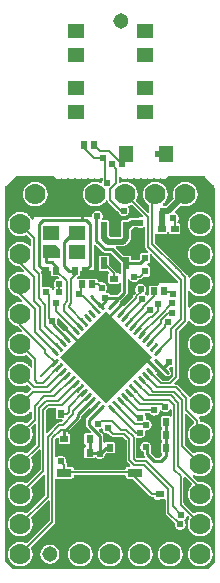
<source format=gtl>
G04 Layer: TopLayer*
G04 EasyEDA v6.3.22, 2020-03-24T16:00:13+09:00*
G04 d7f5250073f14fcc9ce3ff4b1d3fcb3e,67344a67363949849f01d11c0c7cf016,10*
G04 Gerber Generator version 0.2*
G04 Scale: 100 percent, Rotated: No, Reflected: No *
G04 Dimensions in inches *
G04 leading zeros omitted , absolute positions ,2 integer and 4 decimal *
%FSLAX24Y24*%
%MOIN*%
G90*
G70D02*

%ADD11C,0.007000*%
%ADD12C,0.006000*%
%ADD13C,0.010000*%
%ADD14C,0.020000*%
%ADD15C,0.011024*%
%ADD16C,0.024000*%
%ADD17R,0.025590X0.023620*%
%ADD18R,0.023620X0.025590*%
%ADD19R,0.055118X0.045276*%
%ADD20R,0.047244X0.055118*%
%ADD21R,0.057087X0.045670*%
%ADD22R,0.021654X0.039370*%
%ADD23R,0.023622X0.019685*%
%ADD24R,0.019685X0.023622*%
%ADD25R,0.051181X0.027559*%
%ADD27C,0.070000*%
%ADD28C,0.051400*%

%LPD*%
G36*
G01X4624Y11403D02*
G01X4613Y11403D01*
G01X4607Y11402D01*
G01X4602Y11400D01*
G01X4597Y11397D01*
G01X4586Y11390D01*
G01X4562Y11380D01*
G01X4550Y11376D01*
G01X4538Y11373D01*
G01X4525Y11370D01*
G01X4512Y11369D01*
G01X4486Y11369D01*
G01X4474Y11370D01*
G01X4448Y11376D01*
G01X4436Y11380D01*
G01X4424Y11385D01*
G01X4419Y11387D01*
G01X4413Y11388D01*
G01X4290Y11388D01*
G01X4278Y11384D01*
G01X4273Y11381D01*
G01X4268Y11377D01*
G01X4210Y11319D01*
G01X4207Y11313D01*
G01X4203Y11301D01*
G01X4203Y11173D01*
G01X4202Y11165D01*
G01X4198Y11149D01*
G01X4195Y11141D01*
G01X4194Y11133D01*
G01X4194Y11032D01*
G01X4193Y11021D01*
G01X4191Y11009D01*
G01X4188Y10998D01*
G01X4184Y10987D01*
G01X4180Y10977D01*
G01X4175Y10966D01*
G01X4169Y10957D01*
G01X4162Y10947D01*
G01X4155Y10938D01*
G01X4015Y10798D01*
G01X4006Y10791D01*
G01X3996Y10784D01*
G01X3987Y10778D01*
G01X3976Y10773D01*
G01X3966Y10769D01*
G01X3955Y10765D01*
G01X3944Y10762D01*
G01X3932Y10760D01*
G01X3921Y10759D01*
G01X3717Y10759D01*
G01X3711Y10758D01*
G01X3706Y10757D01*
G01X3700Y10755D01*
G01X3695Y10752D01*
G01X3691Y10749D01*
G01X3687Y10745D01*
G01X3683Y10740D01*
G01X3679Y10730D01*
G01X3677Y10724D01*
G01X3677Y10712D01*
G01X3681Y10700D01*
G01X3689Y10690D01*
G01X3920Y10459D01*
G01X3930Y10451D01*
G01X3942Y10447D01*
G01X4142Y10447D01*
G01X4156Y10445D01*
G01X4163Y10443D01*
G01X4170Y10440D01*
G01X4182Y10432D01*
G01X4187Y10426D01*
G01X4192Y10421D01*
G01X4196Y10414D01*
G01X4199Y10407D01*
G01X4201Y10400D01*
G01X4203Y10386D01*
G01X4203Y10334D01*
G01X4204Y10329D01*
G01X4206Y10323D01*
G01X4209Y10318D01*
G01X4212Y10314D01*
G01X4216Y10310D01*
G01X4221Y10306D01*
G01X4226Y10303D01*
G01X4231Y10301D01*
G01X4237Y10300D01*
G01X4426Y10300D01*
G01X4438Y10304D01*
G01X4443Y10307D01*
G01X4488Y10352D01*
G01X4496Y10362D01*
G01X4498Y10368D01*
G01X4500Y10380D01*
G01X4500Y10492D01*
G01X4504Y10506D01*
G01X4507Y10513D01*
G01X4515Y10525D01*
G01X4521Y10530D01*
G01X4526Y10534D01*
G01X4533Y10538D01*
G01X4539Y10541D01*
G01X4546Y10543D01*
G01X4554Y10545D01*
G01X4728Y10545D01*
G01X4740Y10547D01*
G01X4750Y10551D01*
G01X4755Y10555D01*
G01X4759Y10559D01*
G01X4762Y10563D01*
G01X4765Y10569D01*
G01X4767Y10574D01*
G01X4768Y10580D01*
G01X4768Y10592D01*
G01X4767Y10598D01*
G01X4764Y10603D01*
G01X4761Y10609D01*
G01X4685Y10685D01*
G01X4679Y10692D01*
G01X4674Y10699D01*
G01X4669Y10707D01*
G01X4665Y10715D01*
G01X4662Y10723D01*
G01X4660Y10732D01*
G01X4659Y10740D01*
G01X4658Y10750D01*
G01X4658Y11369D01*
G01X4657Y11375D01*
G01X4655Y11380D01*
G01X4649Y11390D01*
G01X4645Y11394D01*
G01X4635Y11400D01*
G01X4630Y11402D01*
G01X4624Y11403D01*
G37*

%LPD*%
G36*
G01X1477Y9950D02*
G01X1223Y9950D01*
G01X1217Y9949D01*
G01X1212Y9948D01*
G01X1207Y9946D01*
G01X1197Y9940D01*
G01X1193Y9936D01*
G01X1189Y9931D01*
G01X1185Y9921D01*
G01X1183Y9909D01*
G01X1184Y9903D01*
G01X1185Y9896D01*
G01X1188Y9890D01*
G01X1191Y9885D01*
G01X1201Y9871D01*
G01X1207Y9855D01*
G01X1209Y9846D01*
G01X1210Y9838D01*
G01X1210Y9429D01*
G01X1212Y9417D01*
G01X1214Y9412D01*
G01X1217Y9407D01*
G01X1220Y9403D01*
G01X1224Y9399D01*
G01X1229Y9395D01*
G01X1234Y9392D01*
G01X1239Y9390D01*
G01X1245Y9389D01*
G01X1491Y9389D01*
G01X1498Y9388D01*
G01X1506Y9387D01*
G01X1513Y9385D01*
G01X1520Y9382D01*
G01X1526Y9378D01*
G01X1532Y9373D01*
G01X1537Y9368D01*
G01X1542Y9362D01*
G01X1545Y9355D01*
G01X1548Y9349D01*
G01X1550Y9342D01*
G01X1552Y9336D01*
G01X1555Y9330D01*
G01X1558Y9326D01*
G01X1562Y9321D01*
G01X1567Y9317D01*
G01X1572Y9315D01*
G01X1578Y9312D01*
G01X1583Y9311D01*
G01X1595Y9311D01*
G01X1601Y9312D01*
G01X1607Y9315D01*
G01X1612Y9317D01*
G01X1617Y9321D01*
G01X1621Y9326D01*
G01X1624Y9330D01*
G01X1627Y9336D01*
G01X1628Y9342D01*
G01X1631Y9350D01*
G01X1635Y9358D01*
G01X1643Y9371D01*
G01X1646Y9376D01*
G01X1648Y9390D01*
G01X1647Y9396D01*
G01X1645Y9403D01*
G01X1636Y9421D01*
G01X1631Y9434D01*
G01X1626Y9446D01*
G01X1623Y9459D01*
G01X1620Y9473D01*
G01X1619Y9486D01*
G01X1618Y9500D01*
G01X1620Y9524D01*
G01X1622Y9536D01*
G01X1625Y9549D01*
G01X1629Y9561D01*
G01X1639Y9583D01*
G01X1645Y9594D01*
G01X1652Y9605D01*
G01X1660Y9615D01*
G01X1668Y9624D01*
G01X1677Y9632D01*
G01X1686Y9641D01*
G01X1696Y9648D01*
G01X1707Y9655D01*
G01X1717Y9661D01*
G01X1729Y9666D01*
G01X1740Y9671D01*
G01X1752Y9674D01*
G01X1758Y9676D01*
G01X1768Y9682D01*
G01X1772Y9686D01*
G01X1778Y9696D01*
G01X1780Y9701D01*
G01X1782Y9713D01*
G01X1780Y9725D01*
G01X1777Y9731D01*
G01X1774Y9736D01*
G01X1770Y9741D01*
G01X1762Y9749D01*
G01X1757Y9753D01*
G01X1752Y9756D01*
G01X1746Y9759D01*
G01X1734Y9761D01*
G01X1571Y9761D01*
G01X1564Y9762D01*
G01X1557Y9765D01*
G01X1550Y9767D01*
G01X1544Y9771D01*
G01X1538Y9776D01*
G01X1533Y9781D01*
G01X1528Y9787D01*
G01X1524Y9793D01*
G01X1521Y9800D01*
G01X1519Y9807D01*
G01X1517Y9821D01*
G01X1517Y9915D01*
G01X1516Y9921D01*
G01X1514Y9926D01*
G01X1508Y9936D01*
G01X1503Y9940D01*
G01X1499Y9943D01*
G01X1494Y9946D01*
G01X1489Y9948D01*
G01X1477Y9950D01*
G37*

%LPD*%
G36*
G01X2996Y10815D02*
G01X2989Y10816D01*
G01X2984Y10815D01*
G01X2978Y10814D01*
G01X2973Y10812D01*
G01X2963Y10806D01*
G01X2959Y10802D01*
G01X2956Y10798D01*
G01X2953Y10792D01*
G01X2951Y10787D01*
G01X2950Y10782D01*
G01X2949Y10776D01*
G01X2949Y9950D01*
G01X2532Y9950D01*
G01X2520Y9948D01*
G01X2515Y9946D01*
G01X2505Y9940D01*
G01X2501Y9936D01*
G01X2495Y9926D01*
G01X2493Y9921D01*
G01X2492Y9915D01*
G01X2492Y9821D01*
G01X2490Y9807D01*
G01X2488Y9800D01*
G01X2485Y9793D01*
G01X2481Y9787D01*
G01X2476Y9781D01*
G01X2471Y9776D01*
G01X2465Y9771D01*
G01X2459Y9767D01*
G01X2452Y9765D01*
G01X2445Y9762D01*
G01X2438Y9761D01*
G01X2427Y9761D01*
G01X2415Y9759D01*
G01X2409Y9757D01*
G01X2404Y9754D01*
G01X2396Y9746D01*
G01X2392Y9741D01*
G01X2390Y9738D01*
G01X2386Y9728D01*
G01X2384Y9722D01*
G01X2384Y9711D01*
G01X2386Y9705D01*
G01X2390Y9695D01*
G01X2394Y9690D01*
G01X2398Y9686D01*
G01X2402Y9683D01*
G01X2407Y9680D01*
G01X2413Y9678D01*
G01X2418Y9677D01*
G01X2424Y9676D01*
G01X2432Y9677D01*
G01X2444Y9678D01*
G01X2688Y9678D01*
G01X2696Y9676D01*
G01X2703Y9674D01*
G01X2710Y9671D01*
G01X2716Y9668D01*
G01X2723Y9666D01*
G01X2736Y9666D01*
G01X2743Y9668D01*
G01X2749Y9671D01*
G01X2756Y9674D01*
G01X2763Y9676D01*
G01X2771Y9678D01*
G01X3022Y9678D01*
G01X3029Y9677D01*
G01X3036Y9675D01*
G01X3043Y9671D01*
G01X3049Y9668D01*
G01X3055Y9663D01*
G01X3060Y9658D01*
G01X3064Y9653D01*
G01X3068Y9646D01*
G01X3071Y9640D01*
G01X3075Y9626D01*
G01X3075Y9619D01*
G01X3077Y9607D01*
G01X3079Y9602D01*
G01X3082Y9597D01*
G01X3090Y9589D01*
G01X3100Y9583D01*
G01X3105Y9581D01*
G01X3111Y9580D01*
G01X3119Y9578D01*
G01X3128Y9576D01*
G01X3136Y9573D01*
G01X3143Y9569D01*
G01X3151Y9565D01*
G01X3156Y9561D01*
G01X3162Y9559D01*
G01X3167Y9558D01*
G01X3173Y9557D01*
G01X3180Y9558D01*
G01X3195Y9560D01*
G01X3209Y9561D01*
G01X3222Y9560D01*
G01X3234Y9559D01*
G01X3246Y9557D01*
G01X3258Y9554D01*
G01X3282Y9546D01*
G01X3293Y9540D01*
G01X3303Y9534D01*
G01X3314Y9527D01*
G01X3324Y9520D01*
G01X3333Y9512D01*
G01X3342Y9503D01*
G01X3350Y9494D01*
G01X3357Y9484D01*
G01X3364Y9473D01*
G01X3370Y9463D01*
G01X3375Y9452D01*
G01X3380Y9440D01*
G01X3384Y9428D01*
G01X3387Y9416D01*
G01X3389Y9404D01*
G01X3390Y9392D01*
G01X3390Y9367D01*
G01X3389Y9355D01*
G01X3387Y9343D01*
G01X3384Y9332D01*
G01X3380Y9320D01*
G01X3376Y9309D01*
G01X3371Y9298D01*
G01X3365Y9287D01*
G01X3356Y9272D01*
G01X3353Y9266D01*
G01X3351Y9254D01*
G01X3353Y9242D01*
G01X3355Y9237D01*
G01X3358Y9232D01*
G01X3362Y9227D01*
G01X3366Y9223D01*
G01X3376Y9217D01*
G01X3382Y9215D01*
G01X3395Y9212D01*
G01X3419Y9202D01*
G01X3431Y9196D01*
G01X3442Y9189D01*
G01X3462Y9173D01*
G01X3476Y9159D01*
G01X3482Y9155D01*
G01X3494Y9151D01*
G01X3733Y9151D01*
G01X3745Y9155D01*
G01X3750Y9158D01*
G01X3755Y9162D01*
G01X3847Y9254D01*
G01X3851Y9259D01*
G01X3854Y9264D01*
G01X3858Y9276D01*
G01X3858Y9502D01*
G01X3857Y9508D01*
G01X3855Y9513D01*
G01X3849Y9523D01*
G01X3845Y9527D01*
G01X3835Y9533D01*
G01X3830Y9535D01*
G01X3818Y9537D01*
G01X3806Y9535D01*
G01X3800Y9532D01*
G01X3795Y9529D01*
G01X3790Y9525D01*
G01X3778Y9515D01*
G01X3771Y9512D01*
G01X3763Y9509D01*
G01X3747Y9507D01*
G01X3492Y9507D01*
G01X3484Y9508D01*
G01X3477Y9509D01*
G01X3470Y9511D01*
G01X3463Y9514D01*
G01X3457Y9518D01*
G01X3451Y9523D01*
G01X3446Y9528D01*
G01X3441Y9534D01*
G01X3437Y9540D01*
G01X3434Y9547D01*
G01X3432Y9554D01*
G01X3431Y9561D01*
G01X3431Y9812D01*
G01X3432Y9819D01*
G01X3438Y9833D01*
G01X3442Y9840D01*
G01X3446Y9846D01*
G01X3450Y9850D01*
G01X3453Y9855D01*
G01X3455Y9861D01*
G01X3457Y9873D01*
G01X3455Y9885D01*
G01X3452Y9890D01*
G01X3449Y9896D01*
G01X3445Y9901D01*
G01X3426Y9919D01*
G01X3416Y9927D01*
G01X3404Y9931D01*
G01X3177Y9931D01*
G01X3163Y9933D01*
G01X3155Y9935D01*
G01X3149Y9938D01*
G01X3142Y9942D01*
G01X3137Y9946D01*
G01X3131Y9952D01*
G01X3127Y9957D01*
G01X3123Y9964D01*
G01X3120Y9971D01*
G01X3118Y9978D01*
G01X3116Y9992D01*
G01X3116Y10386D01*
G01X3118Y10400D01*
G01X3120Y10407D01*
G01X3123Y10414D01*
G01X3127Y10421D01*
G01X3131Y10426D01*
G01X3137Y10432D01*
G01X3142Y10436D01*
G01X3149Y10440D01*
G01X3155Y10443D01*
G01X3163Y10445D01*
G01X3177Y10447D01*
G01X3394Y10447D01*
G01X3408Y10445D01*
G01X3415Y10443D01*
G01X3422Y10440D01*
G01X3434Y10432D01*
G01X3439Y10426D01*
G01X3444Y10421D01*
G01X3448Y10414D01*
G01X3451Y10407D01*
G01X3453Y10400D01*
G01X3455Y10386D01*
G01X3455Y10159D01*
G01X3459Y10147D01*
G01X3462Y10142D01*
G01X3466Y10137D01*
G01X3690Y9913D01*
G01X3695Y9906D01*
G01X3700Y9898D01*
G01X3703Y9890D01*
G01X3709Y9880D01*
G01X3713Y9876D01*
G01X3718Y9872D01*
G01X3723Y9869D01*
G01X3729Y9867D01*
G01X3734Y9866D01*
G01X3740Y9865D01*
G01X3755Y9865D01*
G01X3771Y9861D01*
G01X3778Y9857D01*
G01X3784Y9853D01*
G01X3790Y9848D01*
G01X3795Y9844D01*
G01X3800Y9841D01*
G01X3806Y9838D01*
G01X3818Y9836D01*
G01X3830Y9838D01*
G01X3835Y9840D01*
G01X3845Y9846D01*
G01X3849Y9850D01*
G01X3855Y9860D01*
G01X3857Y9865D01*
G01X3858Y9871D01*
G01X3858Y10196D01*
G01X3854Y10208D01*
G01X3851Y10213D01*
G01X3847Y10218D01*
G01X3528Y10537D01*
G01X3523Y10541D01*
G01X3518Y10544D01*
G01X3506Y10548D01*
G01X3319Y10548D01*
G01X3310Y10549D01*
G01X3300Y10550D01*
G01X3291Y10552D01*
G01X3281Y10555D01*
G01X3272Y10559D01*
G01X3264Y10563D01*
G01X3248Y10575D01*
G01X3241Y10581D01*
G01X3018Y10804D01*
G01X3013Y10808D01*
G01X3008Y10811D01*
G01X3002Y10814D01*
G01X2996Y10815D01*
G37*

%LPD*%
G36*
G01X4871Y10493D02*
G01X4859Y10495D01*
G01X4853Y10494D01*
G01X4848Y10493D01*
G01X4842Y10491D01*
G01X4837Y10488D01*
G01X4833Y10485D01*
G01X4829Y10481D01*
G01X4825Y10476D01*
G01X4822Y10471D01*
G01X4820Y10466D01*
G01X4819Y10461D01*
G01X4819Y10248D01*
G01X4818Y10240D01*
G01X4817Y10233D01*
G01X4815Y10226D01*
G01X4812Y10219D01*
G01X4808Y10213D01*
G01X4803Y10207D01*
G01X4798Y10202D01*
G01X4792Y10197D01*
G01X4785Y10194D01*
G01X4779Y10190D01*
G01X4772Y10188D01*
G01X4766Y10187D01*
G01X4760Y10184D01*
G01X4755Y10181D01*
G01X4751Y10177D01*
G01X4747Y10172D01*
G01X4744Y10167D01*
G01X4742Y10161D01*
G01X4741Y10155D01*
G01X4740Y10150D01*
G01X4742Y10138D01*
G01X4744Y10132D01*
G01X4747Y10127D01*
G01X4751Y10122D01*
G01X4755Y10118D01*
G01X4760Y10115D01*
G01X4766Y10112D01*
G01X4772Y10111D01*
G01X4779Y10109D01*
G01X4785Y10105D01*
G01X4792Y10102D01*
G01X4798Y10097D01*
G01X4803Y10092D01*
G01X4808Y10086D01*
G01X4812Y10080D01*
G01X4815Y10073D01*
G01X4817Y10066D01*
G01X4818Y10059D01*
G01X4819Y10051D01*
G01X4819Y9815D01*
G01X4818Y9807D01*
G01X4817Y9800D01*
G01X4815Y9793D01*
G01X4812Y9786D01*
G01X4808Y9780D01*
G01X4803Y9774D01*
G01X4798Y9769D01*
G01X4786Y9761D01*
G01X4779Y9758D01*
G01X4765Y9754D01*
G01X4626Y9754D01*
G01X4619Y9753D01*
G01X4613Y9752D01*
G01X4607Y9750D01*
G01X4597Y9742D01*
G01X4534Y9679D01*
G01X4527Y9674D01*
G01X4519Y9669D01*
G01X4503Y9663D01*
G01X4494Y9661D01*
G01X4486Y9659D01*
G01X4477Y9659D01*
G01X4465Y9657D01*
G01X4459Y9654D01*
G01X4454Y9651D01*
G01X4449Y9647D01*
G01X4445Y9642D01*
G01X4438Y9633D01*
G01X4430Y9624D01*
G01X4421Y9615D01*
G01X4412Y9607D01*
G01X4402Y9600D01*
G01X4392Y9594D01*
G01X4381Y9588D01*
G01X4359Y9578D01*
G01X4335Y9572D01*
G01X4324Y9570D01*
G01X4311Y9569D01*
G01X4287Y9569D01*
G01X4275Y9570D01*
G01X4263Y9572D01*
G01X4251Y9575D01*
G01X4240Y9579D01*
G01X4228Y9583D01*
G01X4217Y9588D01*
G01X4206Y9594D01*
G01X4186Y9608D01*
G01X4177Y9616D01*
G01X4168Y9625D01*
G01X4160Y9634D01*
G01X4153Y9643D01*
G01X4149Y9648D01*
G01X4144Y9652D01*
G01X4139Y9655D01*
G01X4133Y9658D01*
G01X4127Y9659D01*
G01X4120Y9660D01*
G01X4115Y9659D01*
G01X4109Y9658D01*
G01X4104Y9656D01*
G01X4094Y9650D01*
G01X4090Y9646D01*
G01X4087Y9642D01*
G01X4084Y9636D01*
G01X4082Y9631D01*
G01X4081Y9626D01*
G01X4080Y9620D01*
G01X4080Y9210D01*
G01X4079Y9200D01*
G01X4077Y9191D01*
G01X4074Y9182D01*
G01X4066Y9164D01*
G01X4054Y9148D01*
G01X4048Y9141D01*
G01X3862Y8955D01*
G01X3857Y8951D01*
G01X3854Y8946D01*
G01X3838Y8926D01*
G01X3817Y8905D01*
G01X3814Y8899D01*
G01X3812Y8894D01*
G01X3810Y8888D01*
G01X3810Y8875D01*
G01X3814Y8863D01*
G01X3817Y8858D01*
G01X3821Y8853D01*
G01X3826Y8849D01*
G01X3831Y8846D01*
G01X3840Y8841D01*
G01X3848Y8835D01*
G01X3862Y8823D01*
G01X3869Y8815D01*
G01X3875Y8807D01*
G01X3880Y8799D01*
G01X3884Y8791D01*
G01X3888Y8782D01*
G01X3890Y8776D01*
G01X3894Y8771D01*
G01X3898Y8767D01*
G01X3903Y8763D01*
G01X3908Y8760D01*
G01X3914Y8757D01*
G01X3919Y8756D01*
G01X3926Y8755D01*
G01X3938Y8757D01*
G01X3944Y8760D01*
G01X3949Y8763D01*
G01X3954Y8767D01*
G01X4247Y9059D01*
G01X4251Y9064D01*
G01X4254Y9070D01*
G01X4258Y9082D01*
G01X4258Y9090D01*
G01X4259Y9098D01*
G01X4260Y9107D01*
G01X4262Y9116D01*
G01X4265Y9124D01*
G01X4269Y9132D01*
G01X4274Y9140D01*
G01X4279Y9147D01*
G01X4285Y9154D01*
G01X4342Y9211D01*
G01X4348Y9223D01*
G01X4350Y9235D01*
G01X4349Y9241D01*
G01X4348Y9246D01*
G01X4346Y9252D01*
G01X4341Y9264D01*
G01X4336Y9277D01*
G01X4330Y9303D01*
G01X4329Y9316D01*
G01X4328Y9330D01*
G01X4330Y9354D01*
G01X4332Y9366D01*
G01X4335Y9378D01*
G01X4343Y9402D01*
G01X4349Y9413D01*
G01X4355Y9423D01*
G01X4362Y9434D01*
G01X4369Y9444D01*
G01X4377Y9453D01*
G01X4386Y9462D01*
G01X4395Y9470D01*
G01X4415Y9484D01*
G01X4437Y9496D01*
G01X4461Y9504D01*
G01X4473Y9507D01*
G01X4485Y9509D01*
G01X4509Y9511D01*
G01X4522Y9510D01*
G01X4534Y9509D01*
G01X4546Y9507D01*
G01X4558Y9504D01*
G01X4582Y9496D01*
G01X4593Y9490D01*
G01X4603Y9484D01*
G01X4614Y9477D01*
G01X4624Y9470D01*
G01X4633Y9462D01*
G01X4642Y9453D01*
G01X4650Y9444D01*
G01X4657Y9434D01*
G01X4664Y9423D01*
G01X4670Y9413D01*
G01X4675Y9402D01*
G01X4680Y9390D01*
G01X4684Y9378D01*
G01X4687Y9366D01*
G01X4689Y9354D01*
G01X4690Y9342D01*
G01X4690Y9317D01*
G01X4689Y9304D01*
G01X4683Y9278D01*
G01X4679Y9266D01*
G01X4674Y9254D01*
G01X4662Y9232D01*
G01X4654Y9221D01*
G01X4651Y9215D01*
G01X4648Y9210D01*
G01X4647Y9203D01*
G01X4646Y9197D01*
G01X4647Y9191D01*
G01X4648Y9186D01*
G01X4650Y9180D01*
G01X4653Y9175D01*
G01X4656Y9171D01*
G01X4660Y9167D01*
G01X4665Y9163D01*
G01X4687Y9147D01*
G01X4697Y9138D01*
G01X4706Y9128D01*
G01X4710Y9124D01*
G01X4720Y9118D01*
G01X4725Y9116D01*
G01X4731Y9115D01*
G01X4736Y9114D01*
G01X4748Y9116D01*
G01X4753Y9118D01*
G01X4758Y9121D01*
G01X4762Y9124D01*
G01X4767Y9128D01*
G01X4773Y9138D01*
G01X4775Y9143D01*
G01X4776Y9149D01*
G01X4776Y9388D01*
G01X4778Y9402D01*
G01X4780Y9409D01*
G01X4783Y9416D01*
G01X4787Y9422D01*
G01X4792Y9428D01*
G01X4797Y9433D01*
G01X4803Y9438D01*
G01X4809Y9442D01*
G01X4816Y9444D01*
G01X4823Y9447D01*
G01X4830Y9448D01*
G01X5069Y9448D01*
G01X5081Y9450D01*
G01X5086Y9452D01*
G01X5096Y9458D01*
G01X5100Y9462D01*
G01X5106Y9472D01*
G01X5108Y9477D01*
G01X5109Y9483D01*
G01X5109Y9550D01*
G01X5724Y9550D01*
G01X5730Y9551D01*
G01X5735Y9553D01*
G01X5745Y9559D01*
G01X5749Y9563D01*
G01X5755Y9573D01*
G01X5757Y9578D01*
G01X5758Y9584D01*
G01X5758Y9601D01*
G01X5754Y9613D01*
G01X5751Y9619D01*
G01X4887Y10483D01*
G01X4882Y10487D01*
G01X4877Y10490D01*
G01X4871Y10493D01*
G37*

%LPD*%
G36*
G01X1781Y8370D02*
G01X1769Y8370D01*
G01X1763Y8369D01*
G01X1758Y8367D01*
G01X1753Y8364D01*
G01X1748Y8360D01*
G01X1744Y8356D01*
G01X1741Y8352D01*
G01X1738Y8347D01*
G01X1736Y8341D01*
G01X1735Y8336D01*
G01X1735Y8330D01*
G01X1736Y8321D01*
G01X1738Y8307D01*
G01X1740Y8294D01*
G01X1740Y8267D01*
G01X1739Y8255D01*
G01X1737Y8242D01*
G01X1734Y8230D01*
G01X1730Y8218D01*
G01X1725Y8207D01*
G01X1723Y8199D01*
G01X1722Y8191D01*
G01X1722Y8184D01*
G01X1724Y8178D01*
G01X1726Y8173D01*
G01X1729Y8167D01*
G01X1733Y8162D01*
G01X1941Y7955D01*
G01X1945Y7951D01*
G01X1951Y7948D01*
G01X1956Y7946D01*
G01X1963Y7944D01*
G01X1975Y7944D01*
G01X1981Y7945D01*
G01X1986Y7948D01*
G01X1992Y7951D01*
G01X2000Y7959D01*
G01X2004Y7964D01*
G01X2009Y7973D01*
G01X2015Y7981D01*
G01X2022Y7988D01*
G01X2038Y8002D01*
G01X2046Y8007D01*
G01X2055Y8012D01*
G01X2065Y8016D01*
G01X2070Y8019D01*
G01X2076Y8022D01*
G01X2084Y8030D01*
G01X2087Y8036D01*
G01X2091Y8048D01*
G01X2091Y8060D01*
G01X2087Y8072D01*
G01X2084Y8077D01*
G01X1798Y8363D01*
G01X1793Y8366D01*
G01X1781Y8370D01*
G37*

%LPD*%
G36*
G01X5574Y6753D02*
G01X5563Y6753D01*
G01X5557Y6752D01*
G01X5552Y6750D01*
G01X5547Y6747D01*
G01X5536Y6740D01*
G01X5524Y6735D01*
G01X5513Y6730D01*
G01X5501Y6726D01*
G01X5488Y6723D01*
G01X5476Y6721D01*
G01X5470Y6719D01*
G01X5460Y6715D01*
G01X5455Y6711D01*
G01X5451Y6707D01*
G01X5448Y6703D01*
G01X5445Y6698D01*
G01X5443Y6692D01*
G01X5442Y6686D01*
G01X5442Y6675D01*
G01X5446Y6663D01*
G01X5449Y6657D01*
G01X5488Y6618D01*
G01X5494Y6611D01*
G01X5506Y6595D01*
G01X5510Y6586D01*
G01X5514Y6578D01*
G01X5517Y6568D01*
G01X5519Y6559D01*
G01X5520Y6549D01*
G01X5520Y6530D01*
G01X5519Y6520D01*
G01X5517Y6511D01*
G01X5514Y6501D01*
G01X5510Y6492D01*
G01X5506Y6484D01*
G01X5494Y6468D01*
G01X5488Y6461D01*
G01X5481Y6455D01*
G01X5473Y6448D01*
G01X5465Y6443D01*
G01X5447Y6435D01*
G01X5438Y6432D01*
G01X5429Y6430D01*
G01X5409Y6428D01*
G01X5400Y6429D01*
G01X5390Y6430D01*
G01X5381Y6432D01*
G01X5371Y6435D01*
G01X5363Y6439D01*
G01X5354Y6443D01*
G01X5346Y6448D01*
G01X5338Y6455D01*
G01X5331Y6461D01*
G01X5194Y6598D01*
G01X5189Y6602D01*
G01X5184Y6605D01*
G01X5178Y6608D01*
G01X5166Y6610D01*
G01X5154Y6608D01*
G01X5149Y6606D01*
G01X5143Y6603D01*
G01X5135Y6595D01*
G01X5131Y6590D01*
G01X5126Y6582D01*
G01X5119Y6573D01*
G01X5112Y6566D01*
G01X5104Y6559D01*
G01X5095Y6553D01*
G01X5087Y6548D01*
G01X5077Y6543D01*
G01X5067Y6540D01*
G01X5061Y6537D01*
G01X5056Y6534D01*
G01X5051Y6530D01*
G01X5047Y6525D01*
G01X5044Y6520D01*
G01X5041Y6514D01*
G01X5040Y6508D01*
G01X5040Y6495D01*
G01X5041Y6489D01*
G01X5044Y6484D01*
G01X5047Y6478D01*
G01X5051Y6474D01*
G01X5224Y6293D01*
G01X5229Y6288D01*
G01X5241Y6282D01*
G01X5253Y6280D01*
G01X5435Y6280D01*
G01X5447Y6282D01*
G01X5459Y6288D01*
G01X5601Y6430D01*
G01X5604Y6436D01*
G01X5608Y6448D01*
G01X5608Y6719D01*
G01X5607Y6725D01*
G01X5605Y6730D01*
G01X5599Y6740D01*
G01X5595Y6744D01*
G01X5585Y6750D01*
G01X5580Y6752D01*
G01X5574Y6753D01*
G37*

%LPD*%
G36*
G01X1653Y5369D02*
G01X1464Y5369D01*
G01X1457Y5368D01*
G01X1451Y5367D01*
G01X1446Y5364D01*
G01X1440Y5361D01*
G01X1435Y5357D01*
G01X1372Y5294D01*
G01X1368Y5289D01*
G01X1365Y5283D01*
G01X1362Y5278D01*
G01X1361Y5271D01*
G01X1360Y5265D01*
G01X1360Y4586D01*
G01X1361Y4580D01*
G01X1362Y4575D01*
G01X1364Y4569D01*
G01X1370Y4559D01*
G01X1374Y4555D01*
G01X1384Y4549D01*
G01X1389Y4547D01*
G01X1395Y4546D01*
G01X1407Y4546D01*
G01X1419Y4550D01*
G01X1424Y4553D01*
G01X1429Y4557D01*
G01X1735Y4864D01*
G01X1742Y4870D01*
G01X1749Y4875D01*
G01X1757Y4880D01*
G01X1765Y4884D01*
G01X1773Y4886D01*
G01X1782Y4889D01*
G01X1790Y4890D01*
G01X1855Y4890D01*
G01X1867Y4892D01*
G01X1879Y4898D01*
G01X1883Y4902D01*
G01X1904Y4922D01*
G01X1908Y4927D01*
G01X1911Y4932D01*
G01X1915Y4944D01*
G01X1915Y4956D01*
G01X1914Y4962D01*
G01X1912Y4967D01*
G01X1909Y4972D01*
G01X1905Y4977D01*
G01X1901Y4981D01*
G01X1897Y4984D01*
G01X1892Y4987D01*
G01X1887Y4989D01*
G01X1875Y4991D01*
G01X1751Y4990D01*
G01X1737Y4992D01*
G01X1730Y4994D01*
G01X1723Y4998D01*
G01X1717Y5001D01*
G01X1711Y5006D01*
G01X1706Y5011D01*
G01X1701Y5017D01*
G01X1697Y5023D01*
G01X1694Y5030D01*
G01X1692Y5037D01*
G01X1690Y5051D01*
G01X1690Y5307D01*
G01X1692Y5320D01*
G01X1693Y5328D01*
G01X1691Y5340D01*
G01X1689Y5345D01*
G01X1683Y5355D01*
G01X1679Y5359D01*
G01X1669Y5365D01*
G01X1664Y5367D01*
G01X1658Y5368D01*
G01X1653Y5369D01*
G37*

%LPD*%
G36*
G01X5514Y5330D02*
G01X5508Y5330D01*
G01X5496Y5328D01*
G01X5490Y5326D01*
G01X5480Y5318D01*
G01X5476Y5313D01*
G01X5469Y5304D01*
G01X5460Y5294D01*
G01X5452Y5286D01*
G01X5442Y5278D01*
G01X5433Y5271D01*
G01X5422Y5264D01*
G01X5412Y5258D01*
G01X5401Y5253D01*
G01X5389Y5249D01*
G01X5378Y5245D01*
G01X5366Y5242D01*
G01X5354Y5240D01*
G01X5342Y5239D01*
G01X5329Y5238D01*
G01X5317Y5239D01*
G01X5304Y5240D01*
G01X5291Y5242D01*
G01X5279Y5246D01*
G01X5266Y5250D01*
G01X5255Y5255D01*
G01X5243Y5261D01*
G01X5232Y5267D01*
G01X5221Y5274D01*
G01X5211Y5282D01*
G01X5207Y5286D01*
G01X5202Y5288D01*
G01X5196Y5290D01*
G01X5191Y5292D01*
G01X5179Y5292D01*
G01X5173Y5290D01*
G01X5168Y5288D01*
G01X5163Y5285D01*
G01X5158Y5281D01*
G01X5154Y5277D01*
G01X5150Y5272D01*
G01X5148Y5266D01*
G01X5146Y5261D01*
G01X5143Y5249D01*
G01X5139Y5237D01*
G01X5135Y5226D01*
G01X5123Y5204D01*
G01X5109Y5184D01*
G01X5101Y5175D01*
G01X5083Y5159D01*
G01X5073Y5151D01*
G01X5063Y5144D01*
G01X5052Y5138D01*
G01X5041Y5133D01*
G01X5030Y5129D01*
G01X5018Y5125D01*
G01X5006Y5122D01*
G01X4994Y5120D01*
G01X4982Y5119D01*
G01X4957Y5119D01*
G01X4945Y5120D01*
G01X4933Y5122D01*
G01X4922Y5125D01*
G01X4910Y5128D01*
G01X4888Y5138D01*
G01X4877Y5144D01*
G01X4867Y5150D01*
G01X4857Y5157D01*
G01X4848Y5165D01*
G01X4839Y5174D01*
G01X4831Y5183D01*
G01X4824Y5192D01*
G01X4820Y5197D01*
G01X4815Y5201D01*
G01X4809Y5204D01*
G01X4804Y5207D01*
G01X4798Y5208D01*
G01X4791Y5209D01*
G01X4686Y5209D01*
G01X4674Y5207D01*
G01X4669Y5205D01*
G01X4659Y5199D01*
G01X4655Y5195D01*
G01X4649Y5185D01*
G01X4647Y5180D01*
G01X4646Y5174D01*
G01X4646Y5163D01*
G01X4647Y5157D01*
G01X4649Y5152D01*
G01X4652Y5147D01*
G01X4658Y5136D01*
G01X4664Y5124D01*
G01X4669Y5113D01*
G01X4673Y5100D01*
G01X4676Y5088D01*
G01X4679Y5075D01*
G01X4680Y5062D01*
G01X4680Y5024D01*
G01X4681Y5018D01*
G01X4683Y5013D01*
G01X4686Y5007D01*
G01X4690Y5003D01*
G01X4694Y4998D01*
G01X4704Y4992D01*
G01X4740Y4986D01*
G01X4752Y4983D01*
G01X4763Y4979D01*
G01X4785Y4969D01*
G01X4796Y4963D01*
G01X4806Y4956D01*
G01X4816Y4948D01*
G01X4825Y4940D01*
G01X4833Y4932D01*
G01X4841Y4922D01*
G01X4848Y4913D01*
G01X4855Y4902D01*
G01X4861Y4892D01*
G01X4866Y4880D01*
G01X4874Y4858D01*
G01X4877Y4846D01*
G01X4879Y4834D01*
G01X4880Y4822D01*
G01X4880Y4798D01*
G01X4879Y4785D01*
G01X4877Y4773D01*
G01X4874Y4762D01*
G01X4870Y4750D01*
G01X4866Y4739D01*
G01X4861Y4728D01*
G01X4855Y4717D01*
G01X4849Y4707D01*
G01X4841Y4697D01*
G01X4834Y4688D01*
G01X4825Y4680D01*
G01X4816Y4671D01*
G01X4807Y4664D01*
G01X4797Y4657D01*
G01X4786Y4651D01*
G01X4776Y4645D01*
G01X4765Y4641D01*
G01X4753Y4637D01*
G01X4741Y4634D01*
G01X4730Y4631D01*
G01X4706Y4629D01*
G01X4699Y4628D01*
G01X4694Y4626D01*
G01X4688Y4624D01*
G01X4683Y4621D01*
G01X4678Y4617D01*
G01X4674Y4612D01*
G01X4671Y4607D01*
G01X4667Y4595D01*
G01X4667Y4589D01*
G01X4668Y4582D01*
G01X4670Y4565D01*
G01X4670Y4537D01*
G01X4669Y4525D01*
G01X4667Y4513D01*
G01X4664Y4501D01*
G01X4660Y4489D01*
G01X4655Y4477D01*
G01X4650Y4466D01*
G01X4644Y4455D01*
G01X4630Y4435D01*
G01X4622Y4426D01*
G01X4613Y4417D01*
G01X4604Y4409D01*
G01X4594Y4402D01*
G01X4583Y4395D01*
G01X4573Y4389D01*
G01X4562Y4384D01*
G01X4550Y4379D01*
G01X4538Y4375D01*
G01X4526Y4372D01*
G01X4514Y4370D01*
G01X4502Y4369D01*
G01X4476Y4369D01*
G01X4450Y4373D01*
G01X4437Y4376D01*
G01X4425Y4380D01*
G01X4418Y4382D01*
G01X4410Y4383D01*
G01X4405Y4383D01*
G01X4399Y4382D01*
G01X4394Y4380D01*
G01X4389Y4377D01*
G01X4384Y4373D01*
G01X4380Y4369D01*
G01X4377Y4365D01*
G01X4374Y4360D01*
G01X4372Y4354D01*
G01X4371Y4349D01*
G01X4370Y4343D01*
G01X4370Y3740D01*
G01X4371Y3735D01*
G01X4372Y3729D01*
G01X4374Y3724D01*
G01X4380Y3714D01*
G01X4384Y3710D01*
G01X4394Y3704D01*
G01X4399Y3702D01*
G01X4405Y3701D01*
G01X4623Y3701D01*
G01X4629Y3702D01*
G01X4634Y3704D01*
G01X4644Y3710D01*
G01X4648Y3714D01*
G01X4654Y3724D01*
G01X4656Y3729D01*
G01X4657Y3735D01*
G01X4657Y3747D01*
G01X4653Y3759D01*
G01X4650Y3764D01*
G01X4644Y3773D01*
G01X4639Y3781D01*
G01X4636Y3790D01*
G01X4632Y3800D01*
G01X4630Y3810D01*
G01X4629Y3819D01*
G01X4628Y3830D01*
G01X4628Y3874D01*
G01X4627Y3880D01*
G01X4625Y3885D01*
G01X4622Y3890D01*
G01X4619Y3894D01*
G01X4615Y3898D01*
G01X4610Y3902D01*
G01X4594Y3910D01*
G01X4583Y3916D01*
G01X4573Y3923D01*
G01X4564Y3930D01*
G01X4554Y3938D01*
G01X4546Y3947D01*
G01X4538Y3957D01*
G01X4531Y3966D01*
G01X4524Y3976D01*
G01X4518Y3987D01*
G01X4513Y3998D01*
G01X4509Y4010D01*
G01X4505Y4021D01*
G01X4502Y4033D01*
G01X4500Y4045D01*
G01X4498Y4069D01*
G01X4499Y4082D01*
G01X4500Y4094D01*
G01X4502Y4106D01*
G01X4505Y4118D01*
G01X4513Y4142D01*
G01X4519Y4153D01*
G01X4525Y4163D01*
G01X4532Y4174D01*
G01X4539Y4184D01*
G01X4547Y4193D01*
G01X4556Y4202D01*
G01X4565Y4210D01*
G01X4585Y4224D01*
G01X4607Y4236D01*
G01X4631Y4244D01*
G01X4643Y4247D01*
G01X4655Y4249D01*
G01X4679Y4251D01*
G01X4692Y4250D01*
G01X4704Y4249D01*
G01X4716Y4247D01*
G01X4728Y4244D01*
G01X4752Y4236D01*
G01X4763Y4230D01*
G01X4773Y4224D01*
G01X4784Y4217D01*
G01X4794Y4210D01*
G01X4803Y4202D01*
G01X4812Y4193D01*
G01X4820Y4184D01*
G01X4827Y4174D01*
G01X4834Y4163D01*
G01X4840Y4153D01*
G01X4845Y4142D01*
G01X4850Y4130D01*
G01X4854Y4118D01*
G01X4857Y4106D01*
G01X4859Y4094D01*
G01X4860Y4082D01*
G01X4860Y4056D01*
G01X4858Y4042D01*
G01X4856Y4029D01*
G01X4852Y4016D01*
G01X4850Y4004D01*
G01X4850Y3892D01*
G01X4852Y3880D01*
G01X4855Y3874D01*
G01X4858Y3869D01*
G01X4862Y3864D01*
G01X5008Y3718D01*
G01X5014Y3715D01*
G01X5026Y3711D01*
G01X5123Y3711D01*
G01X5135Y3715D01*
G01X5140Y3718D01*
G01X5145Y3722D01*
G01X5223Y3800D01*
G01X5227Y3805D01*
G01X5230Y3810D01*
G01X5233Y3816D01*
G01X5234Y3822D01*
G01X5234Y3834D01*
G01X5232Y3841D01*
G01X5230Y3847D01*
G01X5222Y3857D01*
G01X5217Y3861D01*
G01X5211Y3866D01*
G01X5206Y3871D01*
G01X5201Y3877D01*
G01X5197Y3883D01*
G01X5194Y3890D01*
G01X5192Y3897D01*
G01X5190Y3911D01*
G01X5190Y4167D01*
G01X5191Y4175D01*
G01X5192Y4181D01*
G01X5194Y4188D01*
G01X5197Y4195D01*
G01X5200Y4201D01*
G01X5204Y4206D01*
G01X5209Y4211D01*
G01X5215Y4216D01*
G01X5220Y4220D01*
G01X5225Y4223D01*
G01X5230Y4228D01*
G01X5233Y4232D01*
G01X5236Y4237D01*
G01X5238Y4243D01*
G01X5240Y4248D01*
G01X5240Y4261D01*
G01X5238Y4266D01*
G01X5236Y4272D01*
G01X5230Y4282D01*
G01X5225Y4286D01*
G01X5220Y4289D01*
G01X5215Y4293D01*
G01X5209Y4298D01*
G01X5204Y4303D01*
G01X5200Y4308D01*
G01X5197Y4314D01*
G01X5194Y4321D01*
G01X5192Y4328D01*
G01X5191Y4334D01*
G01X5190Y4342D01*
G01X5190Y4597D01*
G01X5192Y4613D01*
G01X5198Y4627D01*
G01X5202Y4634D01*
G01X5207Y4640D01*
G01X5213Y4645D01*
G01X5220Y4650D01*
G01X5224Y4653D01*
G01X5232Y4661D01*
G01X5235Y4667D01*
G01X5237Y4672D01*
G01X5239Y4684D01*
G01X5237Y4696D01*
G01X5235Y4701D01*
G01X5232Y4706D01*
G01X5228Y4711D01*
G01X5218Y4719D01*
G01X5212Y4722D01*
G01X5202Y4732D01*
G01X5194Y4744D01*
G01X5191Y4751D01*
G01X5189Y4757D01*
G01X5188Y4765D01*
G01X5187Y4772D01*
G01X5187Y5027D01*
G01X5188Y5035D01*
G01X5189Y5042D01*
G01X5191Y5049D01*
G01X5194Y5056D01*
G01X5198Y5062D01*
G01X5203Y5068D01*
G01X5208Y5073D01*
G01X5214Y5078D01*
G01X5220Y5082D01*
G01X5227Y5084D01*
G01X5234Y5087D01*
G01X5241Y5088D01*
G01X5492Y5088D01*
G01X5499Y5087D01*
G01X5508Y5086D01*
G01X5514Y5086D01*
G01X5520Y5087D01*
G01X5525Y5089D01*
G01X5535Y5095D01*
G01X5539Y5099D01*
G01X5545Y5109D01*
G01X5547Y5114D01*
G01X5548Y5120D01*
G01X5548Y5296D01*
G01X5547Y5301D01*
G01X5545Y5307D01*
G01X5542Y5311D01*
G01X5539Y5316D01*
G01X5535Y5320D01*
G01X5525Y5326D01*
G01X5520Y5328D01*
G01X5514Y5330D01*
G37*

%LPD*%
G36*
G01X2814Y5362D02*
G01X2802Y5364D01*
G01X2790Y5362D01*
G01X2784Y5360D01*
G01X2774Y5352D01*
G01X2552Y5131D01*
G01X2548Y5126D01*
G01X2545Y5121D01*
G01X2542Y5115D01*
G01X2540Y5103D01*
G01X2540Y5060D01*
G01X2539Y5050D01*
G01X2537Y5041D01*
G01X2534Y5032D01*
G01X2526Y5014D01*
G01X2514Y4998D01*
G01X2508Y4991D01*
G01X2095Y4578D01*
G01X2089Y4566D01*
G01X2087Y4554D01*
G01X2089Y4542D01*
G01X2095Y4530D01*
G01X2104Y4521D01*
G01X2110Y4518D01*
G01X2116Y4516D01*
G01X2128Y4510D01*
G01X2140Y4502D01*
G01X2144Y4496D01*
G01X2148Y4491D01*
G01X2152Y4485D01*
G01X2155Y4478D01*
G01X2157Y4471D01*
G01X2158Y4465D01*
G01X2158Y4214D01*
G01X2157Y4207D01*
G01X2151Y4193D01*
G01X2148Y4187D01*
G01X2143Y4181D01*
G01X2138Y4176D01*
G01X2132Y4171D01*
G01X2126Y4167D01*
G01X2119Y4164D01*
G01X2112Y4162D01*
G01X2105Y4161D01*
G01X2097Y4160D01*
G01X1842Y4160D01*
G01X1834Y4161D01*
G01X1827Y4162D01*
G01X1820Y4164D01*
G01X1813Y4167D01*
G01X1807Y4171D01*
G01X1801Y4176D01*
G01X1796Y4181D01*
G01X1791Y4187D01*
G01X1787Y4193D01*
G01X1784Y4200D01*
G01X1782Y4207D01*
G01X1781Y4214D01*
G01X1781Y4345D01*
G01X1779Y4357D01*
G01X1777Y4362D01*
G01X1774Y4367D01*
G01X1771Y4371D01*
G01X1767Y4376D01*
G01X1757Y4382D01*
G01X1752Y4384D01*
G01X1746Y4385D01*
G01X1734Y4385D01*
G01X1722Y4381D01*
G01X1717Y4378D01*
G01X1712Y4374D01*
G01X1672Y4334D01*
G01X1668Y4329D01*
G01X1665Y4323D01*
G01X1662Y4318D01*
G01X1661Y4311D01*
G01X1660Y4305D01*
G01X1660Y3763D01*
G01X1662Y3751D01*
G01X1664Y3746D01*
G01X1670Y3736D01*
G01X1674Y3732D01*
G01X1684Y3726D01*
G01X1689Y3724D01*
G01X1695Y3723D01*
G01X1706Y3723D01*
G01X1712Y3725D01*
G01X1718Y3726D01*
G01X1723Y3730D01*
G01X1727Y3733D01*
G01X1737Y3741D01*
G01X1746Y3748D01*
G01X1757Y3755D01*
G01X1767Y3761D01*
G01X1778Y3766D01*
G01X1790Y3770D01*
G01X1801Y3774D01*
G01X1813Y3777D01*
G01X1825Y3779D01*
G01X1837Y3780D01*
G01X1862Y3780D01*
G01X1874Y3779D01*
G01X1886Y3777D01*
G01X1898Y3774D01*
G01X1910Y3770D01*
G01X1922Y3765D01*
G01X1933Y3760D01*
G01X1943Y3754D01*
G01X1954Y3747D01*
G01X1964Y3740D01*
G01X1973Y3732D01*
G01X1982Y3723D01*
G01X1990Y3714D01*
G01X2004Y3694D01*
G01X2010Y3683D01*
G01X2015Y3672D01*
G01X2020Y3660D01*
G01X2024Y3648D01*
G01X2027Y3636D01*
G01X2029Y3624D01*
G01X2030Y3612D01*
G01X2030Y3586D01*
G01X2028Y3572D01*
G01X2028Y3560D01*
G01X2029Y3555D01*
G01X2031Y3549D01*
G01X2034Y3544D01*
G01X2043Y3532D01*
G01X2048Y3525D01*
G01X2052Y3517D01*
G01X2055Y3508D01*
G01X2059Y3490D01*
G01X2059Y3457D01*
G01X2060Y3451D01*
G01X2061Y3446D01*
G01X2063Y3440D01*
G01X2069Y3430D01*
G01X2073Y3426D01*
G01X2083Y3420D01*
G01X2088Y3419D01*
G01X2094Y3417D01*
G01X2224Y3417D01*
G01X2231Y3416D01*
G01X2239Y3415D01*
G01X2246Y3413D01*
G01X2252Y3410D01*
G01X2264Y3402D01*
G01X2269Y3397D01*
G01X2274Y3391D01*
G01X2278Y3385D01*
G01X2281Y3379D01*
G01X2285Y3365D01*
G01X2285Y3358D01*
G01X2286Y3351D01*
G01X2288Y3346D01*
G01X2290Y3340D01*
G01X2293Y3335D01*
G01X2297Y3330D01*
G01X2302Y3326D01*
G01X2307Y3323D01*
G01X2319Y3319D01*
G01X3980Y3319D01*
G01X3986Y3321D01*
G01X3991Y3323D01*
G01X3997Y3326D01*
G01X4001Y3330D01*
G01X4009Y3340D01*
G01X4011Y3346D01*
G01X4013Y3351D01*
G01X4014Y3358D01*
G01X4014Y3365D01*
G01X4018Y3379D01*
G01X4021Y3385D01*
G01X4025Y3391D01*
G01X4030Y3397D01*
G01X4035Y3402D01*
G01X4040Y3406D01*
G01X4047Y3410D01*
G01X4053Y3413D01*
G01X4060Y3415D01*
G01X4067Y3416D01*
G01X4075Y3417D01*
G01X4133Y3417D01*
G01X4138Y3419D01*
G01X4143Y3420D01*
G01X4153Y3426D01*
G01X4157Y3430D01*
G01X4161Y3435D01*
G01X4163Y3440D01*
G01X4165Y3446D01*
G01X4166Y3451D01*
G01X4167Y3457D01*
G01X4165Y3469D01*
G01X4162Y3475D01*
G01X4159Y3480D01*
G01X4155Y3485D01*
G01X4075Y3565D01*
G01X4069Y3572D01*
G01X4064Y3579D01*
G01X4059Y3587D01*
G01X4055Y3595D01*
G01X4052Y3603D01*
G01X4050Y3612D01*
G01X4048Y3630D01*
G01X4048Y4282D01*
G01X4046Y4288D01*
G01X4044Y4293D01*
G01X4041Y4299D01*
G01X3939Y4401D01*
G01X3927Y4407D01*
G01X3915Y4409D01*
G01X3590Y4409D01*
G01X3582Y4410D01*
G01X3573Y4413D01*
G01X3565Y4415D01*
G01X3557Y4419D01*
G01X3549Y4424D01*
G01X3542Y4429D01*
G01X3535Y4435D01*
G01X3463Y4507D01*
G01X3453Y4515D01*
G01X3441Y4519D01*
G01X3407Y4519D01*
G01X3394Y4520D01*
G01X3382Y4523D01*
G01X3369Y4526D01*
G01X3345Y4534D01*
G01X3323Y4546D01*
G01X3312Y4553D01*
G01X3303Y4561D01*
G01X3297Y4565D01*
G01X3290Y4568D01*
G01X3284Y4570D01*
G01X3277Y4571D01*
G01X3275Y4571D01*
G01X3275Y4583D01*
G01X3274Y4588D01*
G01X3272Y4594D01*
G01X3269Y4599D01*
G01X3255Y4623D01*
G01X3250Y4636D01*
G01X3246Y4649D01*
G01X3242Y4663D01*
G01X3241Y4668D01*
G01X3238Y4674D01*
G01X3235Y4679D01*
G01X3231Y4683D01*
G01X3226Y4687D01*
G01X3221Y4690D01*
G01X3209Y4694D01*
G01X3197Y4694D01*
G01X3190Y4692D01*
G01X3184Y4690D01*
G01X3172Y4684D01*
G01X3159Y4678D01*
G01X3153Y4676D01*
G01X3148Y4673D01*
G01X3143Y4669D01*
G01X3139Y4664D01*
G01X3136Y4659D01*
G01X3132Y4647D01*
G01X3132Y4634D01*
G01X3134Y4628D01*
G01X3136Y4623D01*
G01X3139Y4617D01*
G01X3207Y4549D01*
G01X3217Y4541D01*
G01X3223Y4539D01*
G01X3235Y4537D01*
G01X3237Y4537D01*
G01X3237Y4525D01*
G01X3238Y4519D01*
G01X3240Y4514D01*
G01X3243Y4509D01*
G01X3248Y4500D01*
G01X3253Y4490D01*
G01X3256Y4481D01*
G01X3258Y4471D01*
G01X3260Y4460D01*
G01X3260Y4258D01*
G01X3261Y4252D01*
G01X3262Y4247D01*
G01X3264Y4241D01*
G01X3267Y4236D01*
G01X3270Y4232D01*
G01X3274Y4228D01*
G01X3279Y4224D01*
G01X3284Y4221D01*
G01X3289Y4220D01*
G01X3295Y4218D01*
G01X3300Y4218D01*
G01X3307Y4219D01*
G01X3313Y4220D01*
G01X3325Y4226D01*
G01X3331Y4230D01*
G01X3338Y4234D01*
G01X3346Y4236D01*
G01X3353Y4238D01*
G01X3605Y4238D01*
G01X3612Y4237D01*
G01X3619Y4234D01*
G01X3626Y4232D01*
G01X3632Y4228D01*
G01X3638Y4223D01*
G01X3643Y4218D01*
G01X3648Y4212D01*
G01X3652Y4206D01*
G01X3655Y4199D01*
G01X3657Y4192D01*
G01X3658Y4185D01*
G01X3659Y4177D01*
G01X3659Y3921D01*
G01X3657Y3907D01*
G01X3655Y3900D01*
G01X3652Y3893D01*
G01X3648Y3887D01*
G01X3643Y3881D01*
G01X3638Y3876D01*
G01X3632Y3871D01*
G01X3626Y3867D01*
G01X3619Y3865D01*
G01X3612Y3862D01*
G01X3605Y3861D01*
G01X3369Y3861D01*
G01X3357Y3859D01*
G01X3352Y3857D01*
G01X3342Y3851D01*
G01X3338Y3846D01*
G01X3335Y3842D01*
G01X3332Y3837D01*
G01X3330Y3832D01*
G01X3329Y3826D01*
G01X3327Y3813D01*
G01X3324Y3801D01*
G01X3320Y3790D01*
G01X3316Y3778D01*
G01X3304Y3756D01*
G01X3298Y3746D01*
G01X3282Y3726D01*
G01X3273Y3717D01*
G01X3264Y3709D01*
G01X3244Y3695D01*
G01X3233Y3689D01*
G01X3222Y3684D01*
G01X3210Y3679D01*
G01X3198Y3675D01*
G01X3186Y3672D01*
G01X3174Y3670D01*
G01X3162Y3669D01*
G01X3136Y3669D01*
G01X3110Y3673D01*
G01X3098Y3676D01*
G01X3085Y3680D01*
G01X3073Y3685D01*
G01X3061Y3691D01*
G01X3050Y3698D01*
G01X3039Y3706D01*
G01X3029Y3714D01*
G01X3025Y3718D01*
G01X3020Y3721D01*
G01X3014Y3723D01*
G01X3009Y3724D01*
G01X2996Y3724D01*
G01X2990Y3722D01*
G01X2983Y3719D01*
G01X2973Y3711D01*
G01X2968Y3706D01*
G01X2962Y3701D01*
G01X2956Y3698D01*
G01X2949Y3694D01*
G01X2942Y3692D01*
G01X2935Y3691D01*
G01X2927Y3690D01*
G01X2691Y3690D01*
G01X2677Y3692D01*
G01X2670Y3694D01*
G01X2663Y3698D01*
G01X2657Y3701D01*
G01X2651Y3706D01*
G01X2646Y3711D01*
G01X2641Y3717D01*
G01X2637Y3723D01*
G01X2634Y3730D01*
G01X2632Y3737D01*
G01X2630Y3751D01*
G01X2630Y4007D01*
G01X2631Y4015D01*
G01X2632Y4022D01*
G01X2634Y4030D01*
G01X2638Y4036D01*
G01X2642Y4043D01*
G01X2646Y4049D01*
G01X2658Y4059D01*
G01X2664Y4062D01*
G01X2671Y4065D01*
G01X2677Y4067D01*
G01X2687Y4075D01*
G01X2691Y4080D01*
G01X2694Y4085D01*
G01X2697Y4091D01*
G01X2698Y4097D01*
G01X2698Y4122D01*
G01X2697Y4128D01*
G01X2694Y4134D01*
G01X2691Y4139D01*
G01X2687Y4144D01*
G01X2682Y4148D01*
G01X2677Y4151D01*
G01X2671Y4154D01*
G01X2664Y4157D01*
G01X2652Y4165D01*
G01X2646Y4170D01*
G01X2638Y4182D01*
G01X2634Y4190D01*
G01X2632Y4197D01*
G01X2631Y4204D01*
G01X2630Y4212D01*
G01X2630Y4467D01*
G01X2631Y4475D01*
G01X2632Y4482D01*
G01X2634Y4489D01*
G01X2637Y4496D01*
G01X2641Y4502D01*
G01X2646Y4508D01*
G01X2651Y4513D01*
G01X2657Y4518D01*
G01X2663Y4521D01*
G01X2670Y4525D01*
G01X2677Y4527D01*
G01X2684Y4528D01*
G01X2817Y4528D01*
G01X2823Y4529D01*
G01X2828Y4530D01*
G01X2834Y4532D01*
G01X2839Y4535D01*
G01X2843Y4538D01*
G01X2847Y4542D01*
G01X2851Y4547D01*
G01X2855Y4557D01*
G01X2857Y4563D01*
G01X2857Y4569D01*
G01X2855Y4581D01*
G01X2853Y4586D01*
G01X2849Y4592D01*
G01X2845Y4597D01*
G01X2714Y4728D01*
G01X2708Y4736D01*
G01X2703Y4744D01*
G01X2699Y4753D01*
G01X2695Y4761D01*
G01X2692Y4771D01*
G01X2690Y4780D01*
G01X2688Y4800D01*
G01X2688Y4978D01*
G01X2690Y4998D01*
G01X2692Y5007D01*
G01X2695Y5017D01*
G01X2699Y5026D01*
G01X2703Y5034D01*
G01X2708Y5042D01*
G01X2714Y5050D01*
G01X2895Y5231D01*
G01X2899Y5236D01*
G01X2902Y5241D01*
G01X2905Y5247D01*
G01X2907Y5259D01*
G01X2905Y5271D01*
G01X2902Y5277D01*
G01X2899Y5282D01*
G01X2895Y5287D01*
G01X2891Y5291D01*
G01X2885Y5294D01*
G01X2877Y5300D01*
G01X2869Y5305D01*
G01X2861Y5312D01*
G01X2854Y5319D01*
G01X2848Y5326D01*
G01X2842Y5334D01*
G01X2837Y5343D01*
G01X2834Y5348D01*
G01X2830Y5353D01*
G01X2825Y5357D01*
G01X2820Y5360D01*
G01X2814Y5362D01*
G37*

%LPD*%
G36*
G01X1623Y13098D02*
G01X360Y13098D01*
G01X348Y13094D01*
G01X343Y13091D01*
G01X338Y13087D01*
G01X12Y12761D01*
G01X8Y12756D01*
G01X5Y12751D01*
G01X2Y12745D01*
G01X1Y12739D01*
G01X0Y12732D01*
G01X0Y267D01*
G01X1Y260D01*
G01X2Y254D01*
G01X5Y248D01*
G01X8Y243D01*
G01X12Y238D01*
G01X238Y12D01*
G01X243Y8D01*
G01X248Y5D01*
G01X260Y1D01*
G01X6739Y1D01*
G01X6751Y5D01*
G01X6756Y8D01*
G01X6761Y12D01*
G01X6987Y238D01*
G01X6991Y243D01*
G01X6994Y248D01*
G01X6998Y260D01*
G01X6998Y12604D01*
G01X6997Y12614D01*
G01X6951Y12788D01*
G01X6949Y12795D01*
G01X6941Y12807D01*
G01X6661Y13087D01*
G01X6656Y13091D01*
G01X6651Y13094D01*
G01X6639Y13098D01*
G01X5436Y13098D01*
G01X5424Y13094D01*
G01X5419Y13091D01*
G01X5414Y13087D01*
G01X5410Y13082D01*
G01X5407Y13077D01*
G01X5404Y13071D01*
G01X5401Y13062D01*
G01X5391Y13044D01*
G01X5379Y13028D01*
G01X5372Y13021D01*
G01X5364Y13014D01*
G01X5356Y13009D01*
G01X5347Y13003D01*
G01X5329Y12995D01*
G01X5319Y12992D01*
G01X5309Y12990D01*
G01X5289Y12988D01*
G01X5269Y12990D01*
G01X5259Y12992D01*
G01X5250Y12995D01*
G01X5240Y12999D01*
G01X5231Y13003D01*
G01X5223Y13009D01*
G01X5214Y13015D01*
G01X5207Y13021D01*
G01X5202Y13025D01*
G01X5197Y13028D01*
G01X5185Y13032D01*
G01X5173Y13032D01*
G01X5168Y13030D01*
G01X5162Y13028D01*
G01X5157Y13025D01*
G01X5152Y13021D01*
G01X5128Y13003D01*
G01X5119Y12999D01*
G01X5109Y12995D01*
G01X5099Y12992D01*
G01X5090Y12990D01*
G01X5080Y12989D01*
G01X5069Y12988D01*
G01X5049Y12990D01*
G01X5039Y12992D01*
G01X5030Y12995D01*
G01X5020Y12999D01*
G01X5011Y13003D01*
G01X5003Y13009D01*
G01X4994Y13015D01*
G01X4987Y13021D01*
G01X4982Y13025D01*
G01X4977Y13028D01*
G01X4965Y13032D01*
G01X4953Y13032D01*
G01X4948Y13030D01*
G01X4942Y13028D01*
G01X4937Y13025D01*
G01X4932Y13021D01*
G01X4908Y13003D01*
G01X4899Y12999D01*
G01X4889Y12995D01*
G01X4879Y12992D01*
G01X4870Y12990D01*
G01X4860Y12989D01*
G01X4849Y12988D01*
G01X4829Y12990D01*
G01X4819Y12992D01*
G01X4810Y12995D01*
G01X4800Y12999D01*
G01X4791Y13003D01*
G01X4783Y13009D01*
G01X4774Y13015D01*
G01X4767Y13021D01*
G01X4762Y13025D01*
G01X4757Y13028D01*
G01X4745Y13032D01*
G01X4733Y13032D01*
G01X4728Y13030D01*
G01X4722Y13028D01*
G01X4717Y13025D01*
G01X4712Y13021D01*
G01X4688Y13003D01*
G01X4679Y12999D01*
G01X4669Y12995D01*
G01X4659Y12992D01*
G01X4650Y12990D01*
G01X4640Y12989D01*
G01X4629Y12988D01*
G01X4609Y12990D01*
G01X4599Y12992D01*
G01X4590Y12995D01*
G01X4580Y12999D01*
G01X4571Y13003D01*
G01X4563Y13009D01*
G01X4554Y13015D01*
G01X4547Y13021D01*
G01X4542Y13025D01*
G01X4537Y13028D01*
G01X4525Y13032D01*
G01X4513Y13032D01*
G01X4508Y13030D01*
G01X4502Y13028D01*
G01X4497Y13025D01*
G01X4492Y13021D01*
G01X4468Y13003D01*
G01X4459Y12999D01*
G01X4449Y12995D01*
G01X4439Y12992D01*
G01X4430Y12990D01*
G01X4420Y12989D01*
G01X4409Y12988D01*
G01X4389Y12990D01*
G01X4379Y12992D01*
G01X4370Y12995D01*
G01X4360Y12999D01*
G01X4351Y13003D01*
G01X4343Y13009D01*
G01X4334Y13015D01*
G01X4327Y13021D01*
G01X4322Y13025D01*
G01X4317Y13028D01*
G01X4305Y13032D01*
G01X4293Y13032D01*
G01X4288Y13030D01*
G01X4282Y13028D01*
G01X4277Y13025D01*
G01X4272Y13021D01*
G01X4248Y13003D01*
G01X4239Y12999D01*
G01X4229Y12995D01*
G01X4219Y12992D01*
G01X4210Y12990D01*
G01X4200Y12989D01*
G01X4189Y12988D01*
G01X4169Y12990D01*
G01X4159Y12992D01*
G01X4150Y12995D01*
G01X4140Y12999D01*
G01X4131Y13003D01*
G01X4123Y13009D01*
G01X4114Y13015D01*
G01X4107Y13021D01*
G01X4102Y13025D01*
G01X4097Y13028D01*
G01X4085Y13032D01*
G01X4073Y13032D01*
G01X4068Y13030D01*
G01X4062Y13028D01*
G01X4057Y13025D01*
G01X4052Y13021D01*
G01X4036Y13009D01*
G01X4027Y13003D01*
G01X4018Y12999D01*
G01X4008Y12995D01*
G01X3998Y12992D01*
G01X3988Y12990D01*
G01X3982Y12988D01*
G01X3975Y12986D01*
G01X3969Y12988D01*
G01X3962Y12989D01*
G01X3952Y12990D01*
G01X3943Y12992D01*
G01X3933Y12994D01*
G01X3924Y12998D01*
G01X3915Y13001D01*
G01X3906Y13006D01*
G01X3890Y13018D01*
G01X3876Y13032D01*
G01X3870Y13040D01*
G01X3865Y13048D01*
G01X3862Y13053D01*
G01X3858Y13058D01*
G01X3848Y13064D01*
G01X3842Y13067D01*
G01X3836Y13068D01*
G01X3825Y13068D01*
G01X3819Y13067D01*
G01X3814Y13065D01*
G01X3804Y13059D01*
G01X3800Y13055D01*
G01X3794Y13045D01*
G01X3792Y13040D01*
G01X3790Y13028D01*
G01X3790Y12918D01*
G01X3792Y12906D01*
G01X3794Y12901D01*
G01X3797Y12896D01*
G01X3800Y12892D01*
G01X3804Y12888D01*
G01X3809Y12884D01*
G01X3814Y12881D01*
G01X3819Y12879D01*
G01X3825Y12878D01*
G01X3838Y12878D01*
G01X3845Y12880D01*
G01X3864Y12888D01*
G01X3884Y12894D01*
G01X3903Y12899D01*
G01X3943Y12907D01*
G01X3963Y12909D01*
G01X3972Y12911D01*
G01X3979Y12913D01*
G01X3987Y12911D01*
G01X3999Y12911D01*
G01X4018Y12910D01*
G01X4036Y12909D01*
G01X4055Y12907D01*
G01X4073Y12904D01*
G01X4109Y12896D01*
G01X4126Y12890D01*
G01X4144Y12884D01*
G01X4161Y12878D01*
G01X4178Y12870D01*
G01X4210Y12852D01*
G01X4226Y12842D01*
G01X4241Y12832D01*
G01X4256Y12821D01*
G01X4270Y12809D01*
G01X4283Y12796D01*
G01X4296Y12784D01*
G01X4309Y12770D01*
G01X4321Y12756D01*
G01X4332Y12741D01*
G01X4342Y12726D01*
G01X4352Y12710D01*
G01X4370Y12678D01*
G01X4384Y12644D01*
G01X4390Y12626D01*
G01X4396Y12609D01*
G01X4404Y12573D01*
G01X4407Y12555D01*
G01X4409Y12536D01*
G01X4410Y12518D01*
G01X4410Y12481D01*
G01X4409Y12463D01*
G01X4407Y12445D01*
G01X4404Y12426D01*
G01X4400Y12409D01*
G01X4396Y12391D01*
G01X4391Y12373D01*
G01X4385Y12356D01*
G01X4378Y12339D01*
G01X4370Y12322D01*
G01X4359Y12300D01*
G01X4358Y12294D01*
G01X4357Y12287D01*
G01X4359Y12275D01*
G01X4365Y12263D01*
G01X4740Y11888D01*
G01X4750Y11880D01*
G01X4762Y11876D01*
G01X4774Y11876D01*
G01X4780Y11877D01*
G01X4785Y11879D01*
G01X4790Y11882D01*
G01X4795Y11886D01*
G01X4799Y11890D01*
G01X4802Y11894D01*
G01X4805Y11899D01*
G01X4807Y11905D01*
G01X4808Y11910D01*
G01X4808Y12118D01*
G01X4807Y12124D01*
G01X4805Y12129D01*
G01X4802Y12134D01*
G01X4798Y12139D01*
G01X4794Y12143D01*
G01X4789Y12146D01*
G01X4773Y12156D01*
G01X4743Y12178D01*
G01X4729Y12190D01*
G01X4716Y12202D01*
G01X4703Y12215D01*
G01X4690Y12229D01*
G01X4678Y12243D01*
G01X4656Y12273D01*
G01X4647Y12288D01*
G01X4638Y12305D01*
G01X4629Y12321D01*
G01X4615Y12355D01*
G01X4609Y12372D01*
G01X4603Y12390D01*
G01X4595Y12426D01*
G01X4592Y12444D01*
G01X4590Y12463D01*
G01X4589Y12481D01*
G01X4588Y12500D01*
G01X4590Y12536D01*
G01X4592Y12555D01*
G01X4595Y12573D01*
G01X4603Y12609D01*
G01X4609Y12626D01*
G01X4615Y12644D01*
G01X4621Y12661D01*
G01X4629Y12678D01*
G01X4637Y12694D01*
G01X4647Y12710D01*
G01X4656Y12726D01*
G01X4678Y12756D01*
G01X4702Y12784D01*
G01X4715Y12796D01*
G01X4729Y12809D01*
G01X4743Y12821D01*
G01X4758Y12832D01*
G01X4773Y12842D01*
G01X4789Y12852D01*
G01X4821Y12870D01*
G01X4838Y12878D01*
G01X4872Y12890D01*
G01X4890Y12896D01*
G01X4926Y12904D01*
G01X4944Y12907D01*
G01X4963Y12909D01*
G01X4999Y12911D01*
G01X5018Y12910D01*
G01X5036Y12909D01*
G01X5055Y12907D01*
G01X5073Y12904D01*
G01X5109Y12896D01*
G01X5126Y12890D01*
G01X5144Y12884D01*
G01X5161Y12878D01*
G01X5178Y12870D01*
G01X5210Y12852D01*
G01X5226Y12842D01*
G01X5241Y12832D01*
G01X5256Y12821D01*
G01X5270Y12809D01*
G01X5283Y12796D01*
G01X5296Y12784D01*
G01X5309Y12770D01*
G01X5321Y12756D01*
G01X5332Y12741D01*
G01X5342Y12726D01*
G01X5352Y12710D01*
G01X5370Y12678D01*
G01X5384Y12644D01*
G01X5390Y12626D01*
G01X5396Y12609D01*
G01X5404Y12573D01*
G01X5407Y12555D01*
G01X5409Y12536D01*
G01X5410Y12518D01*
G01X5410Y12481D01*
G01X5409Y12463D01*
G01X5407Y12445D01*
G01X5404Y12427D01*
G01X5400Y12409D01*
G01X5396Y12392D01*
G01X5391Y12374D01*
G01X5385Y12357D01*
G01X5371Y12323D01*
G01X5362Y12307D01*
G01X5354Y12291D01*
G01X5334Y12261D01*
G01X5323Y12246D01*
G01X5299Y12218D01*
G01X5286Y12205D01*
G01X5273Y12193D01*
G01X5259Y12181D01*
G01X5255Y12177D01*
G01X5251Y12172D01*
G01X5248Y12167D01*
G01X5246Y12162D01*
G01X5244Y12150D01*
G01X5246Y12138D01*
G01X5248Y12132D01*
G01X5251Y12127D01*
G01X5255Y12123D01*
G01X5265Y12115D01*
G01X5270Y12113D01*
G01X5276Y12111D01*
G01X5282Y12110D01*
G01X5296Y12109D01*
G01X5309Y12106D01*
G01X5323Y12103D01*
G01X5336Y12098D01*
G01X5343Y12096D01*
G01X5351Y12095D01*
G01X5363Y12097D01*
G01X5369Y12099D01*
G01X5379Y12107D01*
G01X5600Y12328D01*
G01X5604Y12333D01*
G01X5607Y12338D01*
G01X5610Y12344D01*
G01X5612Y12356D01*
G01X5611Y12363D01*
G01X5610Y12369D01*
G01X5604Y12387D01*
G01X5599Y12405D01*
G01X5595Y12424D01*
G01X5592Y12443D01*
G01X5590Y12461D01*
G01X5589Y12480D01*
G01X5588Y12500D01*
G01X5590Y12536D01*
G01X5592Y12555D01*
G01X5595Y12573D01*
G01X5603Y12609D01*
G01X5609Y12626D01*
G01X5615Y12644D01*
G01X5621Y12661D01*
G01X5629Y12678D01*
G01X5637Y12694D01*
G01X5647Y12710D01*
G01X5656Y12726D01*
G01X5678Y12756D01*
G01X5702Y12784D01*
G01X5715Y12796D01*
G01X5729Y12809D01*
G01X5743Y12821D01*
G01X5758Y12832D01*
G01X5773Y12842D01*
G01X5789Y12852D01*
G01X5821Y12870D01*
G01X5838Y12878D01*
G01X5872Y12890D01*
G01X5890Y12896D01*
G01X5926Y12904D01*
G01X5944Y12907D01*
G01X5963Y12909D01*
G01X5999Y12911D01*
G01X6018Y12910D01*
G01X6036Y12909D01*
G01X6055Y12907D01*
G01X6073Y12904D01*
G01X6109Y12896D01*
G01X6126Y12890D01*
G01X6144Y12884D01*
G01X6161Y12878D01*
G01X6178Y12870D01*
G01X6210Y12852D01*
G01X6226Y12842D01*
G01X6241Y12832D01*
G01X6256Y12821D01*
G01X6270Y12809D01*
G01X6283Y12796D01*
G01X6296Y12784D01*
G01X6309Y12770D01*
G01X6321Y12756D01*
G01X6332Y12741D01*
G01X6342Y12726D01*
G01X6352Y12710D01*
G01X6370Y12678D01*
G01X6384Y12644D01*
G01X6390Y12626D01*
G01X6396Y12609D01*
G01X6404Y12573D01*
G01X6407Y12555D01*
G01X6409Y12536D01*
G01X6410Y12518D01*
G01X6410Y12481D01*
G01X6409Y12463D01*
G01X6407Y12444D01*
G01X6404Y12426D01*
G01X6396Y12390D01*
G01X6390Y12373D01*
G01X6384Y12355D01*
G01X6370Y12321D01*
G01X6352Y12289D01*
G01X6342Y12273D01*
G01X6332Y12258D01*
G01X6321Y12243D01*
G01X6309Y12229D01*
G01X6296Y12215D01*
G01X6283Y12203D01*
G01X6270Y12190D01*
G01X6256Y12178D01*
G01X6241Y12167D01*
G01X6226Y12157D01*
G01X6210Y12147D01*
G01X6178Y12129D01*
G01X6161Y12121D01*
G01X6144Y12115D01*
G01X6126Y12109D01*
G01X6109Y12103D01*
G01X6073Y12095D01*
G01X6055Y12092D01*
G01X6036Y12090D01*
G01X6018Y12089D01*
G01X5999Y12088D01*
G01X5961Y12090D01*
G01X5943Y12092D01*
G01X5905Y12100D01*
G01X5887Y12104D01*
G01X5869Y12110D01*
G01X5862Y12111D01*
G01X5856Y12112D01*
G01X5844Y12110D01*
G01X5838Y12107D01*
G01X5833Y12104D01*
G01X5828Y12100D01*
G01X5658Y11931D01*
G01X5654Y11926D01*
G01X5651Y11921D01*
G01X5647Y11909D01*
G01X5647Y11897D01*
G01X5648Y11891D01*
G01X5650Y11886D01*
G01X5653Y11880D01*
G01X5661Y11872D01*
G01X5671Y11866D01*
G01X5682Y11861D01*
G01X5693Y11855D01*
G01X5703Y11848D01*
G01X5723Y11832D01*
G01X5731Y11823D01*
G01X5740Y11814D01*
G01X5754Y11794D01*
G01X5760Y11783D01*
G01X5765Y11772D01*
G01X5770Y11760D01*
G01X5774Y11748D01*
G01X5777Y11736D01*
G01X5779Y11724D01*
G01X5780Y11712D01*
G01X5780Y11687D01*
G01X5779Y11675D01*
G01X5777Y11663D01*
G01X5774Y11651D01*
G01X5770Y11639D01*
G01X5766Y11628D01*
G01X5754Y11606D01*
G01X5748Y11596D01*
G01X5745Y11590D01*
G01X5742Y11585D01*
G01X5740Y11573D01*
G01X5740Y11565D01*
G01X5742Y11553D01*
G01X5745Y11548D01*
G01X5748Y11542D01*
G01X5756Y11534D01*
G01X5761Y11530D01*
G01X5773Y11526D01*
G01X5779Y11526D01*
G01X5786Y11525D01*
G01X5800Y11521D01*
G01X5807Y11518D01*
G01X5813Y11514D01*
G01X5819Y11509D01*
G01X5824Y11504D01*
G01X5828Y11499D01*
G01X5832Y11492D01*
G01X5834Y11486D01*
G01X5837Y11479D01*
G01X5838Y11472D01*
G01X5838Y11221D01*
G01X5837Y11214D01*
G01X5831Y11200D01*
G01X5828Y11194D01*
G01X5823Y11188D01*
G01X5818Y11183D01*
G01X5812Y11178D01*
G01X5806Y11174D01*
G01X5799Y11171D01*
G01X5792Y11169D01*
G01X5785Y11168D01*
G01X5777Y11167D01*
G01X5522Y11167D01*
G01X5508Y11169D01*
G01X5501Y11171D01*
G01X5494Y11174D01*
G01X5488Y11177D01*
G01X5483Y11181D01*
G01X5473Y11191D01*
G01X5469Y11197D01*
G01X5463Y11209D01*
G01X5460Y11213D01*
G01X5456Y11217D01*
G01X5451Y11221D01*
G01X5441Y11225D01*
G01X5429Y11227D01*
G01X5424Y11226D01*
G01X5418Y11225D01*
G01X5408Y11221D01*
G01X5403Y11217D01*
G01X5399Y11213D01*
G01X5396Y11209D01*
G01X5390Y11197D01*
G01X5386Y11191D01*
G01X5376Y11181D01*
G01X5370Y11177D01*
G01X5358Y11171D01*
G01X5351Y11169D01*
G01X5337Y11167D01*
G01X5082Y11167D01*
G01X5073Y11168D01*
G01X5066Y11169D01*
G01X5058Y11172D01*
G01X5044Y11179D01*
G01X5037Y11181D01*
G01X5025Y11181D01*
G01X5019Y11180D01*
G01X5014Y11178D01*
G01X5009Y11175D01*
G01X5004Y11171D01*
G01X5000Y11167D01*
G01X4997Y11163D01*
G01X4994Y11158D01*
G01X4992Y11153D01*
G01X4990Y11141D01*
G01X4990Y10904D01*
G01X4992Y10892D01*
G01X4998Y10880D01*
G01X6064Y9814D01*
G01X6076Y9800D01*
G01X6080Y9791D01*
G01X6084Y9783D01*
G01X6087Y9774D01*
G01X6089Y9765D01*
G01X6090Y9756D01*
G01X6091Y9750D01*
G01X6095Y9738D01*
G01X6099Y9734D01*
G01X6103Y9729D01*
G01X6107Y9726D01*
G01X6113Y9722D01*
G01X6118Y9720D01*
G01X6130Y9718D01*
G01X6136Y9719D01*
G01X6143Y9721D01*
G01X6149Y9723D01*
G01X6154Y9726D01*
G01X6159Y9730D01*
G01X6163Y9736D01*
G01X6174Y9751D01*
G01X6198Y9779D01*
G01X6211Y9793D01*
G01X6225Y9805D01*
G01X6239Y9818D01*
G01X6269Y9840D01*
G01X6301Y9860D01*
G01X6335Y9876D01*
G01X6353Y9883D01*
G01X6370Y9890D01*
G01X6406Y9900D01*
G01X6425Y9904D01*
G01X6443Y9907D01*
G01X6462Y9909D01*
G01X6481Y9910D01*
G01X6499Y9911D01*
G01X6518Y9910D01*
G01X6536Y9909D01*
G01X6555Y9907D01*
G01X6573Y9904D01*
G01X6609Y9896D01*
G01X6626Y9890D01*
G01X6644Y9884D01*
G01X6661Y9878D01*
G01X6678Y9870D01*
G01X6710Y9852D01*
G01X6726Y9842D01*
G01X6741Y9832D01*
G01X6756Y9821D01*
G01X6770Y9809D01*
G01X6783Y9796D01*
G01X6796Y9784D01*
G01X6809Y9770D01*
G01X6821Y9756D01*
G01X6832Y9741D01*
G01X6842Y9726D01*
G01X6852Y9710D01*
G01X6870Y9678D01*
G01X6884Y9644D01*
G01X6890Y9626D01*
G01X6896Y9609D01*
G01X6904Y9573D01*
G01X6907Y9555D01*
G01X6909Y9536D01*
G01X6910Y9518D01*
G01X6910Y9481D01*
G01X6909Y9463D01*
G01X6907Y9444D01*
G01X6904Y9426D01*
G01X6896Y9390D01*
G01X6890Y9373D01*
G01X6884Y9355D01*
G01X6870Y9321D01*
G01X6852Y9289D01*
G01X6842Y9273D01*
G01X6832Y9258D01*
G01X6821Y9243D01*
G01X6809Y9229D01*
G01X6796Y9215D01*
G01X6783Y9203D01*
G01X6770Y9190D01*
G01X6756Y9178D01*
G01X6741Y9167D01*
G01X6726Y9157D01*
G01X6710Y9147D01*
G01X6678Y9129D01*
G01X6661Y9121D01*
G01X6644Y9115D01*
G01X6626Y9109D01*
G01X6609Y9103D01*
G01X6573Y9095D01*
G01X6555Y9092D01*
G01X6536Y9090D01*
G01X6518Y9089D01*
G01X6499Y9088D01*
G01X6481Y9089D01*
G01X6462Y9090D01*
G01X6443Y9092D01*
G01X6425Y9095D01*
G01X6406Y9099D01*
G01X6370Y9109D01*
G01X6353Y9115D01*
G01X6335Y9123D01*
G01X6318Y9130D01*
G01X6302Y9139D01*
G01X6285Y9148D01*
G01X6270Y9159D01*
G01X6254Y9169D01*
G01X6240Y9181D01*
G01X6225Y9193D01*
G01X6199Y9219D01*
G01X6186Y9234D01*
G01X6174Y9248D01*
G01X6163Y9263D01*
G01X6159Y9268D01*
G01X6149Y9276D01*
G01X6137Y9280D01*
G01X6125Y9280D01*
G01X6119Y9278D01*
G01X6109Y9274D01*
G01X6104Y9271D01*
G01X6100Y9266D01*
G01X6097Y9262D01*
G01X6094Y9257D01*
G01X6092Y9251D01*
G01X6091Y9246D01*
G01X6090Y9240D01*
G01X6090Y8759D01*
G01X6091Y8753D01*
G01X6092Y8748D01*
G01X6094Y8742D01*
G01X6097Y8737D01*
G01X6100Y8733D01*
G01X6104Y8728D01*
G01X6109Y8725D01*
G01X6119Y8721D01*
G01X6125Y8719D01*
G01X6137Y8719D01*
G01X6149Y8723D01*
G01X6159Y8731D01*
G01X6163Y8736D01*
G01X6174Y8751D01*
G01X6186Y8765D01*
G01X6199Y8780D01*
G01X6225Y8806D01*
G01X6240Y8818D01*
G01X6254Y8830D01*
G01X6270Y8840D01*
G01X6285Y8851D01*
G01X6302Y8860D01*
G01X6318Y8869D01*
G01X6335Y8876D01*
G01X6353Y8884D01*
G01X6370Y8890D01*
G01X6406Y8900D01*
G01X6425Y8904D01*
G01X6443Y8907D01*
G01X6462Y8909D01*
G01X6481Y8910D01*
G01X6499Y8911D01*
G01X6518Y8910D01*
G01X6536Y8909D01*
G01X6555Y8907D01*
G01X6573Y8904D01*
G01X6609Y8896D01*
G01X6626Y8890D01*
G01X6644Y8884D01*
G01X6661Y8878D01*
G01X6678Y8870D01*
G01X6710Y8852D01*
G01X6726Y8842D01*
G01X6741Y8832D01*
G01X6756Y8821D01*
G01X6770Y8809D01*
G01X6783Y8796D01*
G01X6796Y8784D01*
G01X6809Y8770D01*
G01X6821Y8756D01*
G01X6832Y8741D01*
G01X6842Y8726D01*
G01X6852Y8710D01*
G01X6870Y8678D01*
G01X6884Y8644D01*
G01X6890Y8626D01*
G01X6896Y8609D01*
G01X6904Y8573D01*
G01X6907Y8555D01*
G01X6909Y8536D01*
G01X6910Y8518D01*
G01X6910Y8481D01*
G01X6909Y8463D01*
G01X6907Y8444D01*
G01X6904Y8426D01*
G01X6896Y8390D01*
G01X6890Y8373D01*
G01X6884Y8355D01*
G01X6870Y8321D01*
G01X6852Y8289D01*
G01X6842Y8273D01*
G01X6832Y8258D01*
G01X6821Y8243D01*
G01X6809Y8229D01*
G01X6796Y8215D01*
G01X6783Y8203D01*
G01X6770Y8190D01*
G01X6756Y8178D01*
G01X6741Y8167D01*
G01X6726Y8157D01*
G01X6710Y8147D01*
G01X6678Y8129D01*
G01X6661Y8121D01*
G01X6644Y8115D01*
G01X6626Y8109D01*
G01X6609Y8103D01*
G01X6573Y8095D01*
G01X6555Y8092D01*
G01X6536Y8090D01*
G01X6518Y8089D01*
G01X6499Y8088D01*
G01X6463Y8090D01*
G01X6445Y8092D01*
G01X6409Y8098D01*
G01X6391Y8103D01*
G01X6374Y8108D01*
G01X6357Y8114D01*
G01X6323Y8128D01*
G01X6307Y8136D01*
G01X6291Y8145D01*
G01X6276Y8155D01*
G01X6260Y8165D01*
G01X6246Y8176D01*
G01X6218Y8200D01*
G01X6205Y8213D01*
G01X6193Y8226D01*
G01X6181Y8240D01*
G01X6170Y8254D01*
G01X6159Y8269D01*
G01X6155Y8274D01*
G01X6145Y8282D01*
G01X6133Y8286D01*
G01X6120Y8286D01*
G01X6115Y8285D01*
G01X6109Y8282D01*
G01X6104Y8280D01*
G01X6099Y8276D01*
G01X6095Y8272D01*
G01X6089Y8262D01*
G01X6087Y8257D01*
G01X6085Y8247D01*
G01X6081Y8238D01*
G01X6076Y8230D01*
G01X6070Y8222D01*
G01X6064Y8215D01*
G01X5798Y7949D01*
G01X5795Y7943D01*
G01X5792Y7938D01*
G01X5791Y7932D01*
G01X5790Y7925D01*
G01X5790Y6390D01*
G01X5789Y6382D01*
G01X5786Y6373D01*
G01X5780Y6357D01*
G01X5775Y6349D01*
G01X5770Y6342D01*
G01X5764Y6335D01*
G01X5647Y6219D01*
G01X5643Y6214D01*
G01X5640Y6209D01*
G01X5636Y6197D01*
G01X5636Y6185D01*
G01X5637Y6179D01*
G01X5639Y6174D01*
G01X5645Y6164D01*
G01X5649Y6160D01*
G01X5659Y6154D01*
G01X5664Y6152D01*
G01X5670Y6151D01*
G01X5689Y6151D01*
G01X5707Y6149D01*
G01X5716Y6146D01*
G01X5724Y6144D01*
G01X5732Y6140D01*
G01X5740Y6135D01*
G01X5747Y6130D01*
G01X5754Y6124D01*
G01X6094Y5784D01*
G01X6100Y5777D01*
G01X6106Y5769D01*
G01X6110Y5761D01*
G01X6118Y5751D01*
G01X6122Y5747D01*
G01X6128Y5744D01*
G01X6140Y5740D01*
G01X6152Y5740D01*
G01X6158Y5741D01*
G01X6163Y5744D01*
G01X6168Y5746D01*
G01X6173Y5750D01*
G01X6177Y5755D01*
G01X6201Y5783D01*
G01X6215Y5796D01*
G01X6228Y5808D01*
G01X6242Y5820D01*
G01X6257Y5832D01*
G01X6272Y5842D01*
G01X6288Y5852D01*
G01X6304Y5861D01*
G01X6320Y5869D01*
G01X6337Y5877D01*
G01X6354Y5884D01*
G01X6390Y5896D01*
G01X6426Y5904D01*
G01X6444Y5907D01*
G01X6462Y5909D01*
G01X6481Y5910D01*
G01X6499Y5911D01*
G01X6518Y5910D01*
G01X6536Y5909D01*
G01X6555Y5907D01*
G01X6573Y5904D01*
G01X6609Y5896D01*
G01X6626Y5890D01*
G01X6644Y5884D01*
G01X6661Y5878D01*
G01X6678Y5870D01*
G01X6710Y5852D01*
G01X6726Y5842D01*
G01X6741Y5832D01*
G01X6756Y5821D01*
G01X6770Y5809D01*
G01X6783Y5796D01*
G01X6796Y5784D01*
G01X6809Y5770D01*
G01X6821Y5756D01*
G01X6832Y5741D01*
G01X6842Y5726D01*
G01X6852Y5710D01*
G01X6870Y5678D01*
G01X6884Y5644D01*
G01X6890Y5626D01*
G01X6896Y5609D01*
G01X6904Y5573D01*
G01X6907Y5555D01*
G01X6909Y5536D01*
G01X6910Y5518D01*
G01X6910Y5481D01*
G01X6909Y5463D01*
G01X6907Y5444D01*
G01X6904Y5426D01*
G01X6896Y5390D01*
G01X6890Y5373D01*
G01X6884Y5355D01*
G01X6870Y5321D01*
G01X6852Y5289D01*
G01X6842Y5273D01*
G01X6832Y5258D01*
G01X6821Y5243D01*
G01X6809Y5229D01*
G01X6796Y5215D01*
G01X6783Y5203D01*
G01X6770Y5190D01*
G01X6756Y5178D01*
G01X6741Y5167D01*
G01X6726Y5157D01*
G01X6710Y5147D01*
G01X6678Y5129D01*
G01X6661Y5121D01*
G01X6644Y5115D01*
G01X6626Y5109D01*
G01X6609Y5103D01*
G01X6573Y5095D01*
G01X6555Y5092D01*
G01X6536Y5090D01*
G01X6518Y5089D01*
G01X6499Y5088D01*
G01X6487Y5089D01*
G01X6485Y5089D01*
G01X6480Y5088D01*
G01X6474Y5087D01*
G01X6469Y5085D01*
G01X6459Y5079D01*
G01X6455Y5075D01*
G01X6449Y5065D01*
G01X6447Y5060D01*
G01X6446Y5055D01*
G01X6445Y5049D01*
G01X6446Y5042D01*
G01X6447Y5036D01*
G01X6450Y5030D01*
G01X6453Y5025D01*
G01X6464Y5014D01*
G01X6470Y5007D01*
G01X6475Y5000D01*
G01X6480Y4992D01*
G01X6486Y4976D01*
G01X6489Y4967D01*
G01X6490Y4959D01*
G01X6490Y4950D01*
G01X6492Y4938D01*
G01X6494Y4932D01*
G01X6497Y4927D01*
G01X6501Y4922D01*
G01X6506Y4918D01*
G01X6516Y4912D01*
G01X6522Y4910D01*
G01X6528Y4909D01*
G01X6546Y4908D01*
G01X6582Y4902D01*
G01X6599Y4898D01*
G01X6617Y4893D01*
G01X6634Y4888D01*
G01X6651Y4882D01*
G01X6668Y4875D01*
G01X6684Y4867D01*
G01X6716Y4849D01*
G01X6731Y4839D01*
G01X6746Y4828D01*
G01X6760Y4817D01*
G01X6774Y4805D01*
G01X6787Y4793D01*
G01X6800Y4780D01*
G01X6812Y4767D01*
G01X6823Y4752D01*
G01X6834Y4738D01*
G01X6844Y4723D01*
G01X6854Y4707D01*
G01X6863Y4692D01*
G01X6871Y4675D01*
G01X6878Y4659D01*
G01X6885Y4642D01*
G01X6891Y4625D01*
G01X6896Y4607D01*
G01X6900Y4590D01*
G01X6904Y4572D01*
G01X6907Y4554D01*
G01X6909Y4536D01*
G01X6910Y4518D01*
G01X6910Y4481D01*
G01X6909Y4463D01*
G01X6907Y4444D01*
G01X6904Y4426D01*
G01X6896Y4390D01*
G01X6890Y4373D01*
G01X6884Y4355D01*
G01X6870Y4321D01*
G01X6852Y4289D01*
G01X6842Y4273D01*
G01X6832Y4258D01*
G01X6821Y4243D01*
G01X6809Y4229D01*
G01X6796Y4215D01*
G01X6783Y4203D01*
G01X6770Y4190D01*
G01X6756Y4178D01*
G01X6741Y4167D01*
G01X6726Y4157D01*
G01X6710Y4147D01*
G01X6678Y4129D01*
G01X6661Y4121D01*
G01X6644Y4115D01*
G01X6626Y4109D01*
G01X6609Y4103D01*
G01X6573Y4095D01*
G01X6555Y4092D01*
G01X6536Y4090D01*
G01X6518Y4089D01*
G01X6499Y4088D01*
G01X6463Y4090D01*
G01X6444Y4092D01*
G01X6426Y4095D01*
G01X6390Y4103D01*
G01X6372Y4109D01*
G01X6338Y4121D01*
G01X6321Y4129D01*
G01X6289Y4147D01*
G01X6273Y4157D01*
G01X6258Y4167D01*
G01X6243Y4178D01*
G01X6229Y4190D01*
G01X6215Y4203D01*
G01X6202Y4215D01*
G01X6178Y4243D01*
G01X6156Y4273D01*
G01X6147Y4289D01*
G01X6137Y4305D01*
G01X6129Y4321D01*
G01X6121Y4338D01*
G01X6115Y4355D01*
G01X6109Y4373D01*
G01X6103Y4390D01*
G01X6095Y4426D01*
G01X6092Y4444D01*
G01X6090Y4463D01*
G01X6089Y4481D01*
G01X6088Y4500D01*
G01X6090Y4536D01*
G01X6092Y4555D01*
G01X6095Y4573D01*
G01X6103Y4609D01*
G01X6109Y4627D01*
G01X6115Y4644D01*
G01X6129Y4678D01*
G01X6138Y4694D01*
G01X6147Y4711D01*
G01X6156Y4726D01*
G01X6178Y4756D01*
G01X6190Y4770D01*
G01X6203Y4784D01*
G01X6216Y4797D01*
G01X6229Y4809D01*
G01X6243Y4821D01*
G01X6273Y4843D01*
G01X6289Y4853D01*
G01X6294Y4856D01*
G01X6298Y4860D01*
G01X6302Y4865D01*
G01X6305Y4870D01*
G01X6307Y4875D01*
G01X6308Y4881D01*
G01X6308Y4901D01*
G01X6304Y4913D01*
G01X6301Y4919D01*
G01X6059Y5161D01*
G01X6049Y5169D01*
G01X6037Y5173D01*
G01X6025Y5173D01*
G01X6019Y5172D01*
G01X6014Y5170D01*
G01X6009Y5167D01*
G01X6004Y5163D01*
G01X6000Y5159D01*
G01X5997Y5155D01*
G01X5994Y5150D01*
G01X5992Y5144D01*
G01X5991Y5139D01*
G01X5990Y5133D01*
G01X5990Y4154D01*
G01X5992Y4142D01*
G01X5998Y4130D01*
G01X6263Y3865D01*
G01X6275Y3859D01*
G01X6287Y3857D01*
G01X6293Y3858D01*
G01X6300Y3859D01*
G01X6322Y3870D01*
G01X6339Y3878D01*
G01X6356Y3885D01*
G01X6373Y3891D01*
G01X6391Y3896D01*
G01X6408Y3900D01*
G01X6426Y3904D01*
G01X6445Y3907D01*
G01X6463Y3909D01*
G01X6499Y3911D01*
G01X6518Y3910D01*
G01X6536Y3909D01*
G01X6555Y3907D01*
G01X6573Y3904D01*
G01X6609Y3896D01*
G01X6626Y3890D01*
G01X6644Y3884D01*
G01X6661Y3878D01*
G01X6678Y3870D01*
G01X6710Y3852D01*
G01X6726Y3842D01*
G01X6741Y3832D01*
G01X6756Y3821D01*
G01X6770Y3809D01*
G01X6783Y3796D01*
G01X6796Y3784D01*
G01X6809Y3770D01*
G01X6821Y3756D01*
G01X6832Y3741D01*
G01X6842Y3726D01*
G01X6852Y3710D01*
G01X6870Y3678D01*
G01X6884Y3644D01*
G01X6890Y3626D01*
G01X6896Y3609D01*
G01X6904Y3573D01*
G01X6907Y3555D01*
G01X6909Y3536D01*
G01X6910Y3518D01*
G01X6910Y3481D01*
G01X6909Y3463D01*
G01X6907Y3444D01*
G01X6904Y3426D01*
G01X6896Y3390D01*
G01X6890Y3373D01*
G01X6884Y3355D01*
G01X6870Y3321D01*
G01X6852Y3289D01*
G01X6842Y3273D01*
G01X6832Y3258D01*
G01X6821Y3243D01*
G01X6809Y3229D01*
G01X6796Y3215D01*
G01X6783Y3203D01*
G01X6770Y3190D01*
G01X6756Y3178D01*
G01X6741Y3167D01*
G01X6726Y3157D01*
G01X6710Y3147D01*
G01X6678Y3129D01*
G01X6661Y3121D01*
G01X6644Y3115D01*
G01X6626Y3109D01*
G01X6609Y3103D01*
G01X6573Y3095D01*
G01X6555Y3092D01*
G01X6536Y3090D01*
G01X6518Y3089D01*
G01X6499Y3088D01*
G01X6461Y3090D01*
G01X6443Y3092D01*
G01X6405Y3100D01*
G01X6387Y3104D01*
G01X6351Y3116D01*
G01X6333Y3123D01*
G01X6316Y3132D01*
G01X6311Y3134D01*
G01X6305Y3135D01*
G01X6298Y3136D01*
G01X6293Y3135D01*
G01X6287Y3134D01*
G01X6277Y3130D01*
G01X6272Y3126D01*
G01X6268Y3122D01*
G01X6262Y3112D01*
G01X6260Y3107D01*
G01X6259Y3101D01*
G01X6258Y3096D01*
G01X6260Y3084D01*
G01X6266Y3072D01*
G01X6270Y3067D01*
G01X6418Y2919D01*
G01X6423Y2915D01*
G01X6429Y2912D01*
G01X6434Y2909D01*
G01X6441Y2908D01*
G01X6447Y2907D01*
G01X6451Y2908D01*
G01X6475Y2910D01*
G01X6499Y2911D01*
G01X6518Y2910D01*
G01X6536Y2909D01*
G01X6555Y2907D01*
G01X6573Y2904D01*
G01X6609Y2896D01*
G01X6626Y2890D01*
G01X6644Y2884D01*
G01X6661Y2878D01*
G01X6678Y2870D01*
G01X6710Y2852D01*
G01X6726Y2842D01*
G01X6741Y2832D01*
G01X6756Y2821D01*
G01X6770Y2809D01*
G01X6783Y2796D01*
G01X6796Y2784D01*
G01X6809Y2770D01*
G01X6821Y2756D01*
G01X6832Y2741D01*
G01X6842Y2726D01*
G01X6852Y2710D01*
G01X6870Y2678D01*
G01X6884Y2644D01*
G01X6890Y2626D01*
G01X6896Y2609D01*
G01X6904Y2573D01*
G01X6907Y2555D01*
G01X6909Y2536D01*
G01X6910Y2518D01*
G01X6910Y2481D01*
G01X6909Y2463D01*
G01X6907Y2444D01*
G01X6904Y2426D01*
G01X6896Y2390D01*
G01X6890Y2373D01*
G01X6884Y2355D01*
G01X6870Y2321D01*
G01X6852Y2289D01*
G01X6842Y2273D01*
G01X6832Y2258D01*
G01X6821Y2243D01*
G01X6809Y2229D01*
G01X6796Y2215D01*
G01X6783Y2203D01*
G01X6770Y2190D01*
G01X6756Y2178D01*
G01X6741Y2167D01*
G01X6726Y2157D01*
G01X6710Y2147D01*
G01X6678Y2129D01*
G01X6661Y2121D01*
G01X6644Y2115D01*
G01X6626Y2109D01*
G01X6609Y2103D01*
G01X6573Y2095D01*
G01X6555Y2092D01*
G01X6536Y2090D01*
G01X6518Y2089D01*
G01X6499Y2088D01*
G01X6463Y2090D01*
G01X6444Y2092D01*
G01X6426Y2095D01*
G01X6390Y2103D01*
G01X6372Y2109D01*
G01X6338Y2121D01*
G01X6321Y2129D01*
G01X6289Y2147D01*
G01X6273Y2157D01*
G01X6258Y2167D01*
G01X6243Y2178D01*
G01X6229Y2190D01*
G01X6215Y2203D01*
G01X6202Y2215D01*
G01X6178Y2243D01*
G01X6156Y2273D01*
G01X6147Y2289D01*
G01X6137Y2305D01*
G01X6129Y2321D01*
G01X6121Y2338D01*
G01X6115Y2355D01*
G01X6109Y2373D01*
G01X6103Y2390D01*
G01X6095Y2426D01*
G01X6092Y2444D01*
G01X6090Y2463D01*
G01X6089Y2481D01*
G01X6088Y2500D01*
G01X6089Y2518D01*
G01X6090Y2537D01*
G01X6092Y2556D01*
G01X6095Y2574D01*
G01X6099Y2593D01*
G01X6109Y2629D01*
G01X6116Y2647D01*
G01X6123Y2664D01*
G01X6139Y2698D01*
G01X6159Y2730D01*
G01X6170Y2745D01*
G01X6182Y2760D01*
G01X6194Y2774D01*
G01X6207Y2788D01*
G01X6225Y2806D01*
G01X6228Y2811D01*
G01X6231Y2817D01*
G01X6233Y2824D01*
G01X6233Y2837D01*
G01X6229Y2849D01*
G01X6221Y2859D01*
G01X6004Y3076D01*
G01X5999Y3079D01*
G01X5987Y3083D01*
G01X5975Y3083D01*
G01X5969Y3082D01*
G01X5964Y3080D01*
G01X5959Y3077D01*
G01X5954Y3073D01*
G01X5950Y3069D01*
G01X5947Y3065D01*
G01X5944Y3060D01*
G01X5942Y3055D01*
G01X5940Y3043D01*
G01X5940Y2204D01*
G01X5942Y2192D01*
G01X5948Y2180D01*
G01X6263Y1865D01*
G01X6275Y1859D01*
G01X6287Y1857D01*
G01X6293Y1858D01*
G01X6300Y1859D01*
G01X6322Y1870D01*
G01X6339Y1878D01*
G01X6356Y1885D01*
G01X6373Y1891D01*
G01X6391Y1896D01*
G01X6408Y1900D01*
G01X6426Y1904D01*
G01X6445Y1907D01*
G01X6463Y1909D01*
G01X6499Y1911D01*
G01X6518Y1910D01*
G01X6536Y1909D01*
G01X6555Y1907D01*
G01X6573Y1904D01*
G01X6609Y1896D01*
G01X6626Y1890D01*
G01X6644Y1884D01*
G01X6661Y1878D01*
G01X6678Y1870D01*
G01X6710Y1852D01*
G01X6726Y1842D01*
G01X6741Y1832D01*
G01X6756Y1821D01*
G01X6770Y1809D01*
G01X6783Y1796D01*
G01X6796Y1784D01*
G01X6809Y1770D01*
G01X6821Y1756D01*
G01X6832Y1741D01*
G01X6842Y1726D01*
G01X6852Y1710D01*
G01X6870Y1678D01*
G01X6884Y1644D01*
G01X6890Y1626D01*
G01X6896Y1609D01*
G01X6904Y1573D01*
G01X6907Y1555D01*
G01X6909Y1536D01*
G01X6910Y1518D01*
G01X6910Y1481D01*
G01X6909Y1463D01*
G01X6907Y1444D01*
G01X6904Y1426D01*
G01X6896Y1390D01*
G01X6890Y1373D01*
G01X6884Y1355D01*
G01X6870Y1321D01*
G01X6852Y1289D01*
G01X6842Y1273D01*
G01X6832Y1258D01*
G01X6821Y1243D01*
G01X6809Y1229D01*
G01X6796Y1215D01*
G01X6783Y1203D01*
G01X6770Y1190D01*
G01X6756Y1178D01*
G01X6741Y1167D01*
G01X6726Y1157D01*
G01X6710Y1147D01*
G01X6678Y1129D01*
G01X6661Y1121D01*
G01X6644Y1115D01*
G01X6626Y1109D01*
G01X6609Y1103D01*
G01X6573Y1095D01*
G01X6555Y1092D01*
G01X6536Y1090D01*
G01X6518Y1089D01*
G01X6499Y1088D01*
G01X6463Y1090D01*
G01X6445Y1092D01*
G01X6409Y1098D01*
G01X6392Y1103D01*
G01X6374Y1108D01*
G01X6357Y1114D01*
G01X6340Y1121D01*
G01X6324Y1128D01*
G01X6307Y1136D01*
G01X6291Y1145D01*
G01X6261Y1165D01*
G01X6246Y1176D01*
G01X6232Y1187D01*
G01X6219Y1199D01*
G01X6193Y1225D01*
G01X6182Y1239D01*
G01X6170Y1253D01*
G01X6150Y1283D01*
G01X6132Y1315D01*
G01X6124Y1331D01*
G01X6117Y1348D01*
G01X6105Y1382D01*
G01X6093Y1436D01*
G01X6091Y1453D01*
G01X6089Y1472D01*
G01X6089Y1478D01*
G01X6087Y1483D01*
G01X6081Y1493D01*
G01X6084Y1498D01*
G01X6087Y1504D01*
G01X6088Y1509D01*
G01X6089Y1515D01*
G01X6090Y1534D01*
G01X6092Y1552D01*
G01X6095Y1571D01*
G01X6098Y1589D01*
G01X6108Y1625D01*
G01X6114Y1642D01*
G01X6121Y1660D01*
G01X6129Y1676D01*
G01X6137Y1693D01*
G01X6141Y1705D01*
G01X6142Y1712D01*
G01X6140Y1724D01*
G01X6134Y1736D01*
G01X6130Y1740D01*
G01X6109Y1762D01*
G01X6104Y1766D01*
G01X6098Y1769D01*
G01X6093Y1771D01*
G01X6087Y1773D01*
G01X6074Y1773D01*
G01X6062Y1769D01*
G01X6057Y1766D01*
G01X6048Y1757D01*
G01X6044Y1751D01*
G01X6042Y1745D01*
G01X6038Y1734D01*
G01X6033Y1723D01*
G01X6028Y1711D01*
G01X6014Y1691D01*
G01X6007Y1682D01*
G01X5989Y1664D01*
G01X5980Y1656D01*
G01X5975Y1652D01*
G01X5972Y1647D01*
G01X5968Y1642D01*
G01X5966Y1636D01*
G01X5965Y1630D01*
G01X5964Y1625D01*
G01X5965Y1618D01*
G01X5967Y1611D01*
G01X5969Y1605D01*
G01X5973Y1600D01*
G01X5980Y1590D01*
G01X5986Y1580D01*
G01X5992Y1569D01*
G01X5997Y1558D01*
G01X6001Y1547D01*
G01X6004Y1536D01*
G01X6007Y1524D01*
G01X6009Y1512D01*
G01X6013Y1498D01*
G01X6017Y1492D01*
G01X6013Y1486D01*
G01X6011Y1480D01*
G01X6010Y1473D01*
G01X6006Y1449D01*
G01X6003Y1437D01*
G01X5999Y1426D01*
G01X5994Y1414D01*
G01X5989Y1403D01*
G01X5982Y1393D01*
G01X5976Y1383D01*
G01X5968Y1373D01*
G01X5960Y1364D01*
G01X5942Y1348D01*
G01X5932Y1340D01*
G01X5922Y1334D01*
G01X5911Y1328D01*
G01X5900Y1323D01*
G01X5889Y1319D01*
G01X5877Y1315D01*
G01X5866Y1312D01*
G01X5854Y1310D01*
G01X5842Y1309D01*
G01X5817Y1309D01*
G01X5805Y1310D01*
G01X5793Y1312D01*
G01X5781Y1315D01*
G01X5757Y1323D01*
G01X5735Y1335D01*
G01X5715Y1349D01*
G01X5706Y1357D01*
G01X5697Y1366D01*
G01X5689Y1375D01*
G01X5682Y1385D01*
G01X5675Y1396D01*
G01X5669Y1406D01*
G01X5663Y1417D01*
G01X5655Y1441D01*
G01X5652Y1453D01*
G01X5650Y1465D01*
G01X5649Y1477D01*
G01X5648Y1490D01*
G01X5649Y1503D01*
G01X5650Y1517D01*
G01X5651Y1523D01*
G01X5649Y1535D01*
G01X5647Y1541D01*
G01X5639Y1551D01*
G01X5375Y1815D01*
G01X5369Y1822D01*
G01X5364Y1829D01*
G01X5359Y1837D01*
G01X5355Y1845D01*
G01X5352Y1853D01*
G01X5350Y1862D01*
G01X5348Y1880D01*
G01X5348Y2291D01*
G01X5347Y2296D01*
G01X5345Y2302D01*
G01X5342Y2307D01*
G01X5339Y2311D01*
G01X5335Y2315D01*
G01X5330Y2319D01*
G01X5325Y2322D01*
G01X5320Y2324D01*
G01X5314Y2325D01*
G01X5302Y2325D01*
G01X5296Y2323D01*
G01X5287Y2321D01*
G01X5277Y2321D01*
G01X5021Y2320D01*
G01X5007Y2322D01*
G01X5000Y2324D01*
G01X4993Y2327D01*
G01X4987Y2331D01*
G01X4981Y2336D01*
G01X4971Y2346D01*
G01X4968Y2353D01*
G01X4965Y2359D01*
G01X4962Y2367D01*
G01X4961Y2374D01*
G01X4960Y2379D01*
G01X4958Y2385D01*
G01X4955Y2390D01*
G01X4952Y2394D01*
G01X4948Y2398D01*
G01X4943Y2402D01*
G01X4938Y2405D01*
G01X4933Y2407D01*
G01X4921Y2409D01*
G01X4890Y2409D01*
G01X4882Y2410D01*
G01X4873Y2413D01*
G01X4865Y2415D01*
G01X4857Y2419D01*
G01X4849Y2424D01*
G01X4842Y2429D01*
G01X4835Y2435D01*
G01X4266Y3004D01*
G01X4264Y3007D01*
G01X4259Y3011D01*
G01X4253Y3015D01*
G01X4241Y3019D01*
G01X4075Y3019D01*
G01X4067Y3020D01*
G01X4060Y3021D01*
G01X4053Y3023D01*
G01X4046Y3026D01*
G01X4034Y3034D01*
G01X4024Y3046D01*
G01X4021Y3052D01*
G01X4017Y3059D01*
G01X4015Y3065D01*
G01X4014Y3073D01*
G01X4014Y3097D01*
G01X4013Y3103D01*
G01X4012Y3108D01*
G01X4010Y3113D01*
G01X4007Y3119D01*
G01X4004Y3123D01*
G01X4000Y3127D01*
G01X3990Y3133D01*
G01X3985Y3135D01*
G01X3979Y3136D01*
G01X3974Y3137D01*
G01X2325Y3137D01*
G01X2320Y3136D01*
G01X2314Y3135D01*
G01X2309Y3133D01*
G01X2299Y3127D01*
G01X2295Y3123D01*
G01X2292Y3119D01*
G01X2289Y3113D01*
G01X2287Y3108D01*
G01X2286Y3103D01*
G01X2285Y3097D01*
G01X2285Y3073D01*
G01X2284Y3065D01*
G01X2281Y3059D01*
G01X2278Y3052D01*
G01X2270Y3040D01*
G01X2265Y3034D01*
G01X2253Y3026D01*
G01X2246Y3023D01*
G01X2239Y3021D01*
G01X2232Y3020D01*
G01X2224Y3019D01*
G01X1712Y3019D01*
G01X1705Y3020D01*
G01X1700Y3020D01*
G01X1695Y3019D01*
G01X1689Y3018D01*
G01X1684Y3016D01*
G01X1674Y3010D01*
G01X1670Y3006D01*
G01X1664Y2996D01*
G01X1662Y2991D01*
G01X1661Y2986D01*
G01X1660Y2980D01*
G01X1660Y1568D01*
G01X1659Y1559D01*
G01X1657Y1551D01*
G01X1654Y1542D01*
G01X1650Y1534D01*
G01X1645Y1526D01*
G01X1640Y1519D01*
G01X1634Y1513D01*
G01X868Y742D01*
G01X864Y737D01*
G01X861Y732D01*
G01X858Y726D01*
G01X857Y719D01*
G01X856Y713D01*
G01X857Y707D01*
G01X859Y701D01*
G01X861Y694D01*
G01X870Y678D01*
G01X884Y644D01*
G01X890Y626D01*
G01X896Y609D01*
G01X904Y573D01*
G01X907Y555D01*
G01X909Y536D01*
G01X910Y518D01*
G01X910Y481D01*
G01X909Y463D01*
G01X907Y444D01*
G01X904Y426D01*
G01X896Y390D01*
G01X890Y373D01*
G01X884Y355D01*
G01X870Y321D01*
G01X852Y289D01*
G01X842Y273D01*
G01X832Y258D01*
G01X821Y243D01*
G01X809Y229D01*
G01X796Y215D01*
G01X783Y203D01*
G01X770Y190D01*
G01X756Y178D01*
G01X741Y167D01*
G01X726Y157D01*
G01X710Y147D01*
G01X678Y129D01*
G01X661Y121D01*
G01X644Y115D01*
G01X626Y109D01*
G01X609Y103D01*
G01X573Y95D01*
G01X555Y92D01*
G01X536Y90D01*
G01X518Y89D01*
G01X499Y88D01*
G01X463Y90D01*
G01X444Y92D01*
G01X426Y95D01*
G01X390Y103D01*
G01X372Y109D01*
G01X338Y121D01*
G01X321Y129D01*
G01X289Y147D01*
G01X273Y157D01*
G01X258Y167D01*
G01X243Y178D01*
G01X229Y190D01*
G01X215Y203D01*
G01X202Y215D01*
G01X178Y243D01*
G01X156Y273D01*
G01X147Y289D01*
G01X137Y305D01*
G01X129Y321D01*
G01X121Y338D01*
G01X115Y355D01*
G01X109Y373D01*
G01X103Y390D01*
G01X95Y426D01*
G01X92Y444D01*
G01X90Y463D01*
G01X89Y481D01*
G01X88Y500D01*
G01X90Y536D01*
G01X92Y555D01*
G01X95Y573D01*
G01X103Y609D01*
G01X109Y626D01*
G01X115Y644D01*
G01X121Y661D01*
G01X129Y678D01*
G01X137Y694D01*
G01X147Y710D01*
G01X156Y726D01*
G01X178Y756D01*
G01X202Y784D01*
G01X215Y796D01*
G01X229Y809D01*
G01X243Y821D01*
G01X258Y832D01*
G01X273Y842D01*
G01X289Y852D01*
G01X321Y870D01*
G01X338Y878D01*
G01X372Y890D01*
G01X390Y896D01*
G01X426Y904D01*
G01X444Y907D01*
G01X463Y909D01*
G01X499Y911D01*
G01X518Y910D01*
G01X536Y909D01*
G01X554Y907D01*
G01X590Y901D01*
G01X607Y896D01*
G01X625Y891D01*
G01X642Y885D01*
G01X676Y871D01*
G01X698Y860D01*
G01X704Y859D01*
G01X711Y858D01*
G01X723Y860D01*
G01X729Y862D01*
G01X739Y870D01*
G01X1467Y1603D01*
G01X1471Y1607D01*
G01X1474Y1613D01*
G01X1478Y1625D01*
G01X1478Y2259D01*
G01X1477Y2265D01*
G01X1475Y2270D01*
G01X1469Y2280D01*
G01X1465Y2284D01*
G01X1455Y2290D01*
G01X1450Y2292D01*
G01X1444Y2293D01*
G01X1432Y2293D01*
G01X1420Y2289D01*
G01X1415Y2286D01*
G01X1410Y2282D01*
G01X869Y1740D01*
G01X865Y1736D01*
G01X859Y1724D01*
G01X857Y1712D01*
G01X858Y1705D01*
G01X859Y1699D01*
G01X870Y1677D01*
G01X878Y1660D01*
G01X885Y1643D01*
G01X891Y1626D01*
G01X896Y1608D01*
G01X900Y1590D01*
G01X904Y1573D01*
G01X907Y1554D01*
G01X909Y1536D01*
G01X910Y1518D01*
G01X910Y1481D01*
G01X909Y1463D01*
G01X907Y1444D01*
G01X904Y1426D01*
G01X896Y1390D01*
G01X890Y1373D01*
G01X884Y1355D01*
G01X870Y1321D01*
G01X852Y1289D01*
G01X842Y1273D01*
G01X832Y1258D01*
G01X821Y1243D01*
G01X809Y1229D01*
G01X796Y1215D01*
G01X783Y1203D01*
G01X770Y1190D01*
G01X756Y1178D01*
G01X741Y1167D01*
G01X726Y1157D01*
G01X710Y1147D01*
G01X678Y1129D01*
G01X661Y1121D01*
G01X644Y1115D01*
G01X626Y1109D01*
G01X609Y1103D01*
G01X573Y1095D01*
G01X555Y1092D01*
G01X536Y1090D01*
G01X518Y1089D01*
G01X499Y1088D01*
G01X463Y1090D01*
G01X444Y1092D01*
G01X426Y1095D01*
G01X390Y1103D01*
G01X372Y1109D01*
G01X338Y1121D01*
G01X321Y1129D01*
G01X289Y1147D01*
G01X273Y1157D01*
G01X258Y1167D01*
G01X243Y1178D01*
G01X229Y1190D01*
G01X215Y1203D01*
G01X202Y1215D01*
G01X178Y1243D01*
G01X156Y1273D01*
G01X147Y1289D01*
G01X137Y1305D01*
G01X129Y1321D01*
G01X121Y1338D01*
G01X115Y1355D01*
G01X109Y1373D01*
G01X103Y1390D01*
G01X95Y1426D01*
G01X92Y1444D01*
G01X90Y1463D01*
G01X89Y1481D01*
G01X88Y1500D01*
G01X90Y1536D01*
G01X92Y1555D01*
G01X95Y1573D01*
G01X103Y1609D01*
G01X109Y1626D01*
G01X115Y1644D01*
G01X121Y1661D01*
G01X129Y1678D01*
G01X137Y1694D01*
G01X147Y1710D01*
G01X156Y1726D01*
G01X178Y1756D01*
G01X202Y1784D01*
G01X215Y1796D01*
G01X229Y1809D01*
G01X243Y1821D01*
G01X258Y1832D01*
G01X273Y1842D01*
G01X289Y1852D01*
G01X321Y1870D01*
G01X338Y1878D01*
G01X372Y1890D01*
G01X390Y1896D01*
G01X426Y1904D01*
G01X444Y1907D01*
G01X463Y1909D01*
G01X499Y1911D01*
G01X518Y1910D01*
G01X536Y1909D01*
G01X554Y1907D01*
G01X572Y1904D01*
G01X608Y1896D01*
G01X626Y1891D01*
G01X643Y1885D01*
G01X660Y1878D01*
G01X677Y1870D01*
G01X699Y1859D01*
G01X705Y1858D01*
G01X712Y1857D01*
G01X724Y1859D01*
G01X730Y1862D01*
G01X735Y1865D01*
G01X740Y1869D01*
G01X1321Y2450D01*
G01X1324Y2456D01*
G01X1326Y2461D01*
G01X1328Y2467D01*
G01X1328Y3109D01*
G01X1327Y3115D01*
G01X1325Y3120D01*
G01X1319Y3130D01*
G01X1315Y3134D01*
G01X1305Y3140D01*
G01X1300Y3142D01*
G01X1294Y3143D01*
G01X1282Y3143D01*
G01X1270Y3139D01*
G01X1265Y3136D01*
G01X1260Y3132D01*
G01X869Y2740D01*
G01X865Y2736D01*
G01X859Y2724D01*
G01X857Y2712D01*
G01X858Y2705D01*
G01X859Y2699D01*
G01X870Y2677D01*
G01X878Y2660D01*
G01X885Y2643D01*
G01X891Y2626D01*
G01X896Y2608D01*
G01X900Y2590D01*
G01X904Y2573D01*
G01X907Y2554D01*
G01X909Y2536D01*
G01X910Y2518D01*
G01X910Y2481D01*
G01X909Y2463D01*
G01X907Y2444D01*
G01X904Y2426D01*
G01X896Y2390D01*
G01X890Y2373D01*
G01X884Y2355D01*
G01X870Y2321D01*
G01X852Y2289D01*
G01X842Y2273D01*
G01X832Y2258D01*
G01X821Y2243D01*
G01X809Y2229D01*
G01X796Y2215D01*
G01X783Y2203D01*
G01X770Y2190D01*
G01X756Y2178D01*
G01X741Y2167D01*
G01X726Y2157D01*
G01X710Y2147D01*
G01X678Y2129D01*
G01X661Y2121D01*
G01X644Y2115D01*
G01X626Y2109D01*
G01X609Y2103D01*
G01X573Y2095D01*
G01X555Y2092D01*
G01X536Y2090D01*
G01X518Y2089D01*
G01X499Y2088D01*
G01X463Y2090D01*
G01X444Y2092D01*
G01X426Y2095D01*
G01X390Y2103D01*
G01X372Y2109D01*
G01X338Y2121D01*
G01X321Y2129D01*
G01X289Y2147D01*
G01X273Y2157D01*
G01X258Y2167D01*
G01X243Y2178D01*
G01X229Y2190D01*
G01X215Y2203D01*
G01X202Y2215D01*
G01X178Y2243D01*
G01X156Y2273D01*
G01X147Y2289D01*
G01X137Y2305D01*
G01X129Y2321D01*
G01X121Y2338D01*
G01X115Y2355D01*
G01X109Y2373D01*
G01X103Y2390D01*
G01X95Y2426D01*
G01X92Y2444D01*
G01X90Y2463D01*
G01X89Y2481D01*
G01X88Y2500D01*
G01X90Y2536D01*
G01X92Y2555D01*
G01X95Y2573D01*
G01X103Y2609D01*
G01X109Y2626D01*
G01X115Y2644D01*
G01X121Y2661D01*
G01X129Y2678D01*
G01X137Y2694D01*
G01X147Y2710D01*
G01X156Y2726D01*
G01X178Y2756D01*
G01X202Y2784D01*
G01X215Y2796D01*
G01X229Y2809D01*
G01X243Y2821D01*
G01X258Y2832D01*
G01X273Y2842D01*
G01X289Y2852D01*
G01X321Y2870D01*
G01X338Y2878D01*
G01X372Y2890D01*
G01X390Y2896D01*
G01X426Y2904D01*
G01X444Y2907D01*
G01X463Y2909D01*
G01X499Y2911D01*
G01X518Y2910D01*
G01X536Y2909D01*
G01X554Y2907D01*
G01X572Y2904D01*
G01X608Y2896D01*
G01X626Y2891D01*
G01X643Y2885D01*
G01X660Y2878D01*
G01X677Y2870D01*
G01X699Y2859D01*
G01X705Y2858D01*
G01X712Y2857D01*
G01X724Y2859D01*
G01X730Y2862D01*
G01X735Y2865D01*
G01X740Y2869D01*
G01X1171Y3300D01*
G01X1174Y3306D01*
G01X1176Y3311D01*
G01X1178Y3317D01*
G01X1178Y3959D01*
G01X1177Y3965D01*
G01X1175Y3970D01*
G01X1169Y3980D01*
G01X1165Y3984D01*
G01X1155Y3990D01*
G01X1150Y3992D01*
G01X1144Y3993D01*
G01X1132Y3993D01*
G01X1120Y3989D01*
G01X1115Y3986D01*
G01X1110Y3982D01*
G01X869Y3740D01*
G01X865Y3736D01*
G01X859Y3724D01*
G01X857Y3712D01*
G01X858Y3705D01*
G01X859Y3699D01*
G01X870Y3677D01*
G01X878Y3660D01*
G01X885Y3643D01*
G01X891Y3626D01*
G01X896Y3608D01*
G01X900Y3590D01*
G01X904Y3573D01*
G01X907Y3554D01*
G01X909Y3536D01*
G01X910Y3518D01*
G01X910Y3481D01*
G01X909Y3463D01*
G01X907Y3444D01*
G01X904Y3426D01*
G01X896Y3390D01*
G01X890Y3373D01*
G01X884Y3355D01*
G01X870Y3321D01*
G01X852Y3289D01*
G01X842Y3273D01*
G01X832Y3258D01*
G01X821Y3243D01*
G01X809Y3229D01*
G01X796Y3215D01*
G01X783Y3203D01*
G01X770Y3190D01*
G01X756Y3178D01*
G01X741Y3167D01*
G01X726Y3157D01*
G01X710Y3147D01*
G01X678Y3129D01*
G01X661Y3121D01*
G01X644Y3115D01*
G01X626Y3109D01*
G01X609Y3103D01*
G01X573Y3095D01*
G01X555Y3092D01*
G01X536Y3090D01*
G01X518Y3089D01*
G01X499Y3088D01*
G01X463Y3090D01*
G01X444Y3092D01*
G01X426Y3095D01*
G01X390Y3103D01*
G01X372Y3109D01*
G01X338Y3121D01*
G01X321Y3129D01*
G01X289Y3147D01*
G01X273Y3157D01*
G01X258Y3167D01*
G01X243Y3178D01*
G01X229Y3190D01*
G01X215Y3203D01*
G01X202Y3215D01*
G01X178Y3243D01*
G01X156Y3273D01*
G01X147Y3289D01*
G01X137Y3305D01*
G01X129Y3321D01*
G01X121Y3338D01*
G01X115Y3355D01*
G01X109Y3373D01*
G01X103Y3390D01*
G01X95Y3426D01*
G01X92Y3444D01*
G01X90Y3463D01*
G01X89Y3481D01*
G01X88Y3500D01*
G01X90Y3536D01*
G01X92Y3555D01*
G01X95Y3573D01*
G01X103Y3609D01*
G01X109Y3626D01*
G01X115Y3644D01*
G01X121Y3661D01*
G01X129Y3678D01*
G01X137Y3694D01*
G01X147Y3710D01*
G01X156Y3726D01*
G01X178Y3756D01*
G01X202Y3784D01*
G01X215Y3796D01*
G01X229Y3809D01*
G01X243Y3821D01*
G01X258Y3832D01*
G01X273Y3842D01*
G01X289Y3852D01*
G01X321Y3870D01*
G01X338Y3878D01*
G01X372Y3890D01*
G01X390Y3896D01*
G01X426Y3904D01*
G01X444Y3907D01*
G01X463Y3909D01*
G01X499Y3911D01*
G01X518Y3910D01*
G01X536Y3909D01*
G01X554Y3907D01*
G01X572Y3904D01*
G01X608Y3896D01*
G01X626Y3891D01*
G01X643Y3885D01*
G01X660Y3878D01*
G01X677Y3870D01*
G01X699Y3859D01*
G01X705Y3858D01*
G01X712Y3857D01*
G01X724Y3859D01*
G01X730Y3862D01*
G01X735Y3865D01*
G01X740Y3869D01*
G01X1021Y4150D01*
G01X1024Y4156D01*
G01X1026Y4161D01*
G01X1028Y4167D01*
G01X1028Y4809D01*
G01X1027Y4815D01*
G01X1025Y4820D01*
G01X1019Y4830D01*
G01X1015Y4834D01*
G01X1005Y4840D01*
G01X1000Y4842D01*
G01X994Y4843D01*
G01X982Y4843D01*
G01X970Y4839D01*
G01X965Y4836D01*
G01X960Y4832D01*
G01X869Y4740D01*
G01X865Y4736D01*
G01X859Y4724D01*
G01X857Y4712D01*
G01X858Y4705D01*
G01X859Y4699D01*
G01X870Y4677D01*
G01X878Y4660D01*
G01X885Y4643D01*
G01X891Y4626D01*
G01X896Y4608D01*
G01X900Y4590D01*
G01X904Y4573D01*
G01X907Y4554D01*
G01X909Y4536D01*
G01X910Y4518D01*
G01X910Y4481D01*
G01X909Y4463D01*
G01X907Y4444D01*
G01X904Y4426D01*
G01X896Y4390D01*
G01X890Y4373D01*
G01X884Y4355D01*
G01X870Y4321D01*
G01X852Y4289D01*
G01X842Y4273D01*
G01X832Y4258D01*
G01X821Y4243D01*
G01X809Y4229D01*
G01X796Y4215D01*
G01X783Y4203D01*
G01X770Y4190D01*
G01X756Y4178D01*
G01X741Y4167D01*
G01X726Y4157D01*
G01X710Y4147D01*
G01X678Y4129D01*
G01X661Y4121D01*
G01X644Y4115D01*
G01X626Y4109D01*
G01X609Y4103D01*
G01X573Y4095D01*
G01X555Y4092D01*
G01X536Y4090D01*
G01X518Y4089D01*
G01X499Y4088D01*
G01X463Y4090D01*
G01X444Y4092D01*
G01X426Y4095D01*
G01X390Y4103D01*
G01X372Y4109D01*
G01X338Y4121D01*
G01X321Y4129D01*
G01X289Y4147D01*
G01X273Y4157D01*
G01X258Y4167D01*
G01X243Y4178D01*
G01X229Y4190D01*
G01X215Y4203D01*
G01X202Y4215D01*
G01X178Y4243D01*
G01X156Y4273D01*
G01X147Y4289D01*
G01X137Y4305D01*
G01X129Y4321D01*
G01X121Y4338D01*
G01X115Y4355D01*
G01X109Y4373D01*
G01X103Y4390D01*
G01X95Y4426D01*
G01X92Y4444D01*
G01X90Y4463D01*
G01X89Y4481D01*
G01X88Y4500D01*
G01X90Y4536D01*
G01X92Y4555D01*
G01X95Y4573D01*
G01X103Y4609D01*
G01X109Y4626D01*
G01X115Y4644D01*
G01X121Y4661D01*
G01X129Y4678D01*
G01X137Y4694D01*
G01X147Y4710D01*
G01X156Y4726D01*
G01X178Y4756D01*
G01X202Y4784D01*
G01X215Y4796D01*
G01X229Y4809D01*
G01X243Y4821D01*
G01X258Y4832D01*
G01X273Y4842D01*
G01X289Y4852D01*
G01X321Y4870D01*
G01X338Y4878D01*
G01X372Y4890D01*
G01X390Y4896D01*
G01X426Y4904D01*
G01X444Y4907D01*
G01X463Y4909D01*
G01X499Y4911D01*
G01X518Y4910D01*
G01X536Y4909D01*
G01X554Y4907D01*
G01X572Y4904D01*
G01X608Y4896D01*
G01X626Y4891D01*
G01X643Y4885D01*
G01X660Y4878D01*
G01X677Y4870D01*
G01X699Y4859D01*
G01X705Y4858D01*
G01X712Y4857D01*
G01X724Y4859D01*
G01X730Y4862D01*
G01X735Y4865D01*
G01X740Y4869D01*
G01X877Y5005D01*
G01X881Y5010D01*
G01X884Y5016D01*
G01X886Y5021D01*
G01X888Y5028D01*
G01X888Y5219D01*
G01X887Y5225D01*
G01X885Y5230D01*
G01X882Y5236D01*
G01X879Y5240D01*
G01X875Y5244D01*
G01X870Y5248D01*
G01X860Y5252D01*
G01X848Y5254D01*
G01X843Y5253D01*
G01X837Y5252D01*
G01X831Y5250D01*
G01X821Y5244D01*
G01X817Y5239D01*
G01X806Y5225D01*
G01X780Y5199D01*
G01X767Y5187D01*
G01X753Y5176D01*
G01X738Y5165D01*
G01X723Y5155D01*
G01X707Y5145D01*
G01X692Y5136D01*
G01X675Y5128D01*
G01X659Y5121D01*
G01X642Y5114D01*
G01X625Y5108D01*
G01X607Y5103D01*
G01X590Y5098D01*
G01X554Y5092D01*
G01X536Y5090D01*
G01X518Y5089D01*
G01X499Y5088D01*
G01X463Y5090D01*
G01X444Y5092D01*
G01X426Y5095D01*
G01X390Y5103D01*
G01X372Y5109D01*
G01X338Y5121D01*
G01X321Y5129D01*
G01X289Y5147D01*
G01X273Y5157D01*
G01X258Y5167D01*
G01X243Y5178D01*
G01X229Y5190D01*
G01X215Y5203D01*
G01X202Y5215D01*
G01X178Y5243D01*
G01X156Y5273D01*
G01X147Y5289D01*
G01X137Y5305D01*
G01X129Y5321D01*
G01X121Y5338D01*
G01X115Y5355D01*
G01X109Y5373D01*
G01X103Y5390D01*
G01X95Y5426D01*
G01X92Y5444D01*
G01X90Y5463D01*
G01X89Y5481D01*
G01X88Y5500D01*
G01X90Y5536D01*
G01X92Y5555D01*
G01X95Y5573D01*
G01X103Y5609D01*
G01X109Y5626D01*
G01X115Y5644D01*
G01X121Y5661D01*
G01X129Y5678D01*
G01X137Y5694D01*
G01X147Y5710D01*
G01X156Y5726D01*
G01X178Y5756D01*
G01X202Y5784D01*
G01X215Y5796D01*
G01X229Y5809D01*
G01X243Y5821D01*
G01X258Y5832D01*
G01X273Y5842D01*
G01X289Y5852D01*
G01X321Y5870D01*
G01X338Y5878D01*
G01X372Y5890D01*
G01X390Y5896D01*
G01X426Y5904D01*
G01X444Y5907D01*
G01X463Y5909D01*
G01X499Y5911D01*
G01X518Y5910D01*
G01X536Y5909D01*
G01X554Y5907D01*
G01X572Y5904D01*
G01X608Y5896D01*
G01X626Y5891D01*
G01X643Y5885D01*
G01X660Y5878D01*
G01X677Y5870D01*
G01X699Y5859D01*
G01X705Y5858D01*
G01X712Y5857D01*
G01X724Y5859D01*
G01X730Y5862D01*
G01X735Y5865D01*
G01X740Y5869D01*
G01X845Y5974D01*
G01X859Y5986D01*
G01X863Y5991D01*
G01X866Y5996D01*
G01X868Y6002D01*
G01X870Y6007D01*
G01X870Y6014D01*
G01X868Y6026D01*
G01X866Y6032D01*
G01X858Y6042D01*
G01X755Y6145D01*
G01X743Y6151D01*
G01X731Y6153D01*
G01X724Y6152D01*
G01X717Y6150D01*
G01X711Y6147D01*
G01X694Y6138D01*
G01X678Y6129D01*
G01X644Y6115D01*
G01X627Y6109D01*
G01X609Y6103D01*
G01X573Y6095D01*
G01X555Y6092D01*
G01X536Y6090D01*
G01X518Y6089D01*
G01X499Y6088D01*
G01X463Y6090D01*
G01X444Y6092D01*
G01X426Y6095D01*
G01X390Y6103D01*
G01X372Y6109D01*
G01X338Y6121D01*
G01X321Y6129D01*
G01X289Y6147D01*
G01X273Y6157D01*
G01X258Y6167D01*
G01X243Y6178D01*
G01X229Y6190D01*
G01X215Y6203D01*
G01X202Y6215D01*
G01X178Y6243D01*
G01X156Y6273D01*
G01X147Y6289D01*
G01X137Y6305D01*
G01X129Y6321D01*
G01X121Y6338D01*
G01X115Y6355D01*
G01X109Y6373D01*
G01X103Y6390D01*
G01X95Y6426D01*
G01X92Y6444D01*
G01X90Y6463D01*
G01X89Y6481D01*
G01X88Y6500D01*
G01X90Y6536D01*
G01X92Y6555D01*
G01X95Y6573D01*
G01X103Y6609D01*
G01X109Y6626D01*
G01X115Y6644D01*
G01X121Y6661D01*
G01X129Y6678D01*
G01X137Y6694D01*
G01X147Y6710D01*
G01X156Y6726D01*
G01X178Y6756D01*
G01X202Y6784D01*
G01X215Y6796D01*
G01X229Y6809D01*
G01X243Y6821D01*
G01X258Y6832D01*
G01X273Y6842D01*
G01X289Y6852D01*
G01X321Y6870D01*
G01X338Y6878D01*
G01X372Y6890D01*
G01X390Y6896D01*
G01X426Y6904D01*
G01X444Y6907D01*
G01X463Y6909D01*
G01X499Y6911D01*
G01X537Y6909D01*
G01X555Y6907D01*
G01X574Y6904D01*
G01X592Y6900D01*
G01X611Y6895D01*
G01X628Y6890D01*
G01X646Y6884D01*
G01X663Y6876D01*
G01X681Y6869D01*
G01X713Y6851D01*
G01X729Y6840D01*
G01X744Y6830D01*
G01X774Y6806D01*
G01X800Y6780D01*
G01X813Y6765D01*
G01X825Y6751D01*
G01X836Y6736D01*
G01X840Y6731D01*
G01X850Y6723D01*
G01X862Y6719D01*
G01X874Y6719D01*
G01X880Y6721D01*
G01X890Y6725D01*
G01X895Y6728D01*
G01X899Y6732D01*
G01X905Y6742D01*
G01X907Y6748D01*
G01X908Y6753D01*
G01X908Y6951D01*
G01X904Y6963D01*
G01X901Y6969D01*
G01X740Y7130D01*
G01X735Y7134D01*
G01X730Y7137D01*
G01X724Y7140D01*
G01X712Y7142D01*
G01X705Y7141D01*
G01X699Y7140D01*
G01X677Y7129D01*
G01X660Y7121D01*
G01X643Y7114D01*
G01X626Y7108D01*
G01X608Y7103D01*
G01X572Y7095D01*
G01X554Y7092D01*
G01X536Y7090D01*
G01X518Y7089D01*
G01X499Y7088D01*
G01X463Y7090D01*
G01X444Y7092D01*
G01X426Y7095D01*
G01X390Y7103D01*
G01X372Y7109D01*
G01X338Y7121D01*
G01X321Y7129D01*
G01X289Y7147D01*
G01X273Y7157D01*
G01X258Y7167D01*
G01X243Y7178D01*
G01X229Y7190D01*
G01X215Y7203D01*
G01X202Y7215D01*
G01X178Y7243D01*
G01X156Y7273D01*
G01X147Y7289D01*
G01X137Y7305D01*
G01X129Y7321D01*
G01X121Y7338D01*
G01X115Y7355D01*
G01X109Y7373D01*
G01X103Y7390D01*
G01X95Y7426D01*
G01X92Y7444D01*
G01X90Y7463D01*
G01X89Y7481D01*
G01X88Y7500D01*
G01X90Y7536D01*
G01X92Y7555D01*
G01X95Y7573D01*
G01X103Y7609D01*
G01X109Y7626D01*
G01X115Y7644D01*
G01X121Y7661D01*
G01X129Y7678D01*
G01X137Y7694D01*
G01X147Y7710D01*
G01X156Y7726D01*
G01X178Y7756D01*
G01X202Y7784D01*
G01X215Y7796D01*
G01X229Y7809D01*
G01X243Y7821D01*
G01X258Y7832D01*
G01X273Y7842D01*
G01X289Y7852D01*
G01X321Y7870D01*
G01X338Y7878D01*
G01X372Y7890D01*
G01X390Y7896D01*
G01X426Y7904D01*
G01X444Y7907D01*
G01X463Y7909D01*
G01X499Y7911D01*
G01X512Y7910D01*
G01X513Y7910D01*
G01X525Y7912D01*
G01X530Y7914D01*
G01X540Y7920D01*
G01X544Y7924D01*
G01X550Y7934D01*
G01X552Y7939D01*
G01X553Y7944D01*
G01X553Y7957D01*
G01X549Y7969D01*
G01X546Y7974D01*
G01X430Y8090D01*
G01X425Y8094D01*
G01X419Y8096D01*
G01X414Y8098D01*
G01X395Y8102D01*
G01X378Y8107D01*
G01X360Y8113D01*
G01X342Y8120D01*
G01X325Y8127D01*
G01X309Y8136D01*
G01X292Y8144D01*
G01X277Y8154D01*
G01X261Y8165D01*
G01X246Y8176D01*
G01X218Y8200D01*
G01X205Y8213D01*
G01X192Y8227D01*
G01X180Y8241D01*
G01X168Y8256D01*
G01X158Y8271D01*
G01X138Y8303D01*
G01X130Y8319D01*
G01X122Y8336D01*
G01X115Y8354D01*
G01X109Y8371D01*
G01X99Y8407D01*
G01X95Y8425D01*
G01X92Y8444D01*
G01X90Y8462D01*
G01X88Y8500D01*
G01X90Y8536D01*
G01X92Y8555D01*
G01X95Y8573D01*
G01X103Y8609D01*
G01X109Y8626D01*
G01X115Y8644D01*
G01X121Y8661D01*
G01X129Y8678D01*
G01X137Y8694D01*
G01X147Y8710D01*
G01X156Y8726D01*
G01X178Y8756D01*
G01X202Y8784D01*
G01X215Y8796D01*
G01X229Y8809D01*
G01X243Y8821D01*
G01X258Y8832D01*
G01X273Y8842D01*
G01X289Y8852D01*
G01X321Y8870D01*
G01X338Y8878D01*
G01X372Y8890D01*
G01X390Y8896D01*
G01X426Y8904D01*
G01X444Y8907D01*
G01X463Y8909D01*
G01X499Y8911D01*
G01X522Y8910D01*
G01X530Y8910D01*
G01X535Y8911D01*
G01X540Y8913D01*
G01X545Y8916D01*
G01X550Y8920D01*
G01X554Y8924D01*
G01X557Y8928D01*
G01X560Y8933D01*
G01X562Y8938D01*
G01X564Y8950D01*
G01X562Y8962D01*
G01X559Y8968D01*
G01X556Y8973D01*
G01X552Y8978D01*
G01X446Y9084D01*
G01X441Y9088D01*
G01X431Y9094D01*
G01X425Y9095D01*
G01X389Y9103D01*
G01X371Y9109D01*
G01X354Y9115D01*
G01X337Y9122D01*
G01X320Y9130D01*
G01X304Y9138D01*
G01X288Y9147D01*
G01X272Y9157D01*
G01X257Y9167D01*
G01X243Y9179D01*
G01X228Y9190D01*
G01X202Y9216D01*
G01X178Y9244D01*
G01X167Y9258D01*
G01X156Y9273D01*
G01X146Y9289D01*
G01X137Y9305D01*
G01X129Y9321D01*
G01X121Y9338D01*
G01X115Y9355D01*
G01X108Y9373D01*
G01X103Y9390D01*
G01X95Y9426D01*
G01X92Y9444D01*
G01X90Y9463D01*
G01X89Y9481D01*
G01X88Y9500D01*
G01X90Y9536D01*
G01X92Y9555D01*
G01X95Y9573D01*
G01X103Y9609D01*
G01X109Y9626D01*
G01X115Y9644D01*
G01X121Y9661D01*
G01X129Y9678D01*
G01X137Y9694D01*
G01X147Y9710D01*
G01X156Y9726D01*
G01X178Y9756D01*
G01X202Y9784D01*
G01X215Y9796D01*
G01X229Y9809D01*
G01X243Y9821D01*
G01X258Y9832D01*
G01X273Y9842D01*
G01X289Y9852D01*
G01X321Y9870D01*
G01X338Y9878D01*
G01X372Y9890D01*
G01X390Y9896D01*
G01X426Y9904D01*
G01X444Y9907D01*
G01X463Y9909D01*
G01X499Y9911D01*
G01X521Y9910D01*
G01X542Y9908D01*
G01X564Y9905D01*
G01X585Y9901D01*
G01X599Y9901D01*
G01X604Y9902D01*
G01X610Y9904D01*
G01X615Y9907D01*
G01X627Y9919D01*
G01X629Y9924D01*
G01X631Y9930D01*
G01X633Y9935D01*
G01X633Y9941D01*
G01X631Y9953D01*
G01X629Y9959D01*
G01X621Y9969D01*
G01X509Y10081D01*
G01X504Y10084D01*
G01X492Y10088D01*
G01X486Y10089D01*
G01X468Y10090D01*
G01X449Y10092D01*
G01X431Y10094D01*
G01X412Y10098D01*
G01X394Y10102D01*
G01X377Y10107D01*
G01X359Y10113D01*
G01X342Y10120D01*
G01X308Y10136D01*
G01X292Y10145D01*
G01X260Y10165D01*
G01X246Y10176D01*
G01X231Y10188D01*
G01X217Y10201D01*
G01X204Y10213D01*
G01X192Y10227D01*
G01X180Y10242D01*
G01X168Y10256D01*
G01X157Y10271D01*
G01X148Y10287D01*
G01X138Y10303D01*
G01X122Y10337D01*
G01X115Y10354D01*
G01X109Y10371D01*
G01X103Y10389D01*
G01X99Y10407D01*
G01X95Y10426D01*
G01X92Y10444D01*
G01X90Y10462D01*
G01X88Y10500D01*
G01X90Y10536D01*
G01X92Y10555D01*
G01X95Y10573D01*
G01X103Y10609D01*
G01X109Y10626D01*
G01X115Y10644D01*
G01X121Y10661D01*
G01X129Y10678D01*
G01X137Y10694D01*
G01X147Y10710D01*
G01X156Y10726D01*
G01X178Y10756D01*
G01X202Y10784D01*
G01X215Y10796D01*
G01X229Y10809D01*
G01X243Y10821D01*
G01X258Y10832D01*
G01X273Y10842D01*
G01X289Y10852D01*
G01X321Y10870D01*
G01X338Y10878D01*
G01X372Y10890D01*
G01X390Y10896D01*
G01X426Y10904D01*
G01X444Y10907D01*
G01X463Y10909D01*
G01X499Y10911D01*
G01X537Y10909D01*
G01X556Y10907D01*
G01X575Y10903D01*
G01X594Y10900D01*
G01X612Y10895D01*
G01X648Y10883D01*
G01X665Y10876D01*
G01X699Y10859D01*
G01X716Y10849D01*
G01X732Y10838D01*
G01X747Y10828D01*
G01X762Y10816D01*
G01X790Y10790D01*
G01X795Y10786D01*
G01X800Y10783D01*
G01X806Y10780D01*
G01X818Y10778D01*
G01X830Y10780D01*
G01X835Y10782D01*
G01X845Y10788D01*
G01X849Y10792D01*
G01X855Y10802D01*
G01X857Y10807D01*
G01X858Y10813D01*
G01X858Y11001D01*
G01X854Y11013D01*
G01X851Y11019D01*
G01X740Y11130D01*
G01X735Y11134D01*
G01X730Y11137D01*
G01X724Y11140D01*
G01X712Y11142D01*
G01X705Y11141D01*
G01X699Y11140D01*
G01X677Y11129D01*
G01X660Y11121D01*
G01X643Y11114D01*
G01X626Y11108D01*
G01X608Y11103D01*
G01X572Y11095D01*
G01X554Y11092D01*
G01X536Y11090D01*
G01X518Y11089D01*
G01X499Y11088D01*
G01X463Y11090D01*
G01X444Y11092D01*
G01X426Y11095D01*
G01X390Y11103D01*
G01X372Y11109D01*
G01X338Y11121D01*
G01X321Y11129D01*
G01X289Y11147D01*
G01X273Y11157D01*
G01X258Y11167D01*
G01X243Y11178D01*
G01X229Y11190D01*
G01X215Y11203D01*
G01X202Y11215D01*
G01X178Y11243D01*
G01X156Y11273D01*
G01X147Y11289D01*
G01X137Y11305D01*
G01X129Y11321D01*
G01X121Y11338D01*
G01X115Y11355D01*
G01X109Y11373D01*
G01X103Y11390D01*
G01X95Y11426D01*
G01X92Y11444D01*
G01X90Y11463D01*
G01X89Y11481D01*
G01X88Y11500D01*
G01X90Y11536D01*
G01X92Y11555D01*
G01X95Y11573D01*
G01X103Y11609D01*
G01X109Y11626D01*
G01X115Y11644D01*
G01X121Y11661D01*
G01X129Y11678D01*
G01X137Y11694D01*
G01X147Y11710D01*
G01X156Y11726D01*
G01X178Y11756D01*
G01X202Y11784D01*
G01X215Y11796D01*
G01X229Y11809D01*
G01X243Y11821D01*
G01X258Y11832D01*
G01X273Y11842D01*
G01X289Y11852D01*
G01X321Y11870D01*
G01X338Y11878D01*
G01X372Y11890D01*
G01X390Y11896D01*
G01X426Y11904D01*
G01X444Y11907D01*
G01X463Y11909D01*
G01X499Y11911D01*
G01X537Y11909D01*
G01X556Y11907D01*
G01X574Y11904D01*
G01X592Y11900D01*
G01X611Y11895D01*
G01X628Y11890D01*
G01X646Y11884D01*
G01X664Y11876D01*
G01X681Y11869D01*
G01X697Y11860D01*
G01X745Y11830D01*
G01X759Y11818D01*
G01X774Y11806D01*
G01X800Y11780D01*
G01X813Y11765D01*
G01X825Y11751D01*
G01X836Y11736D01*
G01X856Y11704D01*
G01X865Y11688D01*
G01X873Y11671D01*
G01X879Y11661D01*
G01X883Y11657D01*
G01X893Y11651D01*
G01X898Y11649D01*
G01X904Y11648D01*
G01X909Y11647D01*
G01X921Y11649D01*
G01X926Y11651D01*
G01X936Y11657D01*
G01X940Y11661D01*
G01X946Y11671D01*
G01X948Y11676D01*
G01X949Y11682D01*
G01X949Y11750D01*
G01X2856Y11750D01*
G01X2862Y11751D01*
G01X2867Y11753D01*
G01X2877Y11759D01*
G01X2881Y11763D01*
G01X2887Y11773D01*
G01X2889Y11778D01*
G01X2892Y11796D01*
G01X2895Y11808D01*
G01X2903Y11832D01*
G01X2909Y11843D01*
G01X2915Y11853D01*
G01X2921Y11864D01*
G01X2929Y11874D01*
G01X2937Y11883D01*
G01X2946Y11892D01*
G01X2955Y11900D01*
G01X2975Y11914D01*
G01X2997Y11926D01*
G01X3021Y11934D01*
G01X3033Y11937D01*
G01X3045Y11939D01*
G01X3057Y11940D01*
G01X3082Y11940D01*
G01X3094Y11939D01*
G01X3106Y11937D01*
G01X3118Y11934D01*
G01X3142Y11926D01*
G01X3153Y11920D01*
G01X3163Y11914D01*
G01X3174Y11907D01*
G01X3184Y11900D01*
G01X3193Y11892D01*
G01X3202Y11883D01*
G01X3210Y11874D01*
G01X3217Y11864D01*
G01X3224Y11853D01*
G01X3230Y11843D01*
G01X3235Y11832D01*
G01X3240Y11820D01*
G01X3244Y11808D01*
G01X3247Y11796D01*
G01X3249Y11784D01*
G01X3250Y11772D01*
G01X3250Y11747D01*
G01X3249Y11734D01*
G01X3246Y11721D01*
G01X3243Y11709D01*
G01X3239Y11696D01*
G01X3234Y11684D01*
G01X3232Y11679D01*
G01X3231Y11673D01*
G01X3231Y11662D01*
G01X3232Y11657D01*
G01X3234Y11651D01*
G01X3237Y11646D01*
G01X3240Y11642D01*
G01X3244Y11638D01*
G01X3249Y11634D01*
G01X3259Y11630D01*
G01X3265Y11628D01*
G01X3401Y11628D01*
G01X3415Y11624D01*
G01X3422Y11621D01*
G01X3434Y11613D01*
G01X3444Y11601D01*
G01X3448Y11595D01*
G01X3451Y11588D01*
G01X3453Y11582D01*
G01X3454Y11574D01*
G01X3455Y11567D01*
G01X3455Y11397D01*
G01X3456Y11388D01*
G01X3460Y11362D01*
G01X3460Y11123D01*
G01X3461Y11117D01*
G01X3462Y11110D01*
G01X3465Y11105D01*
G01X3468Y11099D01*
G01X3472Y11094D01*
G01X3474Y11092D01*
G01X3479Y11088D01*
G01X3484Y11085D01*
G01X3490Y11082D01*
G01X3496Y11081D01*
G01X3503Y11080D01*
G01X3826Y11080D01*
G01X3832Y11081D01*
G01X3839Y11082D01*
G01X3844Y11085D01*
G01X3850Y11088D01*
G01X3854Y11092D01*
G01X3861Y11098D01*
G01X3865Y11103D01*
G01X3868Y11109D01*
G01X3870Y11114D01*
G01X3872Y11121D01*
G01X3872Y11141D01*
G01X3866Y11157D01*
G01X3864Y11173D01*
G01X3864Y11567D01*
G01X3865Y11574D01*
G01X3866Y11582D01*
G01X3868Y11588D01*
G01X3871Y11595D01*
G01X3879Y11607D01*
G01X3885Y11613D01*
G01X3890Y11617D01*
G01X3897Y11621D01*
G01X3904Y11624D01*
G01X3918Y11628D01*
G01X4053Y11628D01*
G01X4065Y11632D01*
G01X4071Y11636D01*
G01X4075Y11640D01*
G01X4099Y11663D01*
G01X4107Y11671D01*
G01X4116Y11678D01*
G01X4126Y11685D01*
G01X4136Y11691D01*
G01X4146Y11696D01*
G01X4168Y11704D01*
G01X4179Y11707D01*
G01X4190Y11709D01*
G01X4201Y11710D01*
G01X4213Y11711D01*
G01X4413Y11711D01*
G01X4419Y11712D01*
G01X4424Y11714D01*
G01X4436Y11719D01*
G01X4448Y11723D01*
G01X4474Y11729D01*
G01X4486Y11730D01*
G01X4513Y11730D01*
G01X4526Y11728D01*
G01X4540Y11726D01*
G01X4549Y11725D01*
G01X4554Y11725D01*
G01X4560Y11726D01*
G01X4565Y11728D01*
G01X4570Y11731D01*
G01X4575Y11735D01*
G01X4579Y11739D01*
G01X4582Y11743D01*
G01X4585Y11748D01*
G01X4587Y11754D01*
G01X4588Y11759D01*
G01X4589Y11765D01*
G01X4587Y11777D01*
G01X4584Y11783D01*
G01X4581Y11788D01*
G01X4577Y11793D01*
G01X4240Y12130D01*
G01X4235Y12134D01*
G01X4230Y12137D01*
G01X4224Y12140D01*
G01X4212Y12142D01*
G01X4205Y12141D01*
G01X4199Y12140D01*
G01X4193Y12137D01*
G01X4176Y12128D01*
G01X4159Y12121D01*
G01X4123Y12107D01*
G01X4117Y12105D01*
G01X4112Y12102D01*
G01X4107Y12098D01*
G01X4099Y12088D01*
G01X4097Y12082D01*
G01X4096Y12076D01*
G01X4095Y12069D01*
G01X4095Y12064D01*
G01X4097Y12058D01*
G01X4101Y12048D01*
G01X4108Y12036D01*
G01X4114Y12025D01*
G01X4119Y12013D01*
G01X4123Y12001D01*
G01X4129Y11975D01*
G01X4130Y11963D01*
G01X4130Y11937D01*
G01X4129Y11925D01*
G01X4127Y11913D01*
G01X4124Y11901D01*
G01X4120Y11889D01*
G01X4115Y11877D01*
G01X4110Y11866D01*
G01X4104Y11855D01*
G01X4090Y11835D01*
G01X4082Y11826D01*
G01X4073Y11817D01*
G01X4064Y11809D01*
G01X4054Y11802D01*
G01X4043Y11795D01*
G01X4033Y11789D01*
G01X4022Y11784D01*
G01X4010Y11779D01*
G01X3998Y11775D01*
G01X3986Y11772D01*
G01X3974Y11770D01*
G01X3962Y11769D01*
G01X3937Y11769D01*
G01X3925Y11770D01*
G01X3913Y11772D01*
G01X3901Y11775D01*
G01X3890Y11779D01*
G01X3878Y11783D01*
G01X3867Y11788D01*
G01X3857Y11794D01*
G01X3846Y11801D01*
G01X3837Y11808D01*
G01X3827Y11816D01*
G01X3819Y11824D01*
G01X3810Y11834D01*
G01X3803Y11843D01*
G01X3796Y11853D01*
G01X3790Y11864D01*
G01X3780Y11886D01*
G01X3776Y11897D01*
G01X3774Y11903D01*
G01X3770Y11909D01*
G01X3766Y11914D01*
G01X3435Y12245D01*
G01X3428Y12253D01*
G01X3421Y12263D01*
G01X3416Y12273D01*
G01X3410Y12283D01*
G01X3406Y12287D01*
G01X3396Y12293D01*
G01X3391Y12295D01*
G01X3385Y12296D01*
G01X3380Y12297D01*
G01X3368Y12295D01*
G01X3363Y12293D01*
G01X3353Y12287D01*
G01X3349Y12283D01*
G01X3346Y12278D01*
G01X3324Y12248D01*
G01X3312Y12233D01*
G01X3300Y12219D01*
G01X3287Y12206D01*
G01X3273Y12193D01*
G01X3259Y12181D01*
G01X3244Y12169D01*
G01X3229Y12159D01*
G01X3213Y12148D01*
G01X3197Y12139D01*
G01X3180Y12130D01*
G01X3163Y12123D01*
G01X3146Y12115D01*
G01X3128Y12109D01*
G01X3092Y12099D01*
G01X3074Y12095D01*
G01X3055Y12092D01*
G01X3037Y12090D01*
G01X2999Y12088D01*
G01X2963Y12090D01*
G01X2944Y12092D01*
G01X2926Y12095D01*
G01X2890Y12103D01*
G01X2872Y12109D01*
G01X2838Y12121D01*
G01X2821Y12129D01*
G01X2789Y12147D01*
G01X2773Y12157D01*
G01X2758Y12167D01*
G01X2743Y12178D01*
G01X2729Y12190D01*
G01X2715Y12203D01*
G01X2702Y12215D01*
G01X2678Y12243D01*
G01X2656Y12273D01*
G01X2647Y12289D01*
G01X2637Y12305D01*
G01X2629Y12321D01*
G01X2621Y12338D01*
G01X2615Y12355D01*
G01X2609Y12373D01*
G01X2603Y12390D01*
G01X2595Y12426D01*
G01X2592Y12444D01*
G01X2590Y12463D01*
G01X2589Y12481D01*
G01X2588Y12500D01*
G01X2590Y12536D01*
G01X2592Y12555D01*
G01X2595Y12573D01*
G01X2603Y12609D01*
G01X2609Y12626D01*
G01X2615Y12644D01*
G01X2621Y12661D01*
G01X2629Y12678D01*
G01X2637Y12694D01*
G01X2647Y12710D01*
G01X2656Y12726D01*
G01X2678Y12756D01*
G01X2702Y12784D01*
G01X2715Y12796D01*
G01X2729Y12809D01*
G01X2743Y12821D01*
G01X2758Y12832D01*
G01X2773Y12842D01*
G01X2789Y12852D01*
G01X2821Y12870D01*
G01X2838Y12878D01*
G01X2872Y12890D01*
G01X2890Y12896D01*
G01X2926Y12904D01*
G01X2944Y12907D01*
G01X2963Y12909D01*
G01X2999Y12911D01*
G01X3018Y12910D01*
G01X3038Y12909D01*
G01X3056Y12907D01*
G01X3075Y12903D01*
G01X3094Y12900D01*
G01X3112Y12895D01*
G01X3131Y12889D01*
G01X3149Y12882D01*
G01X3166Y12875D01*
G01X3174Y12873D01*
G01X3182Y12872D01*
G01X3189Y12872D01*
G01X3195Y12873D01*
G01X3205Y12879D01*
G01X3210Y12883D01*
G01X3214Y12888D01*
G01X3218Y12892D01*
G01X3222Y12904D01*
G01X3224Y12916D01*
G01X3228Y12928D01*
G01X3232Y12939D01*
G01X3237Y12950D01*
G01X3243Y12961D01*
G01X3246Y12967D01*
G01X3248Y12974D01*
G01X3248Y13019D01*
G01X3247Y13025D01*
G01X3245Y13030D01*
G01X3242Y13035D01*
G01X3239Y13039D01*
G01X3235Y13043D01*
G01X3230Y13047D01*
G01X3225Y13050D01*
G01X3220Y13051D01*
G01X3214Y13053D01*
G01X3202Y13053D01*
G01X3190Y13049D01*
G01X3185Y13046D01*
G01X3180Y13042D01*
G01X3176Y13037D01*
G01X3170Y13029D01*
G01X3163Y13022D01*
G01X3155Y13015D01*
G01X3147Y13009D01*
G01X3129Y12999D01*
G01X3120Y12995D01*
G01X3110Y12992D01*
G01X3100Y12990D01*
G01X3090Y12989D01*
G01X3079Y12988D01*
G01X3069Y12989D01*
G01X3058Y12990D01*
G01X3048Y12993D01*
G01X3037Y12996D01*
G01X3027Y13000D01*
G01X3018Y13005D01*
G01X3009Y13011D01*
G01X3000Y13018D01*
G01X2996Y13021D01*
G01X2991Y13024D01*
G01X2986Y13026D01*
G01X2974Y13028D01*
G01X2969Y13027D01*
G01X2963Y13026D01*
G01X2958Y13024D01*
G01X2948Y13018D01*
G01X2940Y13011D01*
G01X2931Y13005D01*
G01X2921Y13000D01*
G01X2911Y12996D01*
G01X2891Y12990D01*
G01X2869Y12988D01*
G01X2849Y12990D01*
G01X2839Y12992D01*
G01X2830Y12995D01*
G01X2820Y12999D01*
G01X2811Y13003D01*
G01X2803Y13009D01*
G01X2794Y13015D01*
G01X2787Y13021D01*
G01X2782Y13025D01*
G01X2777Y13028D01*
G01X2765Y13032D01*
G01X2753Y13032D01*
G01X2748Y13030D01*
G01X2742Y13028D01*
G01X2737Y13025D01*
G01X2732Y13021D01*
G01X2708Y13003D01*
G01X2699Y12999D01*
G01X2689Y12995D01*
G01X2679Y12992D01*
G01X2670Y12990D01*
G01X2660Y12989D01*
G01X2649Y12988D01*
G01X2629Y12990D01*
G01X2619Y12992D01*
G01X2610Y12995D01*
G01X2600Y12999D01*
G01X2591Y13003D01*
G01X2583Y13009D01*
G01X2574Y13015D01*
G01X2567Y13021D01*
G01X2562Y13025D01*
G01X2557Y13028D01*
G01X2545Y13032D01*
G01X2533Y13032D01*
G01X2528Y13030D01*
G01X2522Y13028D01*
G01X2517Y13025D01*
G01X2512Y13021D01*
G01X2488Y13003D01*
G01X2479Y12999D01*
G01X2469Y12995D01*
G01X2459Y12992D01*
G01X2450Y12990D01*
G01X2440Y12989D01*
G01X2429Y12988D01*
G01X2409Y12990D01*
G01X2399Y12992D01*
G01X2390Y12995D01*
G01X2380Y12999D01*
G01X2371Y13003D01*
G01X2363Y13009D01*
G01X2354Y13015D01*
G01X2347Y13021D01*
G01X2342Y13025D01*
G01X2337Y13028D01*
G01X2325Y13032D01*
G01X2313Y13032D01*
G01X2308Y13030D01*
G01X2302Y13028D01*
G01X2297Y13025D01*
G01X2292Y13021D01*
G01X2268Y13003D01*
G01X2259Y12999D01*
G01X2249Y12995D01*
G01X2239Y12992D01*
G01X2230Y12990D01*
G01X2220Y12989D01*
G01X2209Y12988D01*
G01X2189Y12990D01*
G01X2179Y12992D01*
G01X2170Y12995D01*
G01X2160Y12999D01*
G01X2151Y13003D01*
G01X2143Y13009D01*
G01X2134Y13015D01*
G01X2127Y13021D01*
G01X2122Y13025D01*
G01X2117Y13028D01*
G01X2105Y13032D01*
G01X2093Y13032D01*
G01X2088Y13030D01*
G01X2082Y13028D01*
G01X2077Y13025D01*
G01X2072Y13021D01*
G01X2048Y13003D01*
G01X2039Y12999D01*
G01X2029Y12995D01*
G01X2019Y12992D01*
G01X2010Y12990D01*
G01X2000Y12989D01*
G01X1989Y12988D01*
G01X1969Y12990D01*
G01X1959Y12992D01*
G01X1950Y12995D01*
G01X1940Y12999D01*
G01X1931Y13003D01*
G01X1923Y13009D01*
G01X1914Y13015D01*
G01X1907Y13021D01*
G01X1902Y13025D01*
G01X1897Y13028D01*
G01X1885Y13032D01*
G01X1873Y13032D01*
G01X1868Y13030D01*
G01X1862Y13028D01*
G01X1857Y13025D01*
G01X1852Y13021D01*
G01X1828Y13003D01*
G01X1819Y12999D01*
G01X1809Y12995D01*
G01X1799Y12992D01*
G01X1790Y12990D01*
G01X1780Y12989D01*
G01X1769Y12988D01*
G01X1749Y12990D01*
G01X1739Y12992D01*
G01X1730Y12995D01*
G01X1720Y12999D01*
G01X1711Y13003D01*
G01X1703Y13009D01*
G01X1695Y13014D01*
G01X1687Y13021D01*
G01X1680Y13028D01*
G01X1673Y13036D01*
G01X1668Y13044D01*
G01X1658Y13062D01*
G01X1655Y13071D01*
G01X1652Y13077D01*
G01X1649Y13082D01*
G01X1645Y13087D01*
G01X1640Y13091D01*
G01X1635Y13094D01*
G01X1623Y13098D01*
G37*

%LPC*%
G36*
G01X3518Y910D02*
G01X3499Y911D01*
G01X3463Y909D01*
G01X3444Y907D01*
G01X3426Y904D01*
G01X3390Y896D01*
G01X3372Y890D01*
G01X3338Y878D01*
G01X3321Y870D01*
G01X3289Y852D01*
G01X3273Y842D01*
G01X3258Y832D01*
G01X3243Y821D01*
G01X3229Y809D01*
G01X3215Y796D01*
G01X3202Y784D01*
G01X3178Y756D01*
G01X3156Y726D01*
G01X3147Y710D01*
G01X3137Y694D01*
G01X3129Y678D01*
G01X3121Y661D01*
G01X3115Y644D01*
G01X3109Y626D01*
G01X3103Y609D01*
G01X3095Y573D01*
G01X3092Y555D01*
G01X3090Y536D01*
G01X3088Y500D01*
G01X3089Y481D01*
G01X3090Y463D01*
G01X3092Y444D01*
G01X3095Y426D01*
G01X3103Y390D01*
G01X3109Y373D01*
G01X3115Y355D01*
G01X3121Y338D01*
G01X3129Y321D01*
G01X3137Y305D01*
G01X3147Y289D01*
G01X3156Y273D01*
G01X3178Y243D01*
G01X3202Y215D01*
G01X3215Y203D01*
G01X3229Y190D01*
G01X3243Y178D01*
G01X3258Y167D01*
G01X3273Y157D01*
G01X3289Y147D01*
G01X3321Y129D01*
G01X3338Y121D01*
G01X3372Y109D01*
G01X3390Y103D01*
G01X3426Y95D01*
G01X3444Y92D01*
G01X3463Y90D01*
G01X3499Y88D01*
G01X3518Y89D01*
G01X3536Y90D01*
G01X3555Y92D01*
G01X3573Y95D01*
G01X3609Y103D01*
G01X3626Y109D01*
G01X3644Y115D01*
G01X3661Y121D01*
G01X3678Y129D01*
G01X3710Y147D01*
G01X3726Y157D01*
G01X3741Y167D01*
G01X3756Y178D01*
G01X3770Y190D01*
G01X3783Y203D01*
G01X3796Y215D01*
G01X3809Y229D01*
G01X3821Y243D01*
G01X3832Y258D01*
G01X3842Y273D01*
G01X3852Y289D01*
G01X3870Y321D01*
G01X3884Y355D01*
G01X3890Y373D01*
G01X3896Y390D01*
G01X3904Y426D01*
G01X3907Y444D01*
G01X3909Y463D01*
G01X3910Y481D01*
G01X3910Y518D01*
G01X3909Y536D01*
G01X3907Y555D01*
G01X3904Y573D01*
G01X3896Y609D01*
G01X3890Y626D01*
G01X3884Y644D01*
G01X3870Y678D01*
G01X3852Y710D01*
G01X3842Y726D01*
G01X3832Y741D01*
G01X3821Y756D01*
G01X3809Y770D01*
G01X3796Y784D01*
G01X3783Y796D01*
G01X3770Y809D01*
G01X3756Y821D01*
G01X3741Y832D01*
G01X3726Y842D01*
G01X3710Y852D01*
G01X3678Y870D01*
G01X3661Y878D01*
G01X3644Y884D01*
G01X3626Y890D01*
G01X3609Y896D01*
G01X3573Y904D01*
G01X3555Y907D01*
G01X3536Y909D01*
G01X3518Y910D01*
G37*
G36*
G01X5518Y910D02*
G01X5499Y911D01*
G01X5463Y909D01*
G01X5444Y907D01*
G01X5426Y904D01*
G01X5390Y896D01*
G01X5372Y890D01*
G01X5338Y878D01*
G01X5321Y870D01*
G01X5289Y852D01*
G01X5273Y842D01*
G01X5258Y832D01*
G01X5243Y821D01*
G01X5229Y809D01*
G01X5215Y796D01*
G01X5202Y784D01*
G01X5178Y756D01*
G01X5156Y726D01*
G01X5147Y710D01*
G01X5137Y694D01*
G01X5129Y678D01*
G01X5121Y661D01*
G01X5115Y644D01*
G01X5109Y626D01*
G01X5103Y609D01*
G01X5095Y573D01*
G01X5092Y555D01*
G01X5090Y536D01*
G01X5088Y500D01*
G01X5089Y481D01*
G01X5090Y463D01*
G01X5092Y444D01*
G01X5095Y426D01*
G01X5103Y390D01*
G01X5109Y373D01*
G01X5115Y355D01*
G01X5121Y338D01*
G01X5129Y321D01*
G01X5137Y305D01*
G01X5147Y289D01*
G01X5156Y273D01*
G01X5178Y243D01*
G01X5202Y215D01*
G01X5215Y203D01*
G01X5229Y190D01*
G01X5243Y178D01*
G01X5258Y167D01*
G01X5273Y157D01*
G01X5289Y147D01*
G01X5321Y129D01*
G01X5338Y121D01*
G01X5372Y109D01*
G01X5390Y103D01*
G01X5426Y95D01*
G01X5444Y92D01*
G01X5463Y90D01*
G01X5499Y88D01*
G01X5518Y89D01*
G01X5536Y90D01*
G01X5555Y92D01*
G01X5573Y95D01*
G01X5609Y103D01*
G01X5626Y109D01*
G01X5644Y115D01*
G01X5661Y121D01*
G01X5678Y129D01*
G01X5710Y147D01*
G01X5726Y157D01*
G01X5741Y167D01*
G01X5756Y178D01*
G01X5770Y190D01*
G01X5783Y203D01*
G01X5796Y215D01*
G01X5809Y229D01*
G01X5821Y243D01*
G01X5832Y258D01*
G01X5842Y273D01*
G01X5852Y289D01*
G01X5870Y321D01*
G01X5884Y355D01*
G01X5890Y373D01*
G01X5896Y390D01*
G01X5904Y426D01*
G01X5907Y444D01*
G01X5909Y463D01*
G01X5910Y481D01*
G01X5910Y518D01*
G01X5909Y536D01*
G01X5907Y555D01*
G01X5904Y573D01*
G01X5896Y609D01*
G01X5890Y626D01*
G01X5884Y644D01*
G01X5870Y678D01*
G01X5852Y710D01*
G01X5842Y726D01*
G01X5832Y741D01*
G01X5821Y756D01*
G01X5809Y770D01*
G01X5796Y784D01*
G01X5783Y796D01*
G01X5770Y809D01*
G01X5756Y821D01*
G01X5741Y832D01*
G01X5726Y842D01*
G01X5710Y852D01*
G01X5678Y870D01*
G01X5661Y878D01*
G01X5644Y884D01*
G01X5626Y890D01*
G01X5609Y896D01*
G01X5573Y904D01*
G01X5555Y907D01*
G01X5536Y909D01*
G01X5518Y910D01*
G37*
G36*
G01X4518Y910D02*
G01X4499Y911D01*
G01X4463Y909D01*
G01X4444Y907D01*
G01X4426Y904D01*
G01X4390Y896D01*
G01X4372Y890D01*
G01X4338Y878D01*
G01X4321Y870D01*
G01X4289Y852D01*
G01X4273Y842D01*
G01X4258Y832D01*
G01X4243Y821D01*
G01X4229Y809D01*
G01X4215Y796D01*
G01X4202Y784D01*
G01X4178Y756D01*
G01X4156Y726D01*
G01X4147Y710D01*
G01X4137Y694D01*
G01X4129Y678D01*
G01X4121Y661D01*
G01X4115Y644D01*
G01X4109Y626D01*
G01X4103Y609D01*
G01X4095Y573D01*
G01X4092Y555D01*
G01X4090Y536D01*
G01X4088Y500D01*
G01X4089Y481D01*
G01X4090Y463D01*
G01X4092Y444D01*
G01X4095Y426D01*
G01X4103Y390D01*
G01X4109Y373D01*
G01X4115Y355D01*
G01X4121Y338D01*
G01X4129Y321D01*
G01X4137Y305D01*
G01X4147Y289D01*
G01X4156Y273D01*
G01X4178Y243D01*
G01X4202Y215D01*
G01X4215Y203D01*
G01X4229Y190D01*
G01X4243Y178D01*
G01X4258Y167D01*
G01X4273Y157D01*
G01X4289Y147D01*
G01X4321Y129D01*
G01X4338Y121D01*
G01X4372Y109D01*
G01X4390Y103D01*
G01X4426Y95D01*
G01X4444Y92D01*
G01X4463Y90D01*
G01X4499Y88D01*
G01X4518Y89D01*
G01X4536Y90D01*
G01X4555Y92D01*
G01X4573Y95D01*
G01X4609Y103D01*
G01X4626Y109D01*
G01X4644Y115D01*
G01X4661Y121D01*
G01X4678Y129D01*
G01X4710Y147D01*
G01X4726Y157D01*
G01X4741Y167D01*
G01X4756Y178D01*
G01X4770Y190D01*
G01X4783Y203D01*
G01X4796Y215D01*
G01X4809Y229D01*
G01X4821Y243D01*
G01X4832Y258D01*
G01X4842Y273D01*
G01X4852Y289D01*
G01X4870Y321D01*
G01X4884Y355D01*
G01X4890Y373D01*
G01X4896Y390D01*
G01X4904Y426D01*
G01X4907Y444D01*
G01X4909Y463D01*
G01X4910Y481D01*
G01X4910Y518D01*
G01X4909Y536D01*
G01X4907Y555D01*
G01X4904Y573D01*
G01X4896Y609D01*
G01X4890Y626D01*
G01X4884Y644D01*
G01X4870Y678D01*
G01X4852Y710D01*
G01X4842Y726D01*
G01X4832Y741D01*
G01X4821Y756D01*
G01X4809Y770D01*
G01X4796Y784D01*
G01X4783Y796D01*
G01X4770Y809D01*
G01X4756Y821D01*
G01X4741Y832D01*
G01X4726Y842D01*
G01X4710Y852D01*
G01X4678Y870D01*
G01X4661Y878D01*
G01X4644Y884D01*
G01X4626Y890D01*
G01X4609Y896D01*
G01X4573Y904D01*
G01X4555Y907D01*
G01X4536Y909D01*
G01X4518Y910D01*
G37*
G36*
G01X2518Y910D02*
G01X2499Y911D01*
G01X2463Y909D01*
G01X2444Y907D01*
G01X2426Y904D01*
G01X2390Y896D01*
G01X2372Y890D01*
G01X2338Y878D01*
G01X2321Y870D01*
G01X2289Y852D01*
G01X2273Y842D01*
G01X2258Y832D01*
G01X2243Y821D01*
G01X2229Y809D01*
G01X2215Y796D01*
G01X2202Y784D01*
G01X2178Y756D01*
G01X2156Y726D01*
G01X2147Y710D01*
G01X2137Y694D01*
G01X2129Y678D01*
G01X2121Y661D01*
G01X2115Y644D01*
G01X2109Y626D01*
G01X2103Y609D01*
G01X2095Y573D01*
G01X2092Y555D01*
G01X2090Y536D01*
G01X2088Y500D01*
G01X2089Y481D01*
G01X2090Y463D01*
G01X2092Y444D01*
G01X2095Y426D01*
G01X2103Y390D01*
G01X2109Y373D01*
G01X2115Y355D01*
G01X2121Y338D01*
G01X2129Y321D01*
G01X2137Y305D01*
G01X2147Y289D01*
G01X2156Y273D01*
G01X2178Y243D01*
G01X2202Y215D01*
G01X2215Y203D01*
G01X2229Y190D01*
G01X2243Y178D01*
G01X2258Y167D01*
G01X2273Y157D01*
G01X2289Y147D01*
G01X2321Y129D01*
G01X2338Y121D01*
G01X2372Y109D01*
G01X2390Y103D01*
G01X2426Y95D01*
G01X2444Y92D01*
G01X2463Y90D01*
G01X2499Y88D01*
G01X2518Y89D01*
G01X2536Y90D01*
G01X2555Y92D01*
G01X2573Y95D01*
G01X2609Y103D01*
G01X2626Y109D01*
G01X2644Y115D01*
G01X2661Y121D01*
G01X2678Y129D01*
G01X2710Y147D01*
G01X2726Y157D01*
G01X2741Y167D01*
G01X2756Y178D01*
G01X2770Y190D01*
G01X2783Y203D01*
G01X2796Y215D01*
G01X2809Y229D01*
G01X2821Y243D01*
G01X2832Y258D01*
G01X2842Y273D01*
G01X2852Y289D01*
G01X2870Y321D01*
G01X2884Y355D01*
G01X2890Y373D01*
G01X2896Y390D01*
G01X2904Y426D01*
G01X2907Y444D01*
G01X2909Y463D01*
G01X2910Y481D01*
G01X2910Y518D01*
G01X2909Y536D01*
G01X2907Y555D01*
G01X2904Y573D01*
G01X2896Y609D01*
G01X2890Y626D01*
G01X2884Y644D01*
G01X2870Y678D01*
G01X2852Y710D01*
G01X2842Y726D01*
G01X2832Y741D01*
G01X2821Y756D01*
G01X2809Y770D01*
G01X2796Y784D01*
G01X2783Y796D01*
G01X2770Y809D01*
G01X2756Y821D01*
G01X2741Y832D01*
G01X2726Y842D01*
G01X2710Y852D01*
G01X2678Y870D01*
G01X2661Y878D01*
G01X2644Y884D01*
G01X2626Y890D01*
G01X2609Y896D01*
G01X2573Y904D01*
G01X2555Y907D01*
G01X2536Y909D01*
G01X2518Y910D01*
G37*
G36*
G01X6518Y910D02*
G01X6499Y911D01*
G01X6463Y909D01*
G01X6444Y907D01*
G01X6426Y904D01*
G01X6390Y896D01*
G01X6372Y890D01*
G01X6338Y878D01*
G01X6321Y870D01*
G01X6289Y852D01*
G01X6273Y842D01*
G01X6258Y832D01*
G01X6243Y821D01*
G01X6229Y809D01*
G01X6215Y796D01*
G01X6202Y784D01*
G01X6178Y756D01*
G01X6156Y726D01*
G01X6147Y710D01*
G01X6137Y694D01*
G01X6129Y678D01*
G01X6121Y661D01*
G01X6115Y644D01*
G01X6109Y626D01*
G01X6103Y609D01*
G01X6095Y573D01*
G01X6092Y555D01*
G01X6090Y536D01*
G01X6088Y500D01*
G01X6089Y481D01*
G01X6090Y463D01*
G01X6092Y444D01*
G01X6095Y426D01*
G01X6103Y390D01*
G01X6109Y373D01*
G01X6115Y355D01*
G01X6121Y338D01*
G01X6129Y321D01*
G01X6137Y305D01*
G01X6147Y289D01*
G01X6156Y273D01*
G01X6178Y243D01*
G01X6202Y215D01*
G01X6215Y203D01*
G01X6229Y190D01*
G01X6243Y178D01*
G01X6258Y167D01*
G01X6273Y157D01*
G01X6289Y147D01*
G01X6321Y129D01*
G01X6338Y121D01*
G01X6372Y109D01*
G01X6390Y103D01*
G01X6426Y95D01*
G01X6444Y92D01*
G01X6463Y90D01*
G01X6499Y88D01*
G01X6518Y89D01*
G01X6536Y90D01*
G01X6555Y92D01*
G01X6573Y95D01*
G01X6609Y103D01*
G01X6626Y109D01*
G01X6644Y115D01*
G01X6661Y121D01*
G01X6678Y129D01*
G01X6710Y147D01*
G01X6726Y157D01*
G01X6741Y167D01*
G01X6756Y178D01*
G01X6770Y190D01*
G01X6783Y203D01*
G01X6796Y215D01*
G01X6809Y229D01*
G01X6821Y243D01*
G01X6832Y258D01*
G01X6842Y273D01*
G01X6852Y289D01*
G01X6870Y321D01*
G01X6884Y355D01*
G01X6890Y373D01*
G01X6896Y390D01*
G01X6904Y426D01*
G01X6907Y444D01*
G01X6909Y463D01*
G01X6910Y481D01*
G01X6910Y518D01*
G01X6909Y536D01*
G01X6907Y555D01*
G01X6904Y573D01*
G01X6896Y609D01*
G01X6890Y626D01*
G01X6884Y644D01*
G01X6870Y678D01*
G01X6852Y710D01*
G01X6842Y726D01*
G01X6832Y741D01*
G01X6821Y756D01*
G01X6809Y770D01*
G01X6796Y784D01*
G01X6783Y796D01*
G01X6770Y809D01*
G01X6756Y821D01*
G01X6741Y832D01*
G01X6726Y842D01*
G01X6710Y852D01*
G01X6678Y870D01*
G01X6661Y878D01*
G01X6644Y884D01*
G01X6626Y890D01*
G01X6609Y896D01*
G01X6573Y904D01*
G01X6555Y907D01*
G01X6536Y909D01*
G01X6518Y910D01*
G37*
G36*
G01X1506Y817D02*
G01X1473Y817D01*
G01X1457Y816D01*
G01X1441Y814D01*
G01X1425Y811D01*
G01X1410Y807D01*
G01X1394Y803D01*
G01X1379Y798D01*
G01X1364Y792D01*
G01X1349Y785D01*
G01X1335Y778D01*
G01X1321Y769D01*
G01X1308Y761D01*
G01X1282Y741D01*
G01X1270Y730D01*
G01X1259Y719D01*
G01X1248Y707D01*
G01X1228Y681D01*
G01X1220Y668D01*
G01X1211Y654D01*
G01X1204Y640D01*
G01X1197Y625D01*
G01X1191Y610D01*
G01X1186Y595D01*
G01X1178Y563D01*
G01X1175Y548D01*
G01X1173Y532D01*
G01X1171Y500D01*
G01X1172Y483D01*
G01X1173Y467D01*
G01X1175Y451D01*
G01X1178Y436D01*
G01X1186Y404D01*
G01X1191Y389D01*
G01X1197Y374D01*
G01X1204Y359D01*
G01X1211Y345D01*
G01X1220Y331D01*
G01X1228Y318D01*
G01X1248Y292D01*
G01X1259Y280D01*
G01X1270Y269D01*
G01X1282Y258D01*
G01X1308Y238D01*
G01X1321Y230D01*
G01X1335Y221D01*
G01X1349Y214D01*
G01X1364Y207D01*
G01X1379Y201D01*
G01X1394Y196D01*
G01X1410Y192D01*
G01X1425Y188D01*
G01X1441Y185D01*
G01X1457Y183D01*
G01X1473Y182D01*
G01X1506Y182D01*
G01X1522Y183D01*
G01X1538Y185D01*
G01X1553Y188D01*
G01X1585Y196D01*
G01X1600Y201D01*
G01X1615Y207D01*
G01X1629Y214D01*
G01X1644Y221D01*
G01X1658Y230D01*
G01X1671Y238D01*
G01X1697Y258D01*
G01X1708Y269D01*
G01X1720Y280D01*
G01X1731Y292D01*
G01X1741Y305D01*
G01X1759Y331D01*
G01X1775Y359D01*
G01X1782Y374D01*
G01X1788Y389D01*
G01X1793Y404D01*
G01X1801Y436D01*
G01X1804Y451D01*
G01X1806Y467D01*
G01X1807Y483D01*
G01X1807Y516D01*
G01X1806Y532D01*
G01X1804Y548D01*
G01X1801Y563D01*
G01X1793Y595D01*
G01X1788Y610D01*
G01X1782Y625D01*
G01X1775Y640D01*
G01X1759Y668D01*
G01X1741Y694D01*
G01X1731Y707D01*
G01X1720Y719D01*
G01X1708Y730D01*
G01X1697Y741D01*
G01X1671Y761D01*
G01X1658Y769D01*
G01X1644Y778D01*
G01X1629Y785D01*
G01X1615Y792D01*
G01X1600Y798D01*
G01X1585Y803D01*
G01X1553Y811D01*
G01X1538Y814D01*
G01X1522Y816D01*
G01X1506Y817D01*
G37*
G36*
G01X6518Y6910D02*
G01X6499Y6911D01*
G01X6463Y6909D01*
G01X6444Y6907D01*
G01X6426Y6904D01*
G01X6390Y6896D01*
G01X6372Y6890D01*
G01X6338Y6878D01*
G01X6321Y6870D01*
G01X6289Y6852D01*
G01X6273Y6842D01*
G01X6258Y6832D01*
G01X6243Y6821D01*
G01X6229Y6809D01*
G01X6215Y6796D01*
G01X6202Y6784D01*
G01X6178Y6756D01*
G01X6156Y6726D01*
G01X6147Y6710D01*
G01X6137Y6694D01*
G01X6129Y6678D01*
G01X6121Y6661D01*
G01X6115Y6644D01*
G01X6109Y6626D01*
G01X6103Y6609D01*
G01X6095Y6573D01*
G01X6092Y6555D01*
G01X6090Y6536D01*
G01X6088Y6500D01*
G01X6089Y6481D01*
G01X6090Y6463D01*
G01X6092Y6444D01*
G01X6095Y6426D01*
G01X6103Y6390D01*
G01X6109Y6373D01*
G01X6115Y6355D01*
G01X6121Y6338D01*
G01X6129Y6321D01*
G01X6137Y6305D01*
G01X6147Y6289D01*
G01X6156Y6273D01*
G01X6178Y6243D01*
G01X6202Y6215D01*
G01X6215Y6203D01*
G01X6229Y6190D01*
G01X6243Y6178D01*
G01X6258Y6167D01*
G01X6273Y6157D01*
G01X6289Y6147D01*
G01X6321Y6129D01*
G01X6338Y6121D01*
G01X6372Y6109D01*
G01X6390Y6103D01*
G01X6426Y6095D01*
G01X6444Y6092D01*
G01X6463Y6090D01*
G01X6499Y6088D01*
G01X6518Y6089D01*
G01X6536Y6090D01*
G01X6555Y6092D01*
G01X6573Y6095D01*
G01X6609Y6103D01*
G01X6626Y6109D01*
G01X6644Y6115D01*
G01X6661Y6121D01*
G01X6678Y6129D01*
G01X6710Y6147D01*
G01X6726Y6157D01*
G01X6741Y6167D01*
G01X6756Y6178D01*
G01X6770Y6190D01*
G01X6783Y6203D01*
G01X6796Y6215D01*
G01X6809Y6229D01*
G01X6821Y6243D01*
G01X6832Y6258D01*
G01X6842Y6273D01*
G01X6852Y6289D01*
G01X6870Y6321D01*
G01X6884Y6355D01*
G01X6890Y6373D01*
G01X6896Y6390D01*
G01X6904Y6426D01*
G01X6907Y6444D01*
G01X6909Y6463D01*
G01X6910Y6481D01*
G01X6910Y6518D01*
G01X6909Y6536D01*
G01X6907Y6555D01*
G01X6904Y6573D01*
G01X6896Y6609D01*
G01X6890Y6626D01*
G01X6884Y6644D01*
G01X6870Y6678D01*
G01X6852Y6710D01*
G01X6842Y6726D01*
G01X6832Y6741D01*
G01X6821Y6756D01*
G01X6809Y6770D01*
G01X6796Y6784D01*
G01X6783Y6796D01*
G01X6770Y6809D01*
G01X6756Y6821D01*
G01X6741Y6832D01*
G01X6726Y6842D01*
G01X6710Y6852D01*
G01X6678Y6870D01*
G01X6661Y6878D01*
G01X6644Y6884D01*
G01X6626Y6890D01*
G01X6609Y6896D01*
G01X6573Y6904D01*
G01X6555Y6907D01*
G01X6536Y6909D01*
G01X6518Y6910D01*
G37*
G36*
G01X6518Y7910D02*
G01X6499Y7911D01*
G01X6463Y7909D01*
G01X6444Y7907D01*
G01X6426Y7904D01*
G01X6390Y7896D01*
G01X6372Y7890D01*
G01X6338Y7878D01*
G01X6321Y7870D01*
G01X6289Y7852D01*
G01X6273Y7842D01*
G01X6258Y7832D01*
G01X6243Y7821D01*
G01X6229Y7809D01*
G01X6215Y7796D01*
G01X6202Y7784D01*
G01X6178Y7756D01*
G01X6156Y7726D01*
G01X6147Y7710D01*
G01X6137Y7694D01*
G01X6129Y7678D01*
G01X6121Y7661D01*
G01X6115Y7644D01*
G01X6109Y7626D01*
G01X6103Y7609D01*
G01X6095Y7573D01*
G01X6092Y7555D01*
G01X6090Y7536D01*
G01X6088Y7500D01*
G01X6089Y7481D01*
G01X6090Y7463D01*
G01X6092Y7444D01*
G01X6095Y7426D01*
G01X6103Y7390D01*
G01X6109Y7373D01*
G01X6115Y7355D01*
G01X6121Y7338D01*
G01X6129Y7321D01*
G01X6137Y7305D01*
G01X6147Y7289D01*
G01X6156Y7273D01*
G01X6178Y7243D01*
G01X6202Y7215D01*
G01X6215Y7203D01*
G01X6229Y7190D01*
G01X6243Y7178D01*
G01X6258Y7167D01*
G01X6273Y7157D01*
G01X6289Y7147D01*
G01X6321Y7129D01*
G01X6338Y7121D01*
G01X6372Y7109D01*
G01X6390Y7103D01*
G01X6426Y7095D01*
G01X6444Y7092D01*
G01X6463Y7090D01*
G01X6499Y7088D01*
G01X6518Y7089D01*
G01X6536Y7090D01*
G01X6555Y7092D01*
G01X6573Y7095D01*
G01X6609Y7103D01*
G01X6626Y7109D01*
G01X6644Y7115D01*
G01X6661Y7121D01*
G01X6678Y7129D01*
G01X6710Y7147D01*
G01X6726Y7157D01*
G01X6741Y7167D01*
G01X6756Y7178D01*
G01X6770Y7190D01*
G01X6783Y7203D01*
G01X6796Y7215D01*
G01X6809Y7229D01*
G01X6821Y7243D01*
G01X6832Y7258D01*
G01X6842Y7273D01*
G01X6852Y7289D01*
G01X6870Y7321D01*
G01X6884Y7355D01*
G01X6890Y7373D01*
G01X6896Y7390D01*
G01X6904Y7426D01*
G01X6907Y7444D01*
G01X6909Y7463D01*
G01X6910Y7481D01*
G01X6910Y7518D01*
G01X6909Y7536D01*
G01X6907Y7555D01*
G01X6904Y7573D01*
G01X6896Y7609D01*
G01X6890Y7626D01*
G01X6884Y7644D01*
G01X6870Y7678D01*
G01X6852Y7710D01*
G01X6842Y7726D01*
G01X6832Y7741D01*
G01X6821Y7756D01*
G01X6809Y7770D01*
G01X6796Y7784D01*
G01X6783Y7796D01*
G01X6770Y7809D01*
G01X6756Y7821D01*
G01X6741Y7832D01*
G01X6726Y7842D01*
G01X6710Y7852D01*
G01X6678Y7870D01*
G01X6661Y7878D01*
G01X6644Y7884D01*
G01X6626Y7890D01*
G01X6609Y7896D01*
G01X6573Y7904D01*
G01X6555Y7907D01*
G01X6536Y7909D01*
G01X6518Y7910D01*
G37*
G36*
G01X6518Y10910D02*
G01X6499Y10911D01*
G01X6463Y10909D01*
G01X6444Y10907D01*
G01X6426Y10904D01*
G01X6390Y10896D01*
G01X6372Y10890D01*
G01X6338Y10878D01*
G01X6321Y10870D01*
G01X6289Y10852D01*
G01X6273Y10842D01*
G01X6258Y10832D01*
G01X6243Y10821D01*
G01X6229Y10809D01*
G01X6215Y10796D01*
G01X6202Y10784D01*
G01X6178Y10756D01*
G01X6156Y10726D01*
G01X6147Y10710D01*
G01X6137Y10694D01*
G01X6129Y10678D01*
G01X6121Y10661D01*
G01X6115Y10644D01*
G01X6109Y10626D01*
G01X6103Y10609D01*
G01X6095Y10573D01*
G01X6092Y10555D01*
G01X6090Y10536D01*
G01X6088Y10500D01*
G01X6089Y10481D01*
G01X6090Y10463D01*
G01X6092Y10444D01*
G01X6095Y10426D01*
G01X6103Y10390D01*
G01X6109Y10373D01*
G01X6115Y10355D01*
G01X6121Y10338D01*
G01X6129Y10321D01*
G01X6137Y10305D01*
G01X6147Y10289D01*
G01X6156Y10273D01*
G01X6178Y10243D01*
G01X6202Y10215D01*
G01X6215Y10203D01*
G01X6229Y10190D01*
G01X6243Y10178D01*
G01X6258Y10167D01*
G01X6273Y10157D01*
G01X6289Y10147D01*
G01X6321Y10129D01*
G01X6338Y10121D01*
G01X6372Y10109D01*
G01X6390Y10103D01*
G01X6426Y10095D01*
G01X6444Y10092D01*
G01X6463Y10090D01*
G01X6499Y10088D01*
G01X6518Y10089D01*
G01X6536Y10090D01*
G01X6555Y10092D01*
G01X6573Y10095D01*
G01X6609Y10103D01*
G01X6626Y10109D01*
G01X6644Y10115D01*
G01X6661Y10121D01*
G01X6678Y10129D01*
G01X6710Y10147D01*
G01X6726Y10157D01*
G01X6741Y10167D01*
G01X6756Y10178D01*
G01X6770Y10190D01*
G01X6783Y10203D01*
G01X6796Y10215D01*
G01X6809Y10229D01*
G01X6821Y10243D01*
G01X6832Y10258D01*
G01X6842Y10273D01*
G01X6852Y10289D01*
G01X6870Y10321D01*
G01X6884Y10355D01*
G01X6890Y10373D01*
G01X6896Y10390D01*
G01X6904Y10426D01*
G01X6907Y10444D01*
G01X6909Y10463D01*
G01X6910Y10481D01*
G01X6910Y10518D01*
G01X6909Y10536D01*
G01X6907Y10555D01*
G01X6904Y10573D01*
G01X6896Y10609D01*
G01X6890Y10626D01*
G01X6884Y10644D01*
G01X6870Y10678D01*
G01X6852Y10710D01*
G01X6842Y10726D01*
G01X6832Y10741D01*
G01X6821Y10756D01*
G01X6809Y10770D01*
G01X6796Y10784D01*
G01X6783Y10796D01*
G01X6770Y10809D01*
G01X6756Y10821D01*
G01X6741Y10832D01*
G01X6726Y10842D01*
G01X6710Y10852D01*
G01X6678Y10870D01*
G01X6661Y10878D01*
G01X6644Y10884D01*
G01X6626Y10890D01*
G01X6609Y10896D01*
G01X6573Y10904D01*
G01X6555Y10907D01*
G01X6536Y10909D01*
G01X6518Y10910D01*
G37*
G36*
G01X6518Y11910D02*
G01X6499Y11911D01*
G01X6463Y11909D01*
G01X6444Y11907D01*
G01X6426Y11904D01*
G01X6390Y11896D01*
G01X6372Y11890D01*
G01X6338Y11878D01*
G01X6321Y11870D01*
G01X6289Y11852D01*
G01X6273Y11842D01*
G01X6258Y11832D01*
G01X6243Y11821D01*
G01X6229Y11809D01*
G01X6215Y11796D01*
G01X6202Y11784D01*
G01X6178Y11756D01*
G01X6156Y11726D01*
G01X6147Y11710D01*
G01X6137Y11694D01*
G01X6129Y11678D01*
G01X6121Y11661D01*
G01X6115Y11644D01*
G01X6109Y11626D01*
G01X6103Y11609D01*
G01X6095Y11573D01*
G01X6092Y11555D01*
G01X6090Y11536D01*
G01X6088Y11500D01*
G01X6089Y11481D01*
G01X6090Y11463D01*
G01X6092Y11444D01*
G01X6095Y11426D01*
G01X6103Y11390D01*
G01X6109Y11373D01*
G01X6115Y11355D01*
G01X6121Y11338D01*
G01X6129Y11321D01*
G01X6137Y11305D01*
G01X6147Y11289D01*
G01X6156Y11273D01*
G01X6178Y11243D01*
G01X6202Y11215D01*
G01X6215Y11203D01*
G01X6229Y11190D01*
G01X6243Y11178D01*
G01X6258Y11167D01*
G01X6273Y11157D01*
G01X6289Y11147D01*
G01X6321Y11129D01*
G01X6338Y11121D01*
G01X6372Y11109D01*
G01X6390Y11103D01*
G01X6426Y11095D01*
G01X6444Y11092D01*
G01X6463Y11090D01*
G01X6499Y11088D01*
G01X6518Y11089D01*
G01X6536Y11090D01*
G01X6555Y11092D01*
G01X6573Y11095D01*
G01X6609Y11103D01*
G01X6626Y11109D01*
G01X6644Y11115D01*
G01X6661Y11121D01*
G01X6678Y11129D01*
G01X6710Y11147D01*
G01X6726Y11157D01*
G01X6741Y11167D01*
G01X6756Y11178D01*
G01X6770Y11190D01*
G01X6783Y11203D01*
G01X6796Y11215D01*
G01X6809Y11229D01*
G01X6821Y11243D01*
G01X6832Y11258D01*
G01X6842Y11273D01*
G01X6852Y11289D01*
G01X6870Y11321D01*
G01X6884Y11355D01*
G01X6890Y11373D01*
G01X6896Y11390D01*
G01X6904Y11426D01*
G01X6907Y11444D01*
G01X6909Y11463D01*
G01X6910Y11481D01*
G01X6910Y11518D01*
G01X6909Y11536D01*
G01X6907Y11555D01*
G01X6904Y11573D01*
G01X6896Y11609D01*
G01X6890Y11626D01*
G01X6884Y11644D01*
G01X6870Y11678D01*
G01X6852Y11710D01*
G01X6842Y11726D01*
G01X6832Y11741D01*
G01X6821Y11756D01*
G01X6809Y11770D01*
G01X6796Y11784D01*
G01X6783Y11796D01*
G01X6770Y11809D01*
G01X6756Y11821D01*
G01X6741Y11832D01*
G01X6726Y11842D01*
G01X6710Y11852D01*
G01X6678Y11870D01*
G01X6661Y11878D01*
G01X6644Y11884D01*
G01X6626Y11890D01*
G01X6609Y11896D01*
G01X6573Y11904D01*
G01X6555Y11907D01*
G01X6536Y11909D01*
G01X6518Y11910D01*
G37*
G36*
G01X1018Y12910D02*
G01X999Y12911D01*
G01X963Y12909D01*
G01X944Y12907D01*
G01X926Y12904D01*
G01X890Y12896D01*
G01X872Y12890D01*
G01X838Y12878D01*
G01X821Y12870D01*
G01X789Y12852D01*
G01X773Y12842D01*
G01X758Y12832D01*
G01X743Y12821D01*
G01X729Y12809D01*
G01X715Y12796D01*
G01X702Y12784D01*
G01X678Y12756D01*
G01X656Y12726D01*
G01X647Y12710D01*
G01X637Y12694D01*
G01X629Y12678D01*
G01X621Y12661D01*
G01X615Y12644D01*
G01X609Y12626D01*
G01X603Y12609D01*
G01X595Y12573D01*
G01X592Y12555D01*
G01X590Y12536D01*
G01X588Y12500D01*
G01X589Y12481D01*
G01X590Y12463D01*
G01X592Y12444D01*
G01X595Y12426D01*
G01X603Y12390D01*
G01X609Y12373D01*
G01X615Y12355D01*
G01X621Y12338D01*
G01X629Y12321D01*
G01X637Y12305D01*
G01X647Y12289D01*
G01X656Y12273D01*
G01X678Y12243D01*
G01X702Y12215D01*
G01X715Y12203D01*
G01X729Y12190D01*
G01X743Y12178D01*
G01X758Y12167D01*
G01X773Y12157D01*
G01X789Y12147D01*
G01X821Y12129D01*
G01X838Y12121D01*
G01X872Y12109D01*
G01X890Y12103D01*
G01X926Y12095D01*
G01X944Y12092D01*
G01X963Y12090D01*
G01X999Y12088D01*
G01X1018Y12089D01*
G01X1036Y12090D01*
G01X1055Y12092D01*
G01X1073Y12095D01*
G01X1109Y12103D01*
G01X1126Y12109D01*
G01X1144Y12115D01*
G01X1161Y12121D01*
G01X1178Y12129D01*
G01X1210Y12147D01*
G01X1226Y12157D01*
G01X1241Y12167D01*
G01X1256Y12178D01*
G01X1270Y12190D01*
G01X1283Y12203D01*
G01X1296Y12215D01*
G01X1309Y12229D01*
G01X1321Y12243D01*
G01X1332Y12258D01*
G01X1342Y12273D01*
G01X1352Y12289D01*
G01X1370Y12321D01*
G01X1384Y12355D01*
G01X1390Y12373D01*
G01X1396Y12390D01*
G01X1404Y12426D01*
G01X1407Y12444D01*
G01X1409Y12463D01*
G01X1410Y12481D01*
G01X1410Y12518D01*
G01X1409Y12536D01*
G01X1407Y12555D01*
G01X1404Y12573D01*
G01X1396Y12609D01*
G01X1390Y12626D01*
G01X1384Y12644D01*
G01X1370Y12678D01*
G01X1352Y12710D01*
G01X1342Y12726D01*
G01X1332Y12741D01*
G01X1321Y12756D01*
G01X1309Y12770D01*
G01X1296Y12784D01*
G01X1283Y12796D01*
G01X1270Y12809D01*
G01X1256Y12821D01*
G01X1241Y12832D01*
G01X1226Y12842D01*
G01X1210Y12852D01*
G01X1178Y12870D01*
G01X1161Y12878D01*
G01X1144Y12884D01*
G01X1126Y12890D01*
G01X1109Y12896D01*
G01X1073Y12904D01*
G01X1055Y12907D01*
G01X1036Y12909D01*
G01X1018Y12910D01*
G37*

%LPD*%
G54D11*
G01X2489Y8078D02*
G01X1959Y8610D01*
G01X1959Y8818D01*
G01X2059Y8921D01*
G01X2059Y9589D01*
G01X1696Y9950D01*
G01X2312Y9950D02*
G01X2309Y9789D01*
G01X2200Y9684D01*
G01X2200Y8861D01*
G01X2119Y8780D01*
G01X2120Y8728D01*
G01X2628Y8217D01*
G54D12*
G01X2350Y7939D02*
G01X1692Y8598D01*
G01X1689Y8760D01*
G01X1689Y8860D01*
G01X1373Y9230D02*
G01X1469Y9130D01*
G01X1469Y8360D01*
G01X1559Y8280D01*
G01X2450Y9169D02*
G01X2579Y9110D01*
G01X3046Y8636D01*
G01X2450Y9169D02*
G01X2527Y9248D01*
G01X2531Y9489D01*
G01X2562Y9489D01*
G01X2896Y9489D02*
G01X3100Y9489D01*
G01X3209Y9380D01*
G01X500Y500D02*
G01X1569Y1577D01*
G01X1569Y4360D01*
G01X1860Y4650D01*
G01X1960Y4650D01*
G54D13*
G01X3186Y8775D02*
G01X3174Y8775D01*
G01X2850Y9100D01*
G01X5210Y6750D02*
G01X5210Y6739D01*
G01X5410Y6539D01*
G54D12*
G01X5600Y11700D02*
G01X5650Y11650D01*
G01X5650Y11346D01*
G54D13*
G01X5650Y11012D02*
G01X5650Y10700D01*
G01X5619Y10669D01*
G01X5429Y10669D01*
G01X5210Y10889D01*
G01X5210Y11012D01*
G54D12*
G01X1654Y6896D02*
G01X1200Y6450D01*
G54D14*
G01X5269Y11930D02*
G01X5429Y11930D01*
G01X6000Y12500D01*
G54D13*
G01X1960Y4644D02*
G01X1960Y4335D01*
G01X2907Y5642D02*
G01X2429Y5165D01*
G01X2429Y5069D01*
G01X2009Y4650D01*
G01X1959Y4650D01*
G54D12*
G01X3619Y9353D02*
G01X3546Y9353D01*
G01X2950Y9950D01*
G01X2646Y9950D01*
G01X3286Y10189D02*
G01X3619Y9855D01*
G01X3619Y9687D01*
G01X3900Y13500D02*
G01X3450Y13950D01*
G01X3154Y13950D01*
G01X2954Y14150D01*
G01X3419Y4700D02*
G01X3419Y4680D01*
G01X3600Y4500D01*
G01X3969Y4500D01*
G01X4139Y4330D01*
G01X4139Y3830D01*
G01X4647Y7661D02*
G01X5200Y8201D01*
G01X5200Y8300D01*
G01X5429Y8530D01*
G01X5579Y8530D01*
G01X4508Y7800D02*
G01X5150Y8439D01*
G01X5569Y8860D01*
G01X4000Y12500D02*
G01X4750Y11750D01*
G01X4750Y10750D01*
G01X5850Y9650D01*
G01X5850Y8330D01*
G01X5529Y8010D01*
G01X5529Y7700D01*
G01X5064Y7243D01*
G01X5150Y2500D02*
G01X4900Y2500D01*
G01X4331Y3068D01*
G01X4331Y3228D01*
G54D13*
G01X3150Y3850D02*
G01X3150Y4450D01*
G01X2800Y4800D01*
G01X2800Y4978D01*
G01X3185Y5364D01*
G01X5366Y4900D02*
G01X5366Y3786D01*
G01X5179Y3600D01*
G01X4969Y3600D01*
G01X4739Y3830D01*
G01X4739Y4010D01*
G01X4679Y4069D01*
G01X1968Y1771D02*
G01X4331Y1771D01*
G01X4331Y1771D02*
G01X4725Y2165D01*
G01X5150Y2165D01*
G01X5064Y6896D02*
G01X5210Y6750D01*
G01X5289Y6750D01*
G01X5450Y6900D01*
G54D12*
G01X4090Y8218D02*
G01X4589Y8713D01*
G01X4589Y8729D01*
G01X4965Y9105D01*
G01X4965Y9250D01*
G54D13*
G01X3908Y8867D02*
G01X4210Y9168D01*
G01X4210Y9430D01*
G54D12*
G01X1968Y3228D02*
G01X1968Y3481D01*
G01X1850Y3600D01*
G54D13*
G01X3908Y8866D02*
G01X3360Y8318D01*
G01X3360Y7439D01*
G01X3600Y7200D01*
G01X4660Y10366D02*
G01X4482Y10189D01*
G01X4034Y10189D01*
G54D12*
G01X1536Y5180D02*
G01X1536Y4846D01*
G01X1479Y4789D01*
G54D13*
G01X2100Y7639D02*
G01X1579Y8160D01*
G01X1559Y8280D01*
G01X4650Y2400D02*
G01X4884Y2165D01*
G01X5150Y2165D01*
G54D12*
G01X5750Y10000D02*
G01X4900Y10850D01*
G01X4900Y12500D01*
G01X5000Y12500D01*
G01X3951Y8357D02*
G01X4569Y8980D01*
G01X4569Y9010D01*
G01X4229Y8079D02*
G01X4804Y8650D01*
G01X4819Y8650D01*
G01X4369Y7939D02*
G01X4823Y8389D01*
G01X4889Y8389D01*
G01X5100Y8600D01*
G01X5100Y8839D01*
G01X5579Y9180D02*
G01X5579Y9246D01*
G01X5584Y9250D01*
G01X5300Y9250D01*
G01X4786Y7522D02*
G01X5339Y8071D01*
G01X5339Y8139D01*
G01X5429Y8230D01*
G01X1654Y7243D02*
G01X979Y7918D01*
G01X979Y8680D01*
G01X500Y9160D01*
G01X500Y9500D01*
G01X500Y10500D02*
G01X500Y10219D01*
G01X969Y9750D01*
G01X969Y8939D01*
G01X1160Y8750D01*
G01X1160Y8016D01*
G01X1793Y7383D01*
G01X4500Y5050D02*
G01X4410Y5050D01*
G01X3812Y5642D01*
G01X4139Y3850D02*
G01X4139Y3630D01*
G01X4289Y3480D01*
G01X4619Y3480D01*
G01X5439Y2660D01*
G01X5439Y1880D01*
G01X5829Y1489D01*
G54D13*
G01X5036Y4039D02*
G01X5036Y4897D01*
G01X5033Y4900D01*
G54D12*
G01X3250Y13700D02*
G01X2954Y13700D01*
G01X2620Y14034D01*
G01X2620Y14150D01*
G01X3250Y13700D02*
G01X3339Y13619D01*
G01X3339Y12869D01*
G01X3400Y12869D01*
G01X3100Y4850D02*
G01X3200Y4950D01*
G01X3550Y4950D01*
G01X3850Y4650D01*
G01X4019Y4650D01*
G01X4279Y4389D01*
G01X4279Y3680D01*
G01X4350Y3610D01*
G01X4689Y3610D01*
G01X5250Y3050D01*
G01X5869Y1800D02*
G01X5579Y2089D01*
G01X5579Y2719D01*
G01X5250Y3050D01*
G01X3900Y13500D02*
G01X4030Y13630D01*
G01X4030Y13850D01*
G01X5369Y13850D02*
G01X5100Y13850D01*
G01X5700Y10050D02*
G01X5750Y10000D01*
G01X6000Y9750D01*
G01X6000Y8280D01*
G01X5700Y7980D01*
G01X5700Y6400D01*
G01X5489Y6189D01*
G01X5198Y6189D01*
G01X4787Y6617D01*
G01X6500Y4500D02*
G01X6400Y4600D01*
G01X6400Y4950D01*
G01X6029Y5319D01*
G01X6029Y5719D01*
G01X5689Y6060D01*
G01X5060Y6060D01*
G01X4692Y6426D01*
G01X4648Y6478D01*
G01X6500Y3500D02*
G01X5900Y4100D01*
G01X5900Y5639D01*
G01X5619Y5919D01*
G01X4929Y5919D01*
G01X4810Y6039D01*
G01X4508Y6339D01*
G01X6500Y2500D02*
G01X6500Y2710D01*
G01X5769Y3439D01*
G01X5769Y5550D01*
G01X5529Y5789D01*
G01X4779Y5789D01*
G01X4368Y6200D01*
G01X6500Y1500D02*
G01X5850Y2150D01*
G01X5850Y3089D01*
G01X5639Y3300D01*
G01X5639Y5460D01*
G01X5450Y5650D01*
G01X4639Y5650D01*
G01X4229Y6061D01*
G01X5329Y5419D02*
G01X5239Y5510D01*
G01X4501Y5510D01*
G01X4090Y5921D01*
G01X4969Y5300D02*
G01X4439Y5300D01*
G01X3951Y5782D01*
G01X4700Y4810D02*
G01X4669Y4839D01*
G01X4339Y4839D01*
G01X3673Y5503D01*
G01X4489Y4550D02*
G01X4348Y4550D01*
G01X3534Y5364D01*
G01X500Y1500D02*
G01X1419Y2419D01*
G01X1419Y4419D01*
G01X1800Y4800D01*
G01X1909Y4800D01*
G01X2269Y5160D01*
G01X2269Y5280D01*
G01X2767Y5782D01*
G01X500Y2500D02*
G01X1269Y3269D01*
G01X1269Y5319D01*
G01X1410Y5460D01*
G01X1892Y5460D01*
G01X2489Y6061D01*
G01X500Y3500D02*
G01X1119Y4119D01*
G01X1119Y5380D01*
G01X1350Y5610D01*
G01X1764Y5610D01*
G01X2350Y6200D01*
G01X1869Y5180D02*
G01X2060Y5180D01*
G01X2129Y5250D01*
G01X2129Y5418D01*
G01X2628Y5921D01*
G01X500Y4500D02*
G01X979Y4980D01*
G01X979Y5450D01*
G01X1289Y5760D01*
G01X1639Y5760D01*
G01X2212Y6338D01*
G01X500Y5500D02*
G01X910Y5910D01*
G01X1508Y5910D01*
G01X2073Y6478D01*
G01X500Y8500D02*
G01X500Y8150D01*
G01X1339Y7310D01*
G01X1339Y7219D01*
G01X1654Y6896D01*
G01X500Y7500D02*
G01X1000Y7000D01*
G01X1000Y6289D01*
G01X1069Y6219D01*
G01X1261Y6219D01*
G01X1793Y6757D01*
G01X500Y6500D02*
G01X529Y6500D01*
G01X969Y6060D01*
G01X1378Y6060D01*
G01X1933Y6617D01*
G01X500Y11500D02*
G01X950Y11050D01*
G01X950Y10000D01*
G01X1119Y9830D01*
G01X1119Y9039D01*
G01X1339Y8819D01*
G01X1339Y8114D01*
G01X1933Y7521D01*
G54D13*
G01X2479Y4730D02*
G01X2475Y4726D01*
G01X2475Y4339D01*
G01X2475Y4339D02*
G01X2475Y3880D01*
G01X2479Y4730D02*
G01X2609Y4860D01*
G01X2609Y5066D01*
G01X3046Y5503D01*
G01X2810Y4339D02*
G01X2810Y3880D01*
G01X2810Y3880D02*
G01X3119Y3880D01*
G01X3150Y3850D01*
G01X1969Y4006D02*
G01X2095Y3880D01*
G01X2475Y3880D01*
G01X3150Y3850D02*
G01X3350Y4050D01*
G01X3479Y4050D01*
G01X3850Y3660D02*
G01X3813Y3696D01*
G01X3813Y4050D01*
G54D14*
G01X5269Y11930D02*
G01X5210Y11870D01*
G01X5210Y11346D01*
G54D13*
G01X4510Y11189D02*
G01X4519Y11180D01*
G01X4519Y10750D01*
G54D12*
G01X3550Y13500D02*
G01X3700Y13350D01*
G01X3700Y12869D01*
G01X3500Y12669D01*
G01X3500Y12310D01*
G01X3859Y11950D01*
G01X3950Y11950D01*
G54D14*
G01X4034Y11370D02*
G01X4213Y11550D01*
G01X4500Y11550D01*
G01X3300Y11350D02*
G01X3300Y11039D01*
G01X3419Y10919D01*
G01X3910Y10919D01*
G01X4034Y11043D01*
G01X4034Y11371D01*
G54D13*
G01X3660Y11370D02*
G01X3660Y11839D01*
G01X3650Y11850D01*
G54D12*
G01X4660Y9933D02*
G01X4476Y9750D01*
G01X4300Y9750D01*
G54D13*
G01X3339Y9039D02*
G01X3789Y9039D01*
G01X3969Y9219D01*
G01X3969Y10248D01*
G01X4098Y10248D01*
G01X2475Y3880D02*
G01X2475Y3563D01*
G01X2639Y3400D01*
G01X3589Y3400D01*
G01X3850Y3660D01*
G01X5036Y4426D02*
G01X4975Y4426D01*
G01X4850Y4300D01*
G01X4550Y4300D01*
G01X4439Y4189D01*
G01X4439Y3880D01*
G01X4489Y3830D01*
G54D12*
G01X4510Y9330D02*
G01X4510Y9250D01*
G01X4350Y9089D01*
G01X4350Y9034D01*
G01X3812Y8496D01*
G54D13*
G01X3339Y9039D02*
G01X3760Y9039D01*
G01X3760Y9005D01*
G01X3529Y8775D01*
G54D12*
G01X4331Y3228D02*
G01X1968Y3228D01*
G54D13*
G01X4034Y10188D02*
G01X3562Y10660D01*
G01X3319Y10660D01*
G01X3039Y10939D01*
G01X3039Y11730D01*
G01X3069Y11760D01*
G01X3650Y11850D02*
G01X3500Y12000D01*
G01X2500Y12000D01*
G01X2000Y12500D01*
G01X1537Y10585D02*
G01X1360Y10408D01*
G01X1360Y10230D01*
G01X1550Y10230D01*
G01X1696Y10083D01*
G01X1696Y9950D01*
G01X2312Y9950D02*
G01X2110Y9950D01*
G01X1969Y10089D01*
G01X1969Y10919D01*
G01X2264Y11214D01*
G01X2402Y11214D01*
G01X5113Y6568D02*
G01X4479Y7200D01*
G01X2819Y7200D01*
G01X1859Y8139D01*
G01X1362Y9950D02*
G01X1300Y9950D01*
G01X1110Y10139D01*
G01X1110Y11510D01*
G01X1250Y11650D01*
G01X2689Y11650D01*
G01X2839Y11500D01*
G01X2839Y10142D01*
G01X2646Y9950D01*
G01X2550Y11989D02*
G01X2550Y11650D01*
G54D12*
G01X1800Y9500D02*
G01X1806Y9493D01*
G01X1806Y9230D01*
G54D13*
G01X3186Y8775D02*
G01X3339Y8928D01*
G01X3339Y9039D01*
G54D15*
G01X3079Y8882D02*
G01X3251Y8709D01*
G01X2939Y8743D02*
G01X3112Y8570D01*
G01X2800Y8603D02*
G01X2973Y8431D01*
G01X2661Y8464D02*
G01X2833Y8291D01*
G01X2521Y8325D02*
G01X2694Y8152D01*
G01X2382Y8185D02*
G01X2555Y8013D01*
G01X2244Y8047D02*
G01X2416Y7874D01*
G01X2104Y7907D02*
G01X2277Y7735D01*
G01X1965Y7768D02*
G01X2138Y7596D01*
G01X1826Y7629D02*
G01X1998Y7456D01*
G01X1686Y7490D02*
G01X1859Y7317D01*
G01X1547Y7350D02*
G01X1720Y7178D01*
G01X1720Y6961D02*
G01X1547Y6789D01*
G01X1859Y6822D02*
G01X1686Y6649D01*
G01X1998Y6683D02*
G01X1826Y6510D01*
G01X2138Y6543D02*
G01X1965Y6371D01*
G01X2277Y6404D02*
G01X2104Y6232D01*
G01X2416Y6265D02*
G01X2244Y6092D01*
G01X2555Y6126D02*
G01X2382Y5954D01*
G01X2694Y5987D02*
G01X2521Y5814D01*
G01X2833Y5848D02*
G01X2661Y5675D01*
G01X2973Y5708D02*
G01X2800Y5536D01*
G01X3112Y5569D02*
G01X2939Y5396D01*
G01X3251Y5430D02*
G01X3079Y5257D01*
G01X3468Y5430D02*
G01X3640Y5257D01*
G01X3607Y5569D02*
G01X3779Y5396D01*
G01X3746Y5708D02*
G01X3919Y5536D01*
G01X3885Y5848D02*
G01X4058Y5675D01*
G01X4025Y5987D02*
G01X4197Y5814D01*
G01X4164Y6126D02*
G01X4337Y5954D01*
G01X4303Y6265D02*
G01X4475Y6092D01*
G01X4442Y6404D02*
G01X4615Y6232D01*
G01X4581Y6543D02*
G01X4754Y6371D01*
G01X4721Y6683D02*
G01X4893Y6510D01*
G01X4860Y6822D02*
G01X5032Y6649D01*
G01X4999Y6961D02*
G01X5172Y6789D01*
G01X5172Y7350D02*
G01X4999Y7178D01*
G01X5032Y7490D02*
G01X4860Y7317D01*
G01X4893Y7629D02*
G01X4721Y7456D01*
G01X4754Y7768D02*
G01X4581Y7596D01*
G01X4615Y7907D02*
G01X4442Y7735D01*
G01X4475Y8047D02*
G01X4303Y7874D01*
G01X4337Y8185D02*
G01X4164Y8013D01*
G01X4197Y8325D02*
G01X4025Y8152D01*
G01X4058Y8464D02*
G01X3885Y8291D01*
G01X3919Y8603D02*
G01X3746Y8431D01*
G01X3779Y8743D02*
G01X3607Y8570D01*
G01X3640Y8882D02*
G01X3468Y8709D01*
G54D17*
G01X3619Y9686D03*
G01X3619Y9353D03*
G01X5209Y11346D03*
G01X5209Y11013D03*
G54D18*
G01X5369Y4040D03*
G01X5035Y4040D03*
G01X5369Y4469D03*
G01X5035Y4469D03*
G54D17*
G01X5149Y2500D03*
G01X5149Y2165D03*
G54D18*
G01X5366Y4900D03*
G01X5032Y4900D03*
G54D19*
G01X2403Y11215D03*
G36*
G01X1261Y10811D02*
G01X1669Y10811D01*
G01X1812Y10662D01*
G01X1812Y10358D01*
G01X1261Y10358D01*
G01X1261Y10811D01*
G37*
G01X1536Y11215D03*
G01X2403Y10584D03*
G54D18*
G01X2954Y14150D03*
G01X2620Y14150D03*
G54D20*
G01X4030Y13850D03*
G01X5369Y13850D03*
G54D18*
G01X1535Y5180D03*
G01X1869Y5180D03*
G54D21*
G01X2349Y15250D03*
G01X2349Y16050D03*
G01X4649Y17140D03*
G01X4649Y17940D03*
G01X2349Y17140D03*
G01X2349Y17940D03*
G01X4649Y15250D03*
G01X4649Y16050D03*
G54D22*
G01X4033Y10189D03*
G01X3285Y10189D03*
G01X3285Y11370D03*
G01X3659Y11370D03*
G01X4033Y11370D03*
G54D18*
G01X5289Y9259D03*
G01X4955Y9259D03*
G01X2312Y9950D03*
G01X2646Y9950D03*
G01X1696Y9950D03*
G01X1362Y9950D03*
G54D23*
G01X1373Y9230D03*
G01X1806Y9230D03*
G54D24*
G01X4659Y10366D03*
G01X4659Y9933D03*
G54D18*
G01X2562Y9490D03*
G01X2896Y9490D03*
G54D17*
G01X5649Y11013D03*
G01X5649Y11346D03*
G01X1969Y4340D03*
G01X1969Y4005D03*
G54D18*
G01X2809Y3880D03*
G01X2475Y3880D03*
G01X2809Y4340D03*
G01X2475Y4340D03*
G01X3479Y4050D03*
G01X3813Y4050D03*
G54D25*
G01X1968Y3218D03*
G01X4331Y3218D03*
G01X1968Y1761D03*
G01X4331Y1761D03*
G36*
G01X3359Y8601D02*
G01X4891Y7069D01*
G01X3359Y5538D01*
G01X1828Y7069D01*
G01X3359Y8601D01*
G37*
G54D27*
G01X999Y12500D03*
G01X499Y11500D03*
G01X499Y10500D03*
G01X499Y9500D03*
G01X499Y8500D03*
G01X499Y7500D03*
G01X499Y6500D03*
G01X499Y5500D03*
G01X499Y4500D03*
G01X499Y3500D03*
G01X499Y2500D03*
G01X499Y1500D03*
G01X499Y500D03*
G01X1999Y12500D03*
G01X2999Y12500D03*
G01X3999Y12500D03*
G01X4999Y12500D03*
G01X5999Y12500D03*
G01X6499Y11500D03*
G01X6499Y10500D03*
G01X6499Y9500D03*
G01X6499Y8500D03*
G01X6499Y7500D03*
G01X6499Y6500D03*
G01X6499Y5500D03*
G01X6499Y4500D03*
G01X6499Y3500D03*
G01X6499Y2500D03*
G01X6499Y1500D03*
G01X6499Y500D03*
G01X5499Y500D03*
G01X4499Y500D03*
G01X3499Y500D03*
G01X2499Y500D03*
G54D28*
G01X3869Y18269D03*
G01X1489Y500D03*
G54D16*
G01X5099Y13850D03*
G01X3899Y13500D03*
G01X4489Y3830D03*
G01X5869Y1800D03*
G01X3099Y4850D03*
G01X3419Y4700D03*
G01X3949Y11950D03*
G01X3399Y12869D03*
G01X3549Y13500D03*
G01X3249Y13700D03*
G01X5829Y1490D03*
G01X5619Y10669D03*
G01X4519Y10750D03*
G01X4509Y11190D03*
G01X5599Y11700D03*
G01X4299Y9750D03*
G01X4489Y4550D03*
G01X4699Y4809D03*
G01X4499Y5050D03*
G01X4969Y5300D03*
G01X5329Y5419D03*
G01X2449Y9169D03*
G01X5429Y8230D03*
G01X5569Y8530D03*
G01X5569Y8859D03*
G01X5099Y8840D03*
G01X4819Y8650D03*
G01X4569Y9009D03*
G01X4509Y9330D03*
G01X4499Y11550D03*
G01X3069Y11759D03*
G01X4649Y2400D03*
G01X3849Y3659D03*
G01X3339Y9040D03*
G01X1559Y8280D03*
G01X3149Y3850D03*
G01X1479Y4790D03*
G01X5579Y9180D03*
G01X2479Y4730D03*
G01X1689Y8859D03*
G01X1849Y3600D03*
G01X4209Y9430D03*
G01X3649Y11850D03*
G01X4679Y4069D03*
G01X5449Y6900D03*
G01X5269Y11930D03*
G01X1799Y9500D03*
G01X3209Y9380D03*
M00*
M02*

</source>
